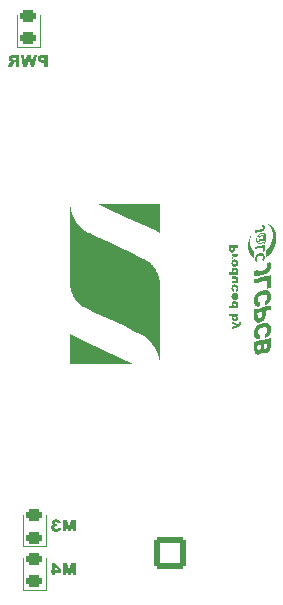
<source format=gbr>
%TF.GenerationSoftware,KiCad,Pcbnew,7.0.6*%
%TF.CreationDate,2024-02-11T22:16:59+09:00*%
%TF.ProjectId,MotorDriver_Right_DRV8874_20240206,4d6f746f-7244-4726-9976-65725f526967,rev?*%
%TF.SameCoordinates,Original*%
%TF.FileFunction,Legend,Bot*%
%TF.FilePolarity,Positive*%
%FSLAX46Y46*%
G04 Gerber Fmt 4.6, Leading zero omitted, Abs format (unit mm)*
G04 Created by KiCad (PCBNEW 7.0.6) date 2024-02-11 22:16:59*
%MOMM*%
%LPD*%
G01*
G04 APERTURE LIST*
G04 Aperture macros list*
%AMRoundRect*
0 Rectangle with rounded corners*
0 $1 Rounding radius*
0 $2 $3 $4 $5 $6 $7 $8 $9 X,Y pos of 4 corners*
0 Add a 4 corners polygon primitive as box body*
4,1,4,$2,$3,$4,$5,$6,$7,$8,$9,$2,$3,0*
0 Add four circle primitives for the rounded corners*
1,1,$1+$1,$2,$3*
1,1,$1+$1,$4,$5*
1,1,$1+$1,$6,$7*
1,1,$1+$1,$8,$9*
0 Add four rect primitives between the rounded corners*
20,1,$1+$1,$2,$3,$4,$5,0*
20,1,$1+$1,$4,$5,$6,$7,0*
20,1,$1+$1,$6,$7,$8,$9,0*
20,1,$1+$1,$8,$9,$2,$3,0*%
G04 Aperture macros list end*
%ADD10C,0.000000*%
%ADD11C,0.150000*%
%ADD12C,0.120000*%
%ADD13O,1.700000X1.950000*%
%ADD14RoundRect,0.250000X0.600000X0.725000X-0.600000X0.725000X-0.600000X-0.725000X0.600000X-0.725000X0*%
%ADD15C,2.700000*%
%ADD16RoundRect,0.250001X-1.099999X1.099999X-1.099999X-1.099999X1.099999X-1.099999X1.099999X1.099999X0*%
%ADD17RoundRect,0.243750X0.456250X-0.243750X0.456250X0.243750X-0.456250X0.243750X-0.456250X-0.243750X0*%
%ADD18RoundRect,0.250000X-0.600000X-0.725000X0.600000X-0.725000X0.600000X0.725000X-0.600000X0.725000X0*%
%ADD19C,3.200000*%
%ADD20RoundRect,0.250001X-1.099999X-1.099999X1.099999X-1.099999X1.099999X1.099999X-1.099999X1.099999X0*%
G04 APERTURE END LIST*
D10*
G36*
X124725778Y-77535756D02*
G01*
X124816442Y-77573503D01*
X125002355Y-77651467D01*
X125255650Y-77758005D01*
X125285989Y-77740367D01*
X125289843Y-77737992D01*
X125293472Y-77735624D01*
X125296881Y-77733251D01*
X125300078Y-77730864D01*
X125303068Y-77728452D01*
X125305857Y-77726005D01*
X125308453Y-77723512D01*
X125310860Y-77720964D01*
X125313085Y-77718349D01*
X125315134Y-77715658D01*
X125317014Y-77712881D01*
X125318731Y-77710006D01*
X125320291Y-77707023D01*
X125321699Y-77703923D01*
X125322963Y-77700695D01*
X125324089Y-77697328D01*
X125325553Y-77691895D01*
X125326773Y-77685481D01*
X125327754Y-77678230D01*
X125328499Y-77670285D01*
X125329012Y-77661791D01*
X125329298Y-77652890D01*
X125329360Y-77643727D01*
X125329204Y-77634445D01*
X125328833Y-77625188D01*
X125328250Y-77616099D01*
X125327462Y-77607323D01*
X125326470Y-77599002D01*
X125325280Y-77591281D01*
X125323896Y-77584302D01*
X125322321Y-77578211D01*
X125320561Y-77573150D01*
X125319852Y-77571263D01*
X125319565Y-77570391D01*
X125319324Y-77569566D01*
X125319131Y-77568785D01*
X125318989Y-77568048D01*
X125318899Y-77567354D01*
X125318863Y-77566701D01*
X125318883Y-77566088D01*
X125318961Y-77565515D01*
X125319098Y-77564980D01*
X125319296Y-77564481D01*
X125319557Y-77564018D01*
X125319883Y-77563590D01*
X125320276Y-77563194D01*
X125320737Y-77562832D01*
X125321269Y-77562500D01*
X125321873Y-77562197D01*
X125322550Y-77561924D01*
X125323303Y-77561678D01*
X125324134Y-77561459D01*
X125325044Y-77561264D01*
X125326035Y-77561094D01*
X125327109Y-77560946D01*
X125328268Y-77560821D01*
X125329514Y-77560715D01*
X125332272Y-77560562D01*
X125335397Y-77560477D01*
X125338906Y-77560450D01*
X125352748Y-77561177D01*
X125370402Y-77562688D01*
X125390189Y-77564779D01*
X125410431Y-77567241D01*
X125429449Y-77569869D01*
X125445566Y-77572456D01*
X125457101Y-77574794D01*
X125460627Y-77575806D01*
X125462378Y-77576678D01*
X125463165Y-77577825D01*
X125463938Y-77579653D01*
X125465433Y-77585204D01*
X125466847Y-77593026D01*
X125468165Y-77602816D01*
X125470452Y-77627093D01*
X125472167Y-77655612D01*
X125473188Y-77685949D01*
X125473391Y-77715683D01*
X125473146Y-77729567D01*
X125472651Y-77742391D01*
X125471889Y-77753853D01*
X125470844Y-77763650D01*
X125468796Y-77778634D01*
X125466328Y-77792669D01*
X125463404Y-77805815D01*
X125459985Y-77818132D01*
X125456033Y-77829680D01*
X125451509Y-77840520D01*
X125446375Y-77850710D01*
X125440594Y-77860311D01*
X125434126Y-77869383D01*
X125426933Y-77877986D01*
X125418978Y-77886179D01*
X125410222Y-77894023D01*
X125400626Y-77901578D01*
X125390153Y-77908903D01*
X125378765Y-77916059D01*
X125366422Y-77923105D01*
X125253897Y-77968007D01*
X125030313Y-78053721D01*
X124809507Y-78136922D01*
X124705317Y-78174283D01*
X124705188Y-78174148D01*
X124705068Y-78173746D01*
X124704852Y-78172171D01*
X124704512Y-78166114D01*
X124704287Y-78156536D01*
X124704170Y-78143856D01*
X124704225Y-78110883D01*
X124704611Y-78070567D01*
X124706728Y-77966850D01*
X124877472Y-77917461D01*
X124943993Y-77897662D01*
X124999004Y-77880772D01*
X125036817Y-77868646D01*
X125047497Y-77864947D01*
X125051744Y-77863133D01*
X125051830Y-77862902D01*
X125051693Y-77862607D01*
X125051339Y-77862248D01*
X125050773Y-77861830D01*
X125049024Y-77860817D01*
X125046486Y-77859583D01*
X125043200Y-77858143D01*
X125039206Y-77856510D01*
X125029255Y-77852726D01*
X125016956Y-77848347D01*
X125002631Y-77843488D01*
X124986603Y-77838265D01*
X124969194Y-77832794D01*
X124792805Y-77777761D01*
X124703200Y-77749539D01*
X124703200Y-77525878D01*
X124725778Y-77535756D01*
G37*
G36*
X124983596Y-73708382D02*
G01*
X125044413Y-73709440D01*
X125091455Y-73711689D01*
X125110625Y-73713384D01*
X125127327Y-73715526D01*
X125141888Y-73718163D01*
X125154633Y-73721346D01*
X125165887Y-73725125D01*
X125175977Y-73729549D01*
X125185228Y-73734667D01*
X125193965Y-73740529D01*
X125202514Y-73747185D01*
X125211200Y-73754684D01*
X125217840Y-73761037D01*
X125224006Y-73767669D01*
X125229703Y-73774597D01*
X125234935Y-73781837D01*
X125239709Y-73789403D01*
X125244029Y-73797311D01*
X125247900Y-73805576D01*
X125251328Y-73814215D01*
X125254318Y-73823243D01*
X125256875Y-73832674D01*
X125259004Y-73842525D01*
X125260710Y-73852811D01*
X125261999Y-73863548D01*
X125262875Y-73874751D01*
X125263344Y-73886435D01*
X125263411Y-73898617D01*
X125263194Y-73910670D01*
X125262532Y-73922249D01*
X125261411Y-73933392D01*
X125259817Y-73944137D01*
X125257735Y-73954522D01*
X125255151Y-73964585D01*
X125252050Y-73974366D01*
X125248418Y-73983901D01*
X125244240Y-73993230D01*
X125239502Y-74002390D01*
X125234189Y-74011420D01*
X125228288Y-74020359D01*
X125221782Y-74029243D01*
X125214659Y-74038112D01*
X125206903Y-74047003D01*
X125198500Y-74055956D01*
X125166044Y-74089117D01*
X125253533Y-74089117D01*
X125253533Y-74286673D01*
X124703200Y-74286673D01*
X124703200Y-74075006D01*
X124856305Y-74075006D01*
X124918042Y-74074400D01*
X124972369Y-74072801D01*
X124994936Y-74071733D01*
X125013468Y-74070541D01*
X125027237Y-74069267D01*
X125035517Y-74067951D01*
X125042849Y-74065653D01*
X125049761Y-74063001D01*
X125056246Y-74060001D01*
X125059325Y-74058373D01*
X125062295Y-74056662D01*
X125065154Y-74054868D01*
X125067901Y-74052992D01*
X125070537Y-74051036D01*
X125073058Y-74049000D01*
X125075466Y-74046885D01*
X125077759Y-74044694D01*
X125079935Y-74042425D01*
X125081995Y-74040081D01*
X125083937Y-74037663D01*
X125085760Y-74035171D01*
X125087464Y-74032607D01*
X125089047Y-74029972D01*
X125090508Y-74027266D01*
X125091847Y-74024491D01*
X125093063Y-74021648D01*
X125094155Y-74018738D01*
X125095122Y-74015762D01*
X125095962Y-74012720D01*
X125096676Y-74009615D01*
X125097262Y-74006446D01*
X125097720Y-74003215D01*
X125098048Y-73999924D01*
X125098245Y-73996572D01*
X125098311Y-73993162D01*
X125098179Y-73980594D01*
X125097959Y-73974888D01*
X125097588Y-73969549D01*
X125097027Y-73964567D01*
X125096241Y-73959928D01*
X125095193Y-73955621D01*
X125093846Y-73951633D01*
X125092163Y-73947952D01*
X125090107Y-73944566D01*
X125087642Y-73941462D01*
X125084731Y-73938629D01*
X125081336Y-73936053D01*
X125077421Y-73933723D01*
X125072949Y-73931626D01*
X125067884Y-73929750D01*
X125062188Y-73928083D01*
X125055825Y-73926612D01*
X125048758Y-73925326D01*
X125040950Y-73924212D01*
X125032365Y-73923257D01*
X125022964Y-73922450D01*
X125012713Y-73921777D01*
X125001573Y-73921228D01*
X124976481Y-73920449D01*
X124947395Y-73920014D01*
X124914020Y-73919825D01*
X124876061Y-73919784D01*
X124703200Y-73919784D01*
X124703200Y-73708117D01*
X124906400Y-73708117D01*
X124983596Y-73708382D01*
G37*
G36*
X125005372Y-75094108D02*
G01*
X125030515Y-75096956D01*
X125055305Y-75101777D01*
X125067507Y-75104932D01*
X125079546Y-75108586D01*
X125091398Y-75112742D01*
X125103039Y-75117400D01*
X125114444Y-75122563D01*
X125125588Y-75128233D01*
X125136446Y-75134411D01*
X125146994Y-75141101D01*
X125160130Y-75150306D01*
X125172309Y-75159708D01*
X125183566Y-75169373D01*
X125188859Y-75174325D01*
X125193936Y-75179366D01*
X125198799Y-75184505D01*
X125203454Y-75189751D01*
X125207905Y-75195112D01*
X125212156Y-75200595D01*
X125216212Y-75206208D01*
X125220077Y-75211961D01*
X125223755Y-75217860D01*
X125227251Y-75223915D01*
X125230570Y-75230133D01*
X125233715Y-75236523D01*
X125236691Y-75243092D01*
X125239502Y-75249848D01*
X125242153Y-75256801D01*
X125244649Y-75263958D01*
X125249190Y-75278915D01*
X125253160Y-75294787D01*
X125256595Y-75311637D01*
X125259530Y-75329531D01*
X125262000Y-75348534D01*
X125263987Y-75369788D01*
X125265193Y-75390906D01*
X125265632Y-75411817D01*
X125265318Y-75432451D01*
X125264264Y-75452738D01*
X125262484Y-75472607D01*
X125259990Y-75491988D01*
X125256796Y-75510812D01*
X125252917Y-75529006D01*
X125248364Y-75546503D01*
X125243152Y-75563230D01*
X125237294Y-75579118D01*
X125230804Y-75594097D01*
X125223695Y-75608096D01*
X125215979Y-75621044D01*
X125207672Y-75632873D01*
X125202169Y-75639620D01*
X125196059Y-75646565D01*
X125189464Y-75653609D01*
X125182504Y-75660654D01*
X125175299Y-75667599D01*
X125167972Y-75674346D01*
X125160643Y-75680795D01*
X125153433Y-75686848D01*
X125146462Y-75692404D01*
X125139852Y-75697365D01*
X125133724Y-75701631D01*
X125128198Y-75705104D01*
X125123396Y-75707684D01*
X125119438Y-75709271D01*
X125117813Y-75709662D01*
X125116445Y-75709767D01*
X125115349Y-75709575D01*
X125114539Y-75709073D01*
X125114264Y-75708683D01*
X125113970Y-75708048D01*
X125113326Y-75706067D01*
X125112616Y-75703183D01*
X125111849Y-75699448D01*
X125110173Y-75689638D01*
X125108365Y-75677058D01*
X125106491Y-75662130D01*
X125104617Y-75645275D01*
X125102809Y-75626915D01*
X125101133Y-75607472D01*
X125092667Y-75511517D01*
X125112422Y-75488233D01*
X125116859Y-75482924D01*
X125120910Y-75477457D01*
X125124579Y-75471848D01*
X125127869Y-75466113D01*
X125130783Y-75460269D01*
X125133325Y-75454332D01*
X125135497Y-75448317D01*
X125137304Y-75442240D01*
X125138748Y-75436118D01*
X125139832Y-75429967D01*
X125140560Y-75423802D01*
X125140935Y-75417640D01*
X125140960Y-75411496D01*
X125140639Y-75405387D01*
X125139974Y-75399328D01*
X125138969Y-75393337D01*
X125137627Y-75387427D01*
X125135951Y-75381617D01*
X125133945Y-75375921D01*
X125131611Y-75370356D01*
X125128954Y-75364938D01*
X125125976Y-75359683D01*
X125122680Y-75354606D01*
X125119070Y-75349724D01*
X125115149Y-75345054D01*
X125110920Y-75340609D01*
X125106386Y-75336408D01*
X125101551Y-75332466D01*
X125096418Y-75328799D01*
X125090989Y-75325422D01*
X125085269Y-75322353D01*
X125079261Y-75319606D01*
X125063779Y-75312818D01*
X125060569Y-75311575D01*
X125057605Y-75310599D01*
X125054876Y-75309932D01*
X125052373Y-75309618D01*
X125051203Y-75309606D01*
X125050085Y-75309698D01*
X125049020Y-75309900D01*
X125048005Y-75310216D01*
X125047038Y-75310653D01*
X125046120Y-75311214D01*
X125045249Y-75311907D01*
X125044423Y-75312735D01*
X125043641Y-75313705D01*
X125042903Y-75314821D01*
X125042206Y-75316089D01*
X125041550Y-75317515D01*
X125040355Y-75320860D01*
X125039309Y-75324898D01*
X125038401Y-75329671D01*
X125037622Y-75335224D01*
X125036962Y-75341597D01*
X125036411Y-75348834D01*
X125035960Y-75356978D01*
X125035599Y-75366070D01*
X125035319Y-75376155D01*
X125035109Y-75387273D01*
X125034862Y-75412784D01*
X125034782Y-75442943D01*
X125034811Y-75518573D01*
X125034811Y-75728122D01*
X124969194Y-75723890D01*
X124938510Y-75721027D01*
X124909687Y-75716403D01*
X124895971Y-75713427D01*
X124882717Y-75710007D01*
X124869926Y-75706141D01*
X124857595Y-75701830D01*
X124845725Y-75697071D01*
X124834313Y-75691863D01*
X124823359Y-75686205D01*
X124812863Y-75680097D01*
X124802823Y-75673536D01*
X124793238Y-75666522D01*
X124784108Y-75659053D01*
X124775431Y-75651129D01*
X124767207Y-75642748D01*
X124759435Y-75633909D01*
X124752114Y-75624611D01*
X124745243Y-75614852D01*
X124738820Y-75604632D01*
X124732846Y-75593949D01*
X124727319Y-75582803D01*
X124722239Y-75571192D01*
X124717604Y-75559114D01*
X124713413Y-75546569D01*
X124709667Y-75533556D01*
X124706363Y-75520073D01*
X124703500Y-75506120D01*
X124701079Y-75491694D01*
X124697555Y-75461423D01*
X124696565Y-75449508D01*
X124695714Y-75437280D01*
X124694469Y-75413269D01*
X124694219Y-75405966D01*
X124818562Y-75405966D01*
X124818608Y-75412904D01*
X124818999Y-75419883D01*
X124819730Y-75426838D01*
X124820792Y-75433701D01*
X124822179Y-75440404D01*
X124823883Y-75446882D01*
X124825897Y-75453066D01*
X124828214Y-75458889D01*
X124830827Y-75464284D01*
X124833728Y-75469184D01*
X124834829Y-75470827D01*
X124836017Y-75472449D01*
X124837291Y-75474051D01*
X124838650Y-75475630D01*
X124840094Y-75477188D01*
X124841622Y-75478724D01*
X124844928Y-75481730D01*
X124848566Y-75484644D01*
X124852530Y-75487465D01*
X124856816Y-75490191D01*
X124861421Y-75492820D01*
X124866340Y-75495350D01*
X124871569Y-75497778D01*
X124877104Y-75500103D01*
X124882940Y-75502323D01*
X124889075Y-75504435D01*
X124895502Y-75506438D01*
X124902220Y-75508329D01*
X124909222Y-75510106D01*
X124928978Y-75514339D01*
X124928978Y-75307612D01*
X124904283Y-75311845D01*
X124898187Y-75313114D01*
X124892092Y-75314792D01*
X124886032Y-75316857D01*
X124880041Y-75319286D01*
X124874153Y-75322059D01*
X124868403Y-75325153D01*
X124862825Y-75328546D01*
X124857452Y-75332218D01*
X124852319Y-75336146D01*
X124847460Y-75340308D01*
X124842909Y-75344684D01*
X124838700Y-75349250D01*
X124834867Y-75353986D01*
X124831444Y-75358870D01*
X124828466Y-75363880D01*
X124825967Y-75368995D01*
X124823783Y-75374267D01*
X124821988Y-75379985D01*
X124820576Y-75386081D01*
X124819539Y-75392488D01*
X124818871Y-75399139D01*
X124818562Y-75405966D01*
X124694219Y-75405966D01*
X124694090Y-75402181D01*
X124693884Y-75392168D01*
X124693861Y-75383577D01*
X124694028Y-75376756D01*
X124695350Y-75360815D01*
X124697201Y-75345273D01*
X124699579Y-75330132D01*
X124702483Y-75315395D01*
X124705912Y-75301062D01*
X124709866Y-75287136D01*
X124714342Y-75273620D01*
X124719340Y-75260516D01*
X124724858Y-75247824D01*
X124730897Y-75235548D01*
X124737455Y-75223690D01*
X124744530Y-75212251D01*
X124752122Y-75201234D01*
X124760230Y-75190641D01*
X124768853Y-75180473D01*
X124777989Y-75170734D01*
X124786679Y-75162493D01*
X124795799Y-75154704D01*
X124805324Y-75147370D01*
X124815230Y-75140493D01*
X124825493Y-75134074D01*
X124836086Y-75128115D01*
X124846986Y-75122618D01*
X124858169Y-75117586D01*
X124869608Y-75113019D01*
X124881281Y-75108921D01*
X124905224Y-75102136D01*
X124928978Y-75097412D01*
X124929803Y-75097247D01*
X124954819Y-75094269D01*
X124980074Y-75093218D01*
X125005372Y-75094108D01*
G37*
G36*
X125004479Y-74389085D02*
G01*
X125022851Y-74390596D01*
X125040829Y-74392979D01*
X125058260Y-74396232D01*
X125074992Y-74400354D01*
X125090874Y-74405341D01*
X125105753Y-74411193D01*
X125119478Y-74417906D01*
X125127360Y-74422351D01*
X125135000Y-74426956D01*
X125142400Y-74431726D01*
X125149563Y-74436663D01*
X125156490Y-74441771D01*
X125163184Y-74447053D01*
X125169646Y-74452514D01*
X125175878Y-74458156D01*
X125181883Y-74463983D01*
X125187663Y-74469999D01*
X125193220Y-74476206D01*
X125198555Y-74482609D01*
X125203671Y-74489211D01*
X125208571Y-74496016D01*
X125213255Y-74503026D01*
X125217726Y-74510246D01*
X125221987Y-74517679D01*
X125226039Y-74525328D01*
X125229884Y-74533197D01*
X125233524Y-74541289D01*
X125236962Y-74549608D01*
X125240199Y-74558158D01*
X125243238Y-74566941D01*
X125246081Y-74575962D01*
X125251185Y-74594729D01*
X125255529Y-74614487D01*
X125259128Y-74635265D01*
X125262000Y-74657089D01*
X125264638Y-74688225D01*
X125265678Y-74718125D01*
X125265124Y-74746777D01*
X125262981Y-74774167D01*
X125259255Y-74800285D01*
X125253951Y-74825116D01*
X125247073Y-74848650D01*
X125238628Y-74870873D01*
X125228621Y-74891773D01*
X125217055Y-74911337D01*
X125203937Y-74929554D01*
X125189273Y-74946411D01*
X125173066Y-74961896D01*
X125155322Y-74975995D01*
X125136046Y-74988697D01*
X125115244Y-74999989D01*
X125106319Y-75004307D01*
X125097683Y-75008202D01*
X125089559Y-75011586D01*
X125082171Y-75014365D01*
X125075743Y-75016450D01*
X125072958Y-75017204D01*
X125070497Y-75017749D01*
X125068387Y-75018076D01*
X125066656Y-75018173D01*
X125065333Y-75018027D01*
X125064832Y-75017860D01*
X125064444Y-75017628D01*
X125064103Y-75017309D01*
X125063743Y-75016752D01*
X125062967Y-75014949D01*
X125062125Y-75012270D01*
X125061225Y-75008765D01*
X125060276Y-75004482D01*
X125059285Y-74999471D01*
X125057212Y-74987466D01*
X125055074Y-74973145D01*
X125052935Y-74956906D01*
X125050862Y-74939146D01*
X125048922Y-74920261D01*
X125046152Y-74890691D01*
X125044226Y-74867984D01*
X125043192Y-74851131D01*
X125043026Y-74844584D01*
X125043101Y-74839123D01*
X125043425Y-74834620D01*
X125044003Y-74830951D01*
X125044841Y-74827988D01*
X125045946Y-74825607D01*
X125047323Y-74823680D01*
X125048980Y-74822082D01*
X125050922Y-74820686D01*
X125053155Y-74819367D01*
X125054599Y-74818577D01*
X125056270Y-74817540D01*
X125058147Y-74816276D01*
X125060211Y-74814803D01*
X125064814Y-74811306D01*
X125069912Y-74807196D01*
X125075342Y-74802624D01*
X125080937Y-74797737D01*
X125086532Y-74792686D01*
X125091961Y-74787617D01*
X125096546Y-74782952D01*
X125100778Y-74778096D01*
X125104657Y-74773062D01*
X125108187Y-74767867D01*
X125111370Y-74762525D01*
X125114206Y-74757052D01*
X125116699Y-74751461D01*
X125118849Y-74745769D01*
X125120660Y-74739990D01*
X125122132Y-74734139D01*
X125123269Y-74728231D01*
X125124071Y-74722282D01*
X125124541Y-74716305D01*
X125124680Y-74710317D01*
X125124491Y-74704332D01*
X125123976Y-74698364D01*
X125123136Y-74692430D01*
X125121973Y-74686544D01*
X125120490Y-74680721D01*
X125118688Y-74674976D01*
X125116569Y-74669324D01*
X125114136Y-74663781D01*
X125111389Y-74658360D01*
X125108332Y-74653077D01*
X125104966Y-74647947D01*
X125101292Y-74642984D01*
X125097314Y-74638205D01*
X125093032Y-74633624D01*
X125088449Y-74629256D01*
X125083566Y-74625115D01*
X125078386Y-74621218D01*
X125072911Y-74617578D01*
X125068650Y-74615063D01*
X125064550Y-74612799D01*
X125060544Y-74610776D01*
X125056562Y-74608979D01*
X125052534Y-74607398D01*
X125048392Y-74606019D01*
X125044065Y-74604831D01*
X125039485Y-74603820D01*
X125034583Y-74602975D01*
X125029289Y-74602282D01*
X125023534Y-74601730D01*
X125017249Y-74601306D01*
X125010365Y-74600998D01*
X125002812Y-74600794D01*
X124994520Y-74600680D01*
X124985422Y-74600645D01*
X124967907Y-74601027D01*
X124951597Y-74602182D01*
X124936473Y-74604119D01*
X124922517Y-74606852D01*
X124909711Y-74610390D01*
X124903733Y-74612466D01*
X124898035Y-74614747D01*
X124892616Y-74617235D01*
X124887472Y-74619932D01*
X124882601Y-74622838D01*
X124878001Y-74625957D01*
X124873670Y-74629288D01*
X124869606Y-74632834D01*
X124865806Y-74636595D01*
X124862267Y-74640574D01*
X124858988Y-74644771D01*
X124855965Y-74649188D01*
X124853198Y-74653827D01*
X124850683Y-74658688D01*
X124848418Y-74663774D01*
X124846401Y-74669085D01*
X124844630Y-74674624D01*
X124843101Y-74680391D01*
X124840764Y-74692616D01*
X124839372Y-74705773D01*
X124838949Y-74714129D01*
X124838999Y-74722253D01*
X124839513Y-74730126D01*
X124840486Y-74737732D01*
X124841909Y-74745053D01*
X124843775Y-74752071D01*
X124846078Y-74758768D01*
X124848809Y-74765128D01*
X124851962Y-74771132D01*
X124855530Y-74776762D01*
X124859504Y-74782003D01*
X124863879Y-74786835D01*
X124868647Y-74791241D01*
X124873800Y-74795203D01*
X124879331Y-74798705D01*
X124885233Y-74801728D01*
X124888742Y-74803395D01*
X124891870Y-74804974D01*
X124894634Y-74806492D01*
X124897051Y-74807979D01*
X124898135Y-74808719D01*
X124899138Y-74809462D01*
X124900062Y-74810210D01*
X124900910Y-74810968D01*
X124901683Y-74811739D01*
X124902384Y-74812526D01*
X124903015Y-74813333D01*
X124903578Y-74814164D01*
X124904074Y-74815021D01*
X124904507Y-74815909D01*
X124904877Y-74816830D01*
X124905187Y-74817789D01*
X124905440Y-74818789D01*
X124905636Y-74819833D01*
X124905779Y-74820925D01*
X124905871Y-74822068D01*
X124905912Y-74823266D01*
X124905907Y-74824522D01*
X124905761Y-74827223D01*
X124905449Y-74830199D01*
X124904989Y-74833478D01*
X124902817Y-74847645D01*
X124899785Y-74870079D01*
X124896357Y-74897673D01*
X124892994Y-74927317D01*
X124890847Y-74943297D01*
X124888651Y-74957788D01*
X124886421Y-74970626D01*
X124884175Y-74981645D01*
X124881929Y-74990680D01*
X124880811Y-74994401D01*
X124879699Y-74997564D01*
X124878596Y-75000149D01*
X124877502Y-75002134D01*
X124876422Y-75003499D01*
X124875355Y-75004223D01*
X124873963Y-75004574D01*
X124872307Y-75004705D01*
X124870403Y-75004625D01*
X124868265Y-75004341D01*
X124863345Y-75003197D01*
X124857661Y-75001335D01*
X124851329Y-74998819D01*
X124844461Y-74995715D01*
X124837174Y-74992086D01*
X124829583Y-74987995D01*
X124821801Y-74983508D01*
X124813943Y-74978688D01*
X124806125Y-74973599D01*
X124798461Y-74968306D01*
X124791066Y-74962872D01*
X124784054Y-74957361D01*
X124777540Y-74951838D01*
X124771639Y-74946367D01*
X124765990Y-74940687D01*
X124760552Y-74934760D01*
X124750311Y-74922170D01*
X124740920Y-74908607D01*
X124732381Y-74894079D01*
X124724699Y-74878596D01*
X124717875Y-74862168D01*
X124711913Y-74844803D01*
X124706816Y-74826511D01*
X124702587Y-74807301D01*
X124699230Y-74787183D01*
X124696747Y-74766166D01*
X124695141Y-74744259D01*
X124694416Y-74721471D01*
X124694575Y-74697812D01*
X124695620Y-74673291D01*
X124697555Y-74647917D01*
X124699723Y-74628629D01*
X124703026Y-74609697D01*
X124707425Y-74591181D01*
X124712879Y-74573139D01*
X124719351Y-74555631D01*
X124726800Y-74538715D01*
X124735188Y-74522450D01*
X124744475Y-74506894D01*
X124754622Y-74492108D01*
X124765589Y-74478150D01*
X124777338Y-74465078D01*
X124789829Y-74452952D01*
X124803023Y-74441831D01*
X124816880Y-74431773D01*
X124831361Y-74422838D01*
X124846428Y-74415084D01*
X124861517Y-74408651D01*
X124877578Y-74403109D01*
X124894460Y-74398455D01*
X124912011Y-74394689D01*
X124930079Y-74391807D01*
X124948511Y-74389808D01*
X124967157Y-74388689D01*
X124985863Y-74388449D01*
X125004479Y-74389085D01*
G37*
G36*
X124982688Y-72270901D02*
G01*
X124994714Y-72271119D01*
X125007519Y-72271927D01*
X125020176Y-72273297D01*
X125032672Y-72275222D01*
X125044993Y-72277693D01*
X125057123Y-72280701D01*
X125069050Y-72284236D01*
X125080758Y-72288292D01*
X125092233Y-72292857D01*
X125103462Y-72297925D01*
X125114430Y-72303485D01*
X125125122Y-72309530D01*
X125135525Y-72316050D01*
X125145625Y-72323037D01*
X125155407Y-72330481D01*
X125164856Y-72338375D01*
X125173960Y-72346709D01*
X125182703Y-72355474D01*
X125191072Y-72364663D01*
X125199051Y-72374265D01*
X125206628Y-72384272D01*
X125213787Y-72394675D01*
X125220515Y-72405467D01*
X125226796Y-72416637D01*
X125232619Y-72428177D01*
X125237967Y-72440078D01*
X125242826Y-72452331D01*
X125247183Y-72464929D01*
X125252470Y-72483663D01*
X125256699Y-72503248D01*
X125259888Y-72523525D01*
X125262055Y-72544337D01*
X125263218Y-72565524D01*
X125263393Y-72586930D01*
X125262599Y-72608396D01*
X125260853Y-72629764D01*
X125258173Y-72650875D01*
X125254576Y-72671572D01*
X125250080Y-72691697D01*
X125244703Y-72711090D01*
X125238461Y-72729595D01*
X125231373Y-72747053D01*
X125223456Y-72763306D01*
X125214728Y-72778195D01*
X125205876Y-72790764D01*
X125196282Y-72802671D01*
X125185991Y-72813909D01*
X125175046Y-72824475D01*
X125163491Y-72834363D01*
X125151370Y-72843568D01*
X125138728Y-72852084D01*
X125125607Y-72859907D01*
X125112053Y-72867032D01*
X125098108Y-72873452D01*
X125083817Y-72879163D01*
X125069223Y-72884161D01*
X125054372Y-72888439D01*
X125039306Y-72891992D01*
X125024069Y-72894816D01*
X125008705Y-72896905D01*
X124993259Y-72898254D01*
X124977775Y-72898857D01*
X124962295Y-72898711D01*
X124946865Y-72897809D01*
X124931527Y-72896146D01*
X124916327Y-72893717D01*
X124901307Y-72890518D01*
X124886512Y-72886542D01*
X124871986Y-72881785D01*
X124857772Y-72876241D01*
X124843915Y-72869906D01*
X124830459Y-72862774D01*
X124817447Y-72854839D01*
X124804923Y-72846098D01*
X124792932Y-72836544D01*
X124781517Y-72826173D01*
X124770225Y-72814341D01*
X124759642Y-72801630D01*
X124749782Y-72788088D01*
X124740661Y-72773763D01*
X124732291Y-72758702D01*
X124724689Y-72742953D01*
X124717868Y-72726563D01*
X124711843Y-72709580D01*
X124706628Y-72692051D01*
X124702238Y-72674024D01*
X124698687Y-72655546D01*
X124695990Y-72636665D01*
X124694161Y-72617429D01*
X124693215Y-72597884D01*
X124693191Y-72588500D01*
X124837649Y-72588500D01*
X124837882Y-72593354D01*
X124838391Y-72598201D01*
X124839181Y-72603033D01*
X124840253Y-72607840D01*
X124841611Y-72612614D01*
X124843257Y-72617346D01*
X124845194Y-72622027D01*
X124847425Y-72626648D01*
X124849952Y-72631199D01*
X124852778Y-72635673D01*
X124855251Y-72639111D01*
X124857778Y-72642414D01*
X124860363Y-72645584D01*
X124863012Y-72648622D01*
X124865729Y-72651531D01*
X124868518Y-72654312D01*
X124871383Y-72656967D01*
X124874330Y-72659496D01*
X124877363Y-72661903D01*
X124880486Y-72664189D01*
X124883703Y-72666355D01*
X124887021Y-72668403D01*
X124890442Y-72670334D01*
X124893971Y-72672152D01*
X124897613Y-72673856D01*
X124901373Y-72675449D01*
X124905255Y-72676932D01*
X124909263Y-72678308D01*
X124913402Y-72679577D01*
X124917676Y-72680742D01*
X124922091Y-72681804D01*
X124926650Y-72682764D01*
X124931359Y-72683626D01*
X124936221Y-72684389D01*
X124946424Y-72685630D01*
X124957295Y-72686499D01*
X124968871Y-72687011D01*
X124981189Y-72687179D01*
X124996987Y-72686772D01*
X125010734Y-72686043D01*
X125016942Y-72685539D01*
X125022761Y-72684934D01*
X125028234Y-72684218D01*
X125033400Y-72683386D01*
X125038302Y-72682430D01*
X125042980Y-72681342D01*
X125047477Y-72680117D01*
X125051833Y-72678745D01*
X125056089Y-72677220D01*
X125060288Y-72675535D01*
X125064471Y-72673683D01*
X125068678Y-72671656D01*
X125075146Y-72668040D01*
X125081188Y-72664087D01*
X125086806Y-72659819D01*
X125091998Y-72655258D01*
X125096767Y-72650425D01*
X125101111Y-72645345D01*
X125105033Y-72640038D01*
X125108531Y-72634526D01*
X125111606Y-72628833D01*
X125114259Y-72622980D01*
X125116490Y-72616990D01*
X125118299Y-72610885D01*
X125119688Y-72604686D01*
X125120655Y-72598417D01*
X125121203Y-72592099D01*
X125121330Y-72585755D01*
X125121037Y-72579406D01*
X125120326Y-72573076D01*
X125119195Y-72566786D01*
X125117646Y-72560559D01*
X125115679Y-72554416D01*
X125113295Y-72548380D01*
X125110493Y-72542474D01*
X125107274Y-72536719D01*
X125103638Y-72531137D01*
X125099587Y-72525752D01*
X125095120Y-72520584D01*
X125090237Y-72515657D01*
X125084940Y-72510992D01*
X125079227Y-72506612D01*
X125073101Y-72502539D01*
X125066561Y-72498795D01*
X125058714Y-72495198D01*
X125049822Y-72492080D01*
X125040031Y-72489439D01*
X125029486Y-72487275D01*
X125018334Y-72485586D01*
X125006720Y-72484371D01*
X124994789Y-72483630D01*
X124982688Y-72483361D01*
X124970562Y-72483564D01*
X124958557Y-72484236D01*
X124946819Y-72485378D01*
X124935493Y-72486988D01*
X124924725Y-72489065D01*
X124914661Y-72491609D01*
X124905447Y-72494617D01*
X124897228Y-72498089D01*
X124892044Y-72500833D01*
X124887078Y-72503766D01*
X124882332Y-72506880D01*
X124877810Y-72510165D01*
X124873513Y-72513613D01*
X124869445Y-72517215D01*
X124865608Y-72520962D01*
X124862005Y-72524846D01*
X124858639Y-72528856D01*
X124855512Y-72532984D01*
X124852627Y-72537222D01*
X124849987Y-72541560D01*
X124847595Y-72545989D01*
X124845453Y-72550501D01*
X124843563Y-72555087D01*
X124841930Y-72559737D01*
X124840555Y-72564444D01*
X124839441Y-72569197D01*
X124838590Y-72573988D01*
X124838007Y-72578808D01*
X124837692Y-72583648D01*
X124837649Y-72588500D01*
X124693191Y-72588500D01*
X124693165Y-72578079D01*
X124694028Y-72558062D01*
X124696914Y-72530165D01*
X124701577Y-72503395D01*
X124707971Y-72477803D01*
X124716054Y-72453441D01*
X124725783Y-72430361D01*
X124737113Y-72408613D01*
X124750003Y-72388251D01*
X124757018Y-72378606D01*
X124764407Y-72369326D01*
X124772164Y-72360418D01*
X124780283Y-72351888D01*
X124788759Y-72343744D01*
X124797587Y-72335991D01*
X124806762Y-72328636D01*
X124816277Y-72321685D01*
X124826127Y-72315145D01*
X124836307Y-72309023D01*
X124846812Y-72303324D01*
X124857636Y-72298055D01*
X124868774Y-72293223D01*
X124880220Y-72288834D01*
X124891969Y-72284895D01*
X124904015Y-72281412D01*
X124916353Y-72278391D01*
X124928978Y-72275840D01*
X124942306Y-72273699D01*
X124955558Y-72272165D01*
X124968719Y-72271230D01*
X124981776Y-72270884D01*
X124982688Y-72270901D01*
G37*
G36*
X125253533Y-72021839D02*
G01*
X125135000Y-72021839D01*
X125091766Y-72022224D01*
X125052723Y-72023428D01*
X125017726Y-72025528D01*
X124986635Y-72028597D01*
X124959305Y-72032713D01*
X124935595Y-72037950D01*
X124915362Y-72044384D01*
X124906504Y-72048073D01*
X124898462Y-72052090D01*
X124891219Y-72056444D01*
X124884755Y-72061144D01*
X124879053Y-72066200D01*
X124874096Y-72071621D01*
X124869865Y-72077417D01*
X124866343Y-72083597D01*
X124863513Y-72090170D01*
X124861355Y-72097147D01*
X124859852Y-72104535D01*
X124858987Y-72112346D01*
X124858741Y-72120588D01*
X124859097Y-72129270D01*
X124861544Y-72147995D01*
X124866183Y-72168595D01*
X124866305Y-72169213D01*
X124866275Y-72169877D01*
X124866094Y-72170585D01*
X124865763Y-72171338D01*
X124865282Y-72172135D01*
X124864653Y-72172976D01*
X124863876Y-72173862D01*
X124862953Y-72174791D01*
X124861884Y-72175763D01*
X124860670Y-72176779D01*
X124859312Y-72177838D01*
X124857812Y-72178939D01*
X124854385Y-72181268D01*
X124850396Y-72183765D01*
X124845854Y-72186427D01*
X124840765Y-72189252D01*
X124835137Y-72192239D01*
X124828976Y-72195384D01*
X124822290Y-72198687D01*
X124815087Y-72202145D01*
X124807373Y-72205756D01*
X124799155Y-72209517D01*
X124771793Y-72221512D01*
X124748532Y-72231390D01*
X124731885Y-72238092D01*
X124726828Y-72239922D01*
X124724367Y-72240562D01*
X124722838Y-72240314D01*
X124721298Y-72239585D01*
X124719752Y-72238399D01*
X124718205Y-72236780D01*
X124716663Y-72234753D01*
X124715132Y-72232339D01*
X124713615Y-72229564D01*
X124712119Y-72226451D01*
X124709209Y-72219306D01*
X124706445Y-72211094D01*
X124703869Y-72202006D01*
X124701524Y-72192231D01*
X124699452Y-72181961D01*
X124697695Y-72171384D01*
X124696295Y-72160692D01*
X124695296Y-72150074D01*
X124694738Y-72139721D01*
X124694666Y-72129823D01*
X124695120Y-72120569D01*
X124695559Y-72116244D01*
X124696144Y-72112151D01*
X124697470Y-72105549D01*
X124699073Y-72099225D01*
X124700967Y-72093156D01*
X124703167Y-72087324D01*
X124705685Y-72081706D01*
X124708534Y-72076283D01*
X124711729Y-72071033D01*
X124715283Y-72065937D01*
X124719208Y-72060972D01*
X124723519Y-72056120D01*
X124728229Y-72051358D01*
X124733351Y-72046666D01*
X124738900Y-72042024D01*
X124744887Y-72037411D01*
X124751327Y-72032807D01*
X124758233Y-72028190D01*
X124790689Y-72007728D01*
X124703200Y-72007728D01*
X124703200Y-71810173D01*
X125253533Y-71810173D01*
X125253533Y-72021839D01*
G37*
G36*
X124980114Y-76883117D02*
G01*
X125253533Y-76883117D01*
X125253533Y-77080672D01*
X125178039Y-77080672D01*
X125206261Y-77110306D01*
X125213763Y-77118465D01*
X125220668Y-77126567D01*
X125226993Y-77134651D01*
X125232752Y-77142761D01*
X125237962Y-77150937D01*
X125242637Y-77159221D01*
X125246793Y-77167653D01*
X125250446Y-77176275D01*
X125253612Y-77185129D01*
X125256304Y-77194256D01*
X125258541Y-77203697D01*
X125260335Y-77213493D01*
X125261704Y-77223687D01*
X125262663Y-77234318D01*
X125263227Y-77245430D01*
X125263411Y-77257062D01*
X125263229Y-77272060D01*
X125262983Y-77278797D01*
X125262617Y-77285107D01*
X125262119Y-77291054D01*
X125261476Y-77296699D01*
X125260676Y-77302105D01*
X125259707Y-77307332D01*
X125258556Y-77312444D01*
X125257210Y-77317502D01*
X125255657Y-77322568D01*
X125253886Y-77327705D01*
X125251883Y-77332974D01*
X125249636Y-77338437D01*
X125244361Y-77350195D01*
X125239635Y-77359318D01*
X125234461Y-77368164D01*
X125228848Y-77376728D01*
X125222806Y-77385005D01*
X125216345Y-77392992D01*
X125209476Y-77400683D01*
X125202209Y-77408074D01*
X125194553Y-77415161D01*
X125186519Y-77421939D01*
X125178117Y-77428403D01*
X125169357Y-77434549D01*
X125160248Y-77440372D01*
X125150802Y-77445869D01*
X125141028Y-77451033D01*
X125130936Y-77455862D01*
X125120536Y-77460350D01*
X125109839Y-77464492D01*
X125098854Y-77468285D01*
X125087591Y-77471724D01*
X125076061Y-77474804D01*
X125064274Y-77477521D01*
X125052239Y-77479869D01*
X125039968Y-77481846D01*
X125027469Y-77483446D01*
X125014753Y-77484664D01*
X125001830Y-77485496D01*
X124988710Y-77485938D01*
X124975404Y-77485985D01*
X124961921Y-77485633D01*
X124948271Y-77484877D01*
X124934464Y-77483712D01*
X124920511Y-77482134D01*
X124902339Y-77479530D01*
X124884867Y-77476219D01*
X124868102Y-77472205D01*
X124852050Y-77467493D01*
X124836718Y-77462087D01*
X124822111Y-77455989D01*
X124808236Y-77449206D01*
X124795099Y-77441740D01*
X124782706Y-77433597D01*
X124771063Y-77424780D01*
X124760177Y-77415292D01*
X124750053Y-77405140D01*
X124740699Y-77394326D01*
X124732120Y-77382854D01*
X124724322Y-77370729D01*
X124717311Y-77357956D01*
X124714555Y-77352574D01*
X124712097Y-77347479D01*
X124709919Y-77342575D01*
X124708007Y-77337770D01*
X124706342Y-77332969D01*
X124704909Y-77328079D01*
X124703691Y-77323004D01*
X124702671Y-77317651D01*
X124701833Y-77311926D01*
X124701160Y-77305735D01*
X124700637Y-77298984D01*
X124700245Y-77291579D01*
X124699970Y-77283425D01*
X124699793Y-77274429D01*
X124699672Y-77253534D01*
X124699818Y-77233429D01*
X124700312Y-77216657D01*
X124700714Y-77209342D01*
X124701235Y-77202647D01*
X124701884Y-77196499D01*
X124702370Y-77192994D01*
X124851341Y-77192994D01*
X124851669Y-77198237D01*
X124852348Y-77203439D01*
X124853383Y-77208583D01*
X124854781Y-77213652D01*
X124856547Y-77218630D01*
X124858688Y-77223498D01*
X124861210Y-77228240D01*
X124864119Y-77232839D01*
X124867421Y-77237278D01*
X124871122Y-77241539D01*
X124873621Y-77244135D01*
X124876223Y-77246632D01*
X124878927Y-77249030D01*
X124881732Y-77251329D01*
X124887644Y-77255628D01*
X124893954Y-77259531D01*
X124900656Y-77263036D01*
X124907746Y-77266145D01*
X124915219Y-77268857D01*
X124923069Y-77271172D01*
X124931291Y-77273091D01*
X124939879Y-77274612D01*
X124948830Y-77275737D01*
X124958137Y-77276464D01*
X124967795Y-77276795D01*
X124977800Y-77276729D01*
X124988146Y-77276266D01*
X124998828Y-77275406D01*
X125012854Y-77273610D01*
X125025840Y-77271384D01*
X125037805Y-77268714D01*
X125048768Y-77265584D01*
X125058746Y-77261978D01*
X125067760Y-77257882D01*
X125071910Y-77255644D01*
X125075827Y-77253279D01*
X125079511Y-77250783D01*
X125082965Y-77248154D01*
X125086192Y-77245391D01*
X125089194Y-77242492D01*
X125091974Y-77239454D01*
X125094532Y-77236276D01*
X125096873Y-77232957D01*
X125098998Y-77229493D01*
X125100910Y-77225883D01*
X125102611Y-77222125D01*
X125104102Y-77218218D01*
X125105388Y-77214158D01*
X125106469Y-77209945D01*
X125107348Y-77205576D01*
X125108511Y-77196364D01*
X125108894Y-77186506D01*
X125108851Y-77181423D01*
X125108711Y-77176733D01*
X125108462Y-77172398D01*
X125108090Y-77168382D01*
X125107581Y-77164647D01*
X125106922Y-77161155D01*
X125106101Y-77157871D01*
X125105102Y-77154756D01*
X125103913Y-77151773D01*
X125102521Y-77148886D01*
X125100912Y-77146056D01*
X125099072Y-77143247D01*
X125096988Y-77140421D01*
X125094647Y-77137542D01*
X125092035Y-77134571D01*
X125089139Y-77131473D01*
X125086034Y-77128422D01*
X125082679Y-77125489D01*
X125079087Y-77122676D01*
X125075266Y-77119984D01*
X125066987Y-77114973D01*
X125057929Y-77110471D01*
X125048181Y-77106495D01*
X125037830Y-77103059D01*
X125026965Y-77100179D01*
X125015673Y-77097871D01*
X125004042Y-77096149D01*
X124992159Y-77095030D01*
X124980114Y-77094530D01*
X124967993Y-77094663D01*
X124955884Y-77095444D01*
X124943876Y-77096891D01*
X124932055Y-77099017D01*
X124920511Y-77101839D01*
X124914664Y-77103666D01*
X124909035Y-77105827D01*
X124903628Y-77108305D01*
X124898450Y-77111083D01*
X124893507Y-77114145D01*
X124888806Y-77117472D01*
X124884352Y-77121049D01*
X124880151Y-77124858D01*
X124876210Y-77128882D01*
X124872534Y-77133103D01*
X124869129Y-77137506D01*
X124866003Y-77142072D01*
X124863160Y-77146786D01*
X124860607Y-77151628D01*
X124858349Y-77156584D01*
X124856394Y-77161635D01*
X124854746Y-77166765D01*
X124853413Y-77171956D01*
X124852400Y-77177191D01*
X124851713Y-77182454D01*
X124851358Y-77187728D01*
X124851341Y-77192994D01*
X124702370Y-77192994D01*
X124702671Y-77190827D01*
X124703607Y-77185561D01*
X124704702Y-77180628D01*
X124705967Y-77175958D01*
X124707411Y-77171479D01*
X124709046Y-77167121D01*
X124710881Y-77162810D01*
X124712927Y-77158477D01*
X124715194Y-77154050D01*
X124718515Y-77148189D01*
X124722052Y-77142354D01*
X124725687Y-77136699D01*
X124729305Y-77131384D01*
X124732792Y-77126565D01*
X124736030Y-77122400D01*
X124738905Y-77119044D01*
X124740170Y-77117720D01*
X124741300Y-77116656D01*
X124742473Y-77115590D01*
X124743608Y-77114513D01*
X124744700Y-77113430D01*
X124745743Y-77112346D01*
X124746732Y-77111265D01*
X124747662Y-77110194D01*
X124748529Y-77109138D01*
X124749326Y-77108101D01*
X124750048Y-77107089D01*
X124750691Y-77106107D01*
X124751250Y-77105160D01*
X124751718Y-77104254D01*
X124752091Y-77103393D01*
X124752364Y-77102582D01*
X124752532Y-77101828D01*
X124752575Y-77101473D01*
X124752589Y-77101134D01*
X124752423Y-77100805D01*
X124751930Y-77100481D01*
X124749997Y-77099848D01*
X124746854Y-77099238D01*
X124742568Y-77098653D01*
X124737202Y-77098098D01*
X124730823Y-77097574D01*
X124715283Y-77096636D01*
X124696468Y-77095863D01*
X124674901Y-77095280D01*
X124651100Y-77094912D01*
X124625589Y-77094784D01*
X124498589Y-77094784D01*
X124498589Y-76883117D01*
X124980114Y-76883117D01*
G37*
G36*
X124980219Y-75798803D02*
G01*
X125005786Y-75799662D01*
X125033918Y-75802603D01*
X125061087Y-75807445D01*
X125087156Y-75814123D01*
X125111986Y-75822571D01*
X125135441Y-75832721D01*
X125157383Y-75844509D01*
X125177674Y-75857868D01*
X125196177Y-75872731D01*
X125212754Y-75889033D01*
X125220278Y-75897703D01*
X125227269Y-75906708D01*
X125233710Y-75916040D01*
X125239583Y-75925689D01*
X125244872Y-75935649D01*
X125249560Y-75945910D01*
X125253629Y-75956465D01*
X125257061Y-75967306D01*
X125260723Y-75981835D01*
X125263503Y-75996063D01*
X125265397Y-76010001D01*
X125266399Y-76023662D01*
X125266503Y-76037059D01*
X125265706Y-76050203D01*
X125264000Y-76063108D01*
X125261383Y-76075785D01*
X125257847Y-76088247D01*
X125253389Y-76100507D01*
X125248002Y-76112577D01*
X125241682Y-76124468D01*
X125234424Y-76136195D01*
X125226222Y-76147768D01*
X125217071Y-76159201D01*
X125206967Y-76170506D01*
X125173805Y-76205784D01*
X125253533Y-76205784D01*
X125253533Y-76403339D01*
X124498589Y-76403339D01*
X124498589Y-76191673D01*
X124625589Y-76191673D01*
X124674901Y-76191309D01*
X124715283Y-76190350D01*
X124730823Y-76189709D01*
X124742568Y-76188994D01*
X124749997Y-76188229D01*
X124751930Y-76187836D01*
X124752589Y-76187439D01*
X124752564Y-76187210D01*
X124752491Y-76186921D01*
X124752206Y-76186169D01*
X124751742Y-76185198D01*
X124751112Y-76184022D01*
X124750324Y-76182656D01*
X124749389Y-76181114D01*
X124747121Y-76177562D01*
X124744390Y-76173480D01*
X124741278Y-76168985D01*
X124737869Y-76164192D01*
X124734244Y-76159217D01*
X124729406Y-76152714D01*
X124724938Y-76146149D01*
X124720833Y-76139496D01*
X124717080Y-76132726D01*
X124713669Y-76125811D01*
X124710593Y-76118723D01*
X124707841Y-76111435D01*
X124705405Y-76103919D01*
X124703350Y-76096423D01*
X124851367Y-76096423D01*
X124851411Y-76101490D01*
X124851557Y-76106140D01*
X124851822Y-76110419D01*
X124852227Y-76114370D01*
X124852788Y-76118040D01*
X124853525Y-76121475D01*
X124854456Y-76124720D01*
X124855600Y-76127820D01*
X124856976Y-76130820D01*
X124858601Y-76133767D01*
X124860496Y-76136706D01*
X124862678Y-76139682D01*
X124865165Y-76142741D01*
X124867978Y-76145927D01*
X124871133Y-76149288D01*
X124874650Y-76152867D01*
X124877276Y-76155379D01*
X124880111Y-76157878D01*
X124883135Y-76160352D01*
X124886325Y-76162789D01*
X124889659Y-76165176D01*
X124893117Y-76167502D01*
X124896676Y-76169753D01*
X124900315Y-76171917D01*
X124904011Y-76173982D01*
X124907744Y-76175935D01*
X124911491Y-76177765D01*
X124915230Y-76179458D01*
X124918941Y-76181002D01*
X124922602Y-76182385D01*
X124926189Y-76183594D01*
X124929683Y-76184617D01*
X124937018Y-76186413D01*
X124944935Y-76187838D01*
X124953341Y-76188900D01*
X124962139Y-76189611D01*
X124971235Y-76189978D01*
X124980533Y-76190012D01*
X124989939Y-76189721D01*
X124999357Y-76189115D01*
X125008692Y-76188203D01*
X125017850Y-76186994D01*
X125026735Y-76185498D01*
X125035252Y-76183724D01*
X125043306Y-76181681D01*
X125050802Y-76179379D01*
X125057644Y-76176827D01*
X125063739Y-76174034D01*
X125068323Y-76171475D01*
X125072682Y-76168700D01*
X125076813Y-76165721D01*
X125080715Y-76162551D01*
X125084384Y-76159200D01*
X125087819Y-76155680D01*
X125091018Y-76152003D01*
X125093978Y-76148182D01*
X125096698Y-76144227D01*
X125099174Y-76140150D01*
X125101405Y-76135964D01*
X125103389Y-76131680D01*
X125105123Y-76127309D01*
X125106606Y-76122864D01*
X125107834Y-76118356D01*
X125108806Y-76113797D01*
X125109520Y-76109199D01*
X125109973Y-76104573D01*
X125110164Y-76099931D01*
X125110089Y-76095286D01*
X125109747Y-76090648D01*
X125109136Y-76086030D01*
X125108254Y-76081443D01*
X125107097Y-76076899D01*
X125105665Y-76072409D01*
X125103955Y-76067987D01*
X125101964Y-76063642D01*
X125099690Y-76059388D01*
X125097132Y-76055235D01*
X125094287Y-76051196D01*
X125091153Y-76047282D01*
X125087728Y-76043506D01*
X125083208Y-76039210D01*
X125078265Y-76035188D01*
X125072927Y-76031440D01*
X125067221Y-76027966D01*
X125061176Y-76024766D01*
X125054820Y-76021840D01*
X125048179Y-76019190D01*
X125041282Y-76016816D01*
X125026831Y-76012895D01*
X125011689Y-76010081D01*
X124996077Y-76008378D01*
X124980219Y-76007787D01*
X124964335Y-76008313D01*
X124948649Y-76009958D01*
X124933383Y-76012725D01*
X124918758Y-76016618D01*
X124911756Y-76018987D01*
X124904998Y-76021639D01*
X124898511Y-76024574D01*
X124892323Y-76027792D01*
X124886463Y-76031294D01*
X124880957Y-76035080D01*
X124875835Y-76039150D01*
X124871122Y-76043506D01*
X124868226Y-76046480D01*
X124865614Y-76049339D01*
X124863273Y-76052118D01*
X124861189Y-76054850D01*
X124859349Y-76057570D01*
X124858517Y-76058936D01*
X124857740Y-76060311D01*
X124857018Y-76061701D01*
X124856348Y-76063108D01*
X124855729Y-76064539D01*
X124855159Y-76065996D01*
X124854637Y-76067484D01*
X124854160Y-76069007D01*
X124853339Y-76072176D01*
X124852680Y-76075538D01*
X124852171Y-76079126D01*
X124851799Y-76082974D01*
X124851550Y-76087117D01*
X124851410Y-76091588D01*
X124851367Y-76096423D01*
X124703350Y-76096423D01*
X124703274Y-76096146D01*
X124701440Y-76088090D01*
X124699894Y-76079721D01*
X124698625Y-76071012D01*
X124697625Y-76061935D01*
X124696884Y-76052462D01*
X124696394Y-76042565D01*
X124696144Y-76032217D01*
X124696320Y-76020305D01*
X124696857Y-76008888D01*
X124697768Y-75997932D01*
X124699066Y-75987403D01*
X124700765Y-75977267D01*
X124702879Y-75967489D01*
X124705420Y-75958036D01*
X124708403Y-75948873D01*
X124711841Y-75939967D01*
X124715747Y-75931283D01*
X124720134Y-75922787D01*
X124725017Y-75914444D01*
X124730408Y-75906222D01*
X124736321Y-75898086D01*
X124742769Y-75890001D01*
X124749767Y-75881934D01*
X124757319Y-75873954D01*
X124765170Y-75866413D01*
X124773340Y-75859304D01*
X124781847Y-75852620D01*
X124790710Y-75846354D01*
X124799947Y-75840498D01*
X124809576Y-75835045D01*
X124819617Y-75829987D01*
X124830087Y-75825319D01*
X124841007Y-75821031D01*
X124852393Y-75817118D01*
X124864265Y-75813572D01*
X124876642Y-75810386D01*
X124889541Y-75807552D01*
X124902982Y-75805063D01*
X124916983Y-75802912D01*
X124947181Y-75799751D01*
X124976827Y-75798689D01*
X124980219Y-75798803D01*
G37*
G36*
X124980219Y-72976581D02*
G01*
X125005786Y-72977440D01*
X125033918Y-72980381D01*
X125061087Y-72985223D01*
X125087156Y-72991901D01*
X125111986Y-73000349D01*
X125135441Y-73010499D01*
X125157383Y-73022287D01*
X125177674Y-73035646D01*
X125196177Y-73050509D01*
X125212754Y-73066812D01*
X125220278Y-73075481D01*
X125227269Y-73084486D01*
X125233710Y-73093818D01*
X125239583Y-73103467D01*
X125244872Y-73113427D01*
X125249560Y-73123689D01*
X125253629Y-73134244D01*
X125257061Y-73145084D01*
X125260723Y-73159613D01*
X125263503Y-73173841D01*
X125265397Y-73187779D01*
X125266399Y-73201440D01*
X125266503Y-73214837D01*
X125265706Y-73227981D01*
X125264000Y-73240886D01*
X125261383Y-73253563D01*
X125257847Y-73266025D01*
X125253389Y-73278285D01*
X125248002Y-73290355D01*
X125241682Y-73302246D01*
X125234424Y-73313973D01*
X125226222Y-73325546D01*
X125217071Y-73336979D01*
X125206967Y-73348284D01*
X125173805Y-73383562D01*
X125253533Y-73383562D01*
X125253533Y-73581117D01*
X124498589Y-73581117D01*
X124498589Y-73369451D01*
X124625589Y-73369451D01*
X124674901Y-73369087D01*
X124715283Y-73368128D01*
X124730823Y-73367487D01*
X124742568Y-73366772D01*
X124749997Y-73366007D01*
X124751930Y-73365614D01*
X124752589Y-73365217D01*
X124752564Y-73364988D01*
X124752491Y-73364699D01*
X124752206Y-73363947D01*
X124751742Y-73362976D01*
X124751112Y-73361800D01*
X124750324Y-73360434D01*
X124749389Y-73358892D01*
X124747121Y-73355340D01*
X124744390Y-73351258D01*
X124741278Y-73346763D01*
X124737869Y-73341970D01*
X124734244Y-73336995D01*
X124729406Y-73330492D01*
X124724938Y-73323927D01*
X124720833Y-73317274D01*
X124717080Y-73310504D01*
X124713669Y-73303589D01*
X124710593Y-73296501D01*
X124707841Y-73289213D01*
X124705405Y-73281697D01*
X124703350Y-73274201D01*
X124851367Y-73274201D01*
X124851411Y-73279268D01*
X124851557Y-73283918D01*
X124851822Y-73288197D01*
X124852227Y-73292148D01*
X124852788Y-73295818D01*
X124853525Y-73299253D01*
X124854456Y-73302498D01*
X124855600Y-73305598D01*
X124856976Y-73308598D01*
X124858601Y-73311545D01*
X124860496Y-73314484D01*
X124862678Y-73317460D01*
X124865165Y-73320518D01*
X124867978Y-73323705D01*
X124871133Y-73327066D01*
X124874650Y-73330645D01*
X124877276Y-73333156D01*
X124880111Y-73335656D01*
X124883135Y-73338130D01*
X124886325Y-73340567D01*
X124889659Y-73342954D01*
X124893117Y-73345280D01*
X124896676Y-73347531D01*
X124900315Y-73349695D01*
X124904011Y-73351760D01*
X124907744Y-73353713D01*
X124911491Y-73355543D01*
X124915230Y-73357236D01*
X124918941Y-73358780D01*
X124922602Y-73360163D01*
X124926189Y-73361372D01*
X124929683Y-73362395D01*
X124937018Y-73364191D01*
X124944935Y-73365615D01*
X124953341Y-73366678D01*
X124962139Y-73367389D01*
X124971235Y-73367756D01*
X124980533Y-73367790D01*
X124989939Y-73367499D01*
X124999357Y-73366893D01*
X125008692Y-73365981D01*
X125017850Y-73364772D01*
X125026735Y-73363276D01*
X125035252Y-73361502D01*
X125043306Y-73359459D01*
X125050802Y-73357157D01*
X125057644Y-73354605D01*
X125063739Y-73351812D01*
X125068323Y-73349253D01*
X125072682Y-73346478D01*
X125076813Y-73343499D01*
X125080715Y-73340329D01*
X125084384Y-73336978D01*
X125087819Y-73333458D01*
X125091018Y-73329781D01*
X125093978Y-73325960D01*
X125096698Y-73322005D01*
X125099174Y-73317928D01*
X125101405Y-73313742D01*
X125103389Y-73309458D01*
X125105123Y-73305087D01*
X125106606Y-73300642D01*
X125107834Y-73296134D01*
X125108806Y-73291575D01*
X125109520Y-73286977D01*
X125109973Y-73282351D01*
X125110164Y-73277709D01*
X125110089Y-73273064D01*
X125109747Y-73268426D01*
X125109136Y-73263808D01*
X125108254Y-73259221D01*
X125107097Y-73254677D01*
X125105665Y-73250187D01*
X125103955Y-73245765D01*
X125101964Y-73241420D01*
X125099690Y-73237166D01*
X125097132Y-73233013D01*
X125094287Y-73228974D01*
X125091153Y-73225061D01*
X125087728Y-73221284D01*
X125083208Y-73216989D01*
X125078265Y-73212967D01*
X125072927Y-73209218D01*
X125067221Y-73205744D01*
X125061176Y-73202544D01*
X125054820Y-73199619D01*
X125048179Y-73196969D01*
X125041282Y-73194594D01*
X125026831Y-73190673D01*
X125011689Y-73187860D01*
X124996077Y-73186156D01*
X124980219Y-73185565D01*
X124964335Y-73186091D01*
X124948649Y-73187736D01*
X124933383Y-73190503D01*
X124918758Y-73194396D01*
X124911756Y-73196765D01*
X124904998Y-73199417D01*
X124898511Y-73202352D01*
X124892323Y-73205570D01*
X124886463Y-73209072D01*
X124880957Y-73212858D01*
X124875835Y-73216929D01*
X124871122Y-73221284D01*
X124868226Y-73224258D01*
X124865614Y-73227117D01*
X124863273Y-73229896D01*
X124861189Y-73232628D01*
X124859349Y-73235348D01*
X124858517Y-73236714D01*
X124857740Y-73238089D01*
X124857018Y-73239479D01*
X124856348Y-73240886D01*
X124855729Y-73242317D01*
X124855159Y-73243774D01*
X124854637Y-73245262D01*
X124854160Y-73246785D01*
X124853339Y-73249954D01*
X124852680Y-73253316D01*
X124852171Y-73256904D01*
X124851799Y-73260752D01*
X124851550Y-73264895D01*
X124851410Y-73269366D01*
X124851367Y-73274201D01*
X124703350Y-73274201D01*
X124703274Y-73273924D01*
X124701440Y-73265867D01*
X124699894Y-73257498D01*
X124698625Y-73248789D01*
X124697625Y-73239713D01*
X124696884Y-73230240D01*
X124696394Y-73220343D01*
X124696144Y-73209995D01*
X124696320Y-73198083D01*
X124696857Y-73186666D01*
X124697768Y-73175710D01*
X124699066Y-73165181D01*
X124700765Y-73155045D01*
X124702879Y-73145267D01*
X124705420Y-73135814D01*
X124708403Y-73126651D01*
X124711841Y-73117745D01*
X124715747Y-73109061D01*
X124720134Y-73100565D01*
X124725017Y-73092222D01*
X124730408Y-73084000D01*
X124736321Y-73075864D01*
X124742769Y-73067779D01*
X124749767Y-73059712D01*
X124757319Y-73051732D01*
X124765170Y-73044191D01*
X124773340Y-73037082D01*
X124781847Y-73030398D01*
X124790710Y-73024132D01*
X124799947Y-73018275D01*
X124809576Y-73012822D01*
X124819617Y-73007765D01*
X124830087Y-73003097D01*
X124841007Y-72998809D01*
X124852393Y-72994896D01*
X124864265Y-72991350D01*
X124876642Y-72988163D01*
X124889541Y-72985329D01*
X124902982Y-72982840D01*
X124916983Y-72980690D01*
X124947181Y-72977528D01*
X124976827Y-72976467D01*
X124980219Y-72976581D01*
G37*
G36*
X124652400Y-71055228D02*
G01*
X125253533Y-71055228D01*
X125253533Y-71295117D01*
X124971311Y-71295117D01*
X124971311Y-71387545D01*
X124970884Y-71417761D01*
X124969580Y-71446018D01*
X124967367Y-71472389D01*
X124964211Y-71496950D01*
X124960080Y-71519775D01*
X124954940Y-71540937D01*
X124948758Y-71560512D01*
X124941501Y-71578574D01*
X124933137Y-71595197D01*
X124923631Y-71610456D01*
X124912951Y-71624426D01*
X124901064Y-71637179D01*
X124887937Y-71648792D01*
X124873537Y-71659338D01*
X124857830Y-71668892D01*
X124840783Y-71677528D01*
X124835244Y-71680036D01*
X124829942Y-71682277D01*
X124824783Y-71684266D01*
X124819672Y-71686017D01*
X124814515Y-71687545D01*
X124809219Y-71688864D01*
X124803690Y-71689989D01*
X124797833Y-71690934D01*
X124791554Y-71691714D01*
X124784759Y-71692342D01*
X124777355Y-71692835D01*
X124769247Y-71693205D01*
X124760341Y-71693468D01*
X124750542Y-71693638D01*
X124727894Y-71693756D01*
X124706035Y-71693611D01*
X124687689Y-71693128D01*
X124672270Y-71692231D01*
X124665475Y-71691604D01*
X124659191Y-71690846D01*
X124653345Y-71689947D01*
X124647865Y-71688899D01*
X124642676Y-71687691D01*
X124637705Y-71686315D01*
X124632878Y-71684761D01*
X124628123Y-71683020D01*
X124618533Y-71678940D01*
X124610696Y-71675062D01*
X124603062Y-71670841D01*
X124595637Y-71666278D01*
X124588426Y-71661378D01*
X124581434Y-71656142D01*
X124574666Y-71650575D01*
X124568128Y-71644680D01*
X124561824Y-71638458D01*
X124555760Y-71631914D01*
X124549941Y-71625051D01*
X124544373Y-71617872D01*
X124539059Y-71610379D01*
X124534006Y-71602577D01*
X124529219Y-71594467D01*
X124524702Y-71586054D01*
X124520461Y-71577339D01*
X124502117Y-71538534D01*
X124500000Y-71297234D01*
X124499981Y-71295117D01*
X124652400Y-71295117D01*
X124655222Y-71362145D01*
X124656015Y-71382540D01*
X124656931Y-71398702D01*
X124657495Y-71405422D01*
X124658162Y-71411358D01*
X124658954Y-71416598D01*
X124659896Y-71421235D01*
X124661013Y-71425360D01*
X124662326Y-71429063D01*
X124663861Y-71432435D01*
X124665640Y-71435567D01*
X124667688Y-71438550D01*
X124670029Y-71441476D01*
X124672686Y-71444435D01*
X124675683Y-71447517D01*
X124679414Y-71450945D01*
X124683319Y-71454085D01*
X124687384Y-71456941D01*
X124691594Y-71459513D01*
X124695933Y-71461805D01*
X124700386Y-71463819D01*
X124704937Y-71465556D01*
X124709572Y-71467019D01*
X124714275Y-71468211D01*
X124719031Y-71469133D01*
X124723825Y-71469787D01*
X124728641Y-71470176D01*
X124733465Y-71470303D01*
X124738280Y-71470168D01*
X124743073Y-71469775D01*
X124747826Y-71469125D01*
X124752526Y-71468221D01*
X124757157Y-71467065D01*
X124761704Y-71465659D01*
X124766151Y-71464006D01*
X124770484Y-71462107D01*
X124774687Y-71459964D01*
X124778744Y-71457581D01*
X124782641Y-71454959D01*
X124786362Y-71452100D01*
X124789893Y-71449006D01*
X124793217Y-71445681D01*
X124796319Y-71442125D01*
X124799186Y-71438341D01*
X124801800Y-71434332D01*
X124804147Y-71430099D01*
X124806211Y-71425645D01*
X124807252Y-71422781D01*
X124808256Y-71419503D01*
X124809219Y-71415843D01*
X124810136Y-71411832D01*
X124811003Y-71407502D01*
X124811817Y-71402887D01*
X124813267Y-71392925D01*
X124814452Y-71382202D01*
X124815339Y-71370976D01*
X124815896Y-71359501D01*
X124816089Y-71348034D01*
X124816089Y-71295117D01*
X124652400Y-71295117D01*
X124499981Y-71295117D01*
X124497883Y-71055228D01*
X124652400Y-71055228D01*
G37*
G36*
X127715425Y-69271266D02*
G01*
X127718636Y-69271629D01*
X127726801Y-69272964D01*
X127737330Y-69275099D01*
X127750265Y-69278020D01*
X127765649Y-69281711D01*
X127803939Y-69291349D01*
X127834160Y-69299754D01*
X127863705Y-69309096D01*
X127892579Y-69319379D01*
X127920783Y-69330604D01*
X127948320Y-69342775D01*
X127975194Y-69355894D01*
X128001406Y-69369965D01*
X128026961Y-69384989D01*
X128051860Y-69400971D01*
X128076107Y-69417913D01*
X128099704Y-69435818D01*
X128122654Y-69454688D01*
X128144961Y-69474526D01*
X128166626Y-69495336D01*
X128187654Y-69517120D01*
X128208046Y-69539881D01*
X128227805Y-69563622D01*
X128246935Y-69588345D01*
X128265438Y-69614054D01*
X128283317Y-69640751D01*
X128317214Y-69697121D01*
X128348650Y-69757479D01*
X128377646Y-69821846D01*
X128404226Y-69890247D01*
X128428412Y-69962703D01*
X128450228Y-70039238D01*
X128458662Y-70074937D01*
X128465973Y-70114027D01*
X128472164Y-70156093D01*
X128477237Y-70200722D01*
X128481194Y-70247501D01*
X128484037Y-70296016D01*
X128485767Y-70345854D01*
X128486388Y-70396602D01*
X128485900Y-70447846D01*
X128484307Y-70499172D01*
X128481610Y-70550168D01*
X128477811Y-70600419D01*
X128472912Y-70649513D01*
X128466916Y-70697036D01*
X128459824Y-70742575D01*
X128451639Y-70785716D01*
X128429800Y-70881102D01*
X128405056Y-70974069D01*
X128377442Y-71064542D01*
X128346996Y-71152450D01*
X128313756Y-71237721D01*
X128277758Y-71320282D01*
X128239040Y-71400060D01*
X128197639Y-71476984D01*
X128153592Y-71550981D01*
X128106936Y-71621978D01*
X128057709Y-71689904D01*
X128005948Y-71754686D01*
X127951690Y-71816252D01*
X127894972Y-71874529D01*
X127835831Y-71929444D01*
X127774305Y-71980927D01*
X127752375Y-71997855D01*
X127730363Y-72014485D01*
X127708846Y-72030387D01*
X127688404Y-72045132D01*
X127669616Y-72058290D01*
X127653060Y-72069430D01*
X127639316Y-72078122D01*
X127628961Y-72083938D01*
X127588039Y-72106516D01*
X127588039Y-71488449D01*
X127682583Y-71412249D01*
X127733942Y-71368485D01*
X127782700Y-71321362D01*
X127828838Y-71270927D01*
X127872334Y-71217229D01*
X127913167Y-71160314D01*
X127951317Y-71100231D01*
X127986764Y-71037026D01*
X128019486Y-70970748D01*
X128049463Y-70901443D01*
X128076675Y-70829160D01*
X128101100Y-70753945D01*
X128122718Y-70675847D01*
X128141508Y-70594914D01*
X128157450Y-70511191D01*
X128170523Y-70424728D01*
X128180706Y-70335571D01*
X128187129Y-70246937D01*
X128188966Y-70161026D01*
X128186259Y-70077947D01*
X128179052Y-69997809D01*
X128167389Y-69920721D01*
X128151312Y-69846795D01*
X128130866Y-69776138D01*
X128106093Y-69708861D01*
X128077038Y-69645074D01*
X128043742Y-69584885D01*
X128006251Y-69528404D01*
X127964607Y-69475742D01*
X127918854Y-69427006D01*
X127869035Y-69382308D01*
X127815193Y-69341756D01*
X127757372Y-69305460D01*
X127733154Y-69291484D01*
X127723982Y-69285898D01*
X127716825Y-69281229D01*
X127711726Y-69277460D01*
X127709963Y-69275909D01*
X127708730Y-69274578D01*
X127708034Y-69273465D01*
X127707880Y-69272569D01*
X127708272Y-69271887D01*
X127709218Y-69271417D01*
X127710722Y-69271158D01*
X127712789Y-69271109D01*
X127715425Y-69271266D01*
G37*
G36*
X127336737Y-70004390D02*
G01*
X127349153Y-70005164D01*
X127361446Y-70006472D01*
X127373602Y-70008308D01*
X127385610Y-70010663D01*
X127397460Y-70013531D01*
X127409139Y-70016904D01*
X127420635Y-70020775D01*
X127431937Y-70025138D01*
X127453913Y-70035306D01*
X127474974Y-70047352D01*
X127495025Y-70061216D01*
X127513975Y-70076842D01*
X127531730Y-70094171D01*
X127548197Y-70113145D01*
X127563283Y-70133707D01*
X127576896Y-70155798D01*
X127588942Y-70179361D01*
X127594348Y-70191676D01*
X127599328Y-70204338D01*
X127613379Y-70246500D01*
X127624358Y-70290677D01*
X127632337Y-70336438D01*
X127637384Y-70383351D01*
X127639570Y-70430982D01*
X127638966Y-70478901D01*
X127635641Y-70526675D01*
X127629667Y-70573873D01*
X127621112Y-70620061D01*
X127610049Y-70664809D01*
X127596546Y-70707685D01*
X127580675Y-70748255D01*
X127562505Y-70786089D01*
X127542106Y-70820754D01*
X127519550Y-70851818D01*
X127507484Y-70865864D01*
X127494906Y-70878849D01*
X127446928Y-70925416D01*
X127446928Y-70888727D01*
X127447172Y-70884652D01*
X127447890Y-70879877D01*
X127449058Y-70874461D01*
X127450654Y-70868464D01*
X127452655Y-70861946D01*
X127455039Y-70854968D01*
X127457782Y-70847588D01*
X127460862Y-70839867D01*
X127464257Y-70831865D01*
X127467943Y-70823642D01*
X127471897Y-70815258D01*
X127476098Y-70806772D01*
X127480522Y-70798245D01*
X127485146Y-70789737D01*
X127489948Y-70781307D01*
X127494906Y-70773016D01*
X127508315Y-70749120D01*
X127520487Y-70724068D01*
X127531412Y-70697957D01*
X127541075Y-70670887D01*
X127549466Y-70642956D01*
X127556570Y-70614266D01*
X127562376Y-70584913D01*
X127566872Y-70554999D01*
X127570045Y-70524622D01*
X127571883Y-70493880D01*
X127572373Y-70462874D01*
X127571502Y-70431703D01*
X127569260Y-70400466D01*
X127565632Y-70369262D01*
X127560607Y-70338189D01*
X127554172Y-70307349D01*
X127547246Y-70281157D01*
X127539174Y-70256566D01*
X127529969Y-70233586D01*
X127519644Y-70212231D01*
X127514065Y-70202167D01*
X127508211Y-70192514D01*
X127502083Y-70183273D01*
X127495683Y-70174445D01*
X127489012Y-70166034D01*
X127482071Y-70158039D01*
X127474863Y-70150463D01*
X127467389Y-70143307D01*
X127459650Y-70136573D01*
X127451648Y-70130262D01*
X127443385Y-70124376D01*
X127434862Y-70118916D01*
X127426080Y-70113884D01*
X127417042Y-70109281D01*
X127407748Y-70105110D01*
X127398200Y-70101371D01*
X127388401Y-70098066D01*
X127378350Y-70095197D01*
X127368051Y-70092764D01*
X127357504Y-70090771D01*
X127346711Y-70089218D01*
X127335674Y-70088107D01*
X127324394Y-70087439D01*
X127312872Y-70087216D01*
X127282407Y-70088283D01*
X127252442Y-70091457D01*
X127223048Y-70096694D01*
X127194295Y-70103951D01*
X127166252Y-70113183D01*
X127138991Y-70124348D01*
X127112582Y-70137403D01*
X127087094Y-70152303D01*
X127062599Y-70169006D01*
X127039166Y-70187468D01*
X127016866Y-70207646D01*
X126995769Y-70229495D01*
X126975945Y-70252974D01*
X126957465Y-70278038D01*
X126940399Y-70304644D01*
X126924817Y-70332749D01*
X126916820Y-70348433D01*
X126909722Y-70362843D01*
X126903463Y-70376222D01*
X126897983Y-70388819D01*
X126893223Y-70400877D01*
X126889123Y-70412645D01*
X126885621Y-70424367D01*
X126882660Y-70436289D01*
X126880177Y-70448658D01*
X126878115Y-70461720D01*
X126876412Y-70475719D01*
X126875009Y-70490904D01*
X126873845Y-70507518D01*
X126872862Y-70525809D01*
X126871194Y-70568404D01*
X126869971Y-70609724D01*
X126869607Y-70643634D01*
X126869809Y-70658266D01*
X126870301Y-70671592D01*
X126871108Y-70683793D01*
X126872253Y-70695052D01*
X126873762Y-70705550D01*
X126875659Y-70715469D01*
X126877970Y-70724991D01*
X126880719Y-70734298D01*
X126883932Y-70743573D01*
X126887632Y-70752996D01*
X126896594Y-70773016D01*
X126900210Y-70779689D01*
X126904152Y-70786449D01*
X126908383Y-70793250D01*
X126912866Y-70800047D01*
X126917565Y-70806795D01*
X126922441Y-70813447D01*
X126927458Y-70819959D01*
X126932578Y-70826285D01*
X126937764Y-70832379D01*
X126942979Y-70838197D01*
X126948186Y-70843692D01*
X126953348Y-70848819D01*
X126958426Y-70853532D01*
X126963385Y-70857787D01*
X126968187Y-70861537D01*
X126972794Y-70864738D01*
X126983467Y-70870693D01*
X126994558Y-70875868D01*
X127006031Y-70880275D01*
X127017851Y-70883928D01*
X127029980Y-70886841D01*
X127042384Y-70889025D01*
X127055025Y-70890494D01*
X127067868Y-70891262D01*
X127080876Y-70891342D01*
X127094014Y-70890747D01*
X127107244Y-70889489D01*
X127120531Y-70887583D01*
X127133839Y-70885041D01*
X127147131Y-70881877D01*
X127173525Y-70873734D01*
X127199422Y-70863259D01*
X127224534Y-70850558D01*
X127248572Y-70835736D01*
X127260097Y-70827563D01*
X127271244Y-70818899D01*
X127281979Y-70809757D01*
X127292264Y-70800152D01*
X127302063Y-70790095D01*
X127311340Y-70779600D01*
X127320059Y-70768680D01*
X127328184Y-70757349D01*
X127335678Y-70745619D01*
X127342506Y-70733505D01*
X127346739Y-70724985D01*
X127350443Y-70716417D01*
X127353618Y-70707881D01*
X127356264Y-70699461D01*
X127358380Y-70691240D01*
X127359968Y-70683300D01*
X127361026Y-70675723D01*
X127361555Y-70668593D01*
X127361555Y-70661993D01*
X127361026Y-70656004D01*
X127359968Y-70650709D01*
X127359240Y-70648348D01*
X127358381Y-70646192D01*
X127357388Y-70644251D01*
X127356264Y-70642535D01*
X127355007Y-70641054D01*
X127353618Y-70639820D01*
X127352097Y-70638842D01*
X127350443Y-70638131D01*
X127348657Y-70637696D01*
X127346739Y-70637549D01*
X127344274Y-70637940D01*
X127340116Y-70639087D01*
X127327094Y-70643502D01*
X127308416Y-70650497D01*
X127284826Y-70659774D01*
X127257070Y-70671035D01*
X127225890Y-70683983D01*
X127192032Y-70698320D01*
X127156239Y-70713749D01*
X126981261Y-70791360D01*
X126981261Y-70741971D01*
X126981391Y-70736651D01*
X126981774Y-70731294D01*
X126982396Y-70725929D01*
X126983245Y-70720584D01*
X126984310Y-70715289D01*
X126985577Y-70710072D01*
X126987034Y-70704963D01*
X126988669Y-70699991D01*
X126990470Y-70695183D01*
X126992423Y-70690570D01*
X126994517Y-70686181D01*
X126996739Y-70682043D01*
X126999077Y-70678187D01*
X127001518Y-70674640D01*
X127004050Y-70671433D01*
X127006661Y-70668593D01*
X127011126Y-70664099D01*
X127014995Y-70660085D01*
X127018270Y-70656473D01*
X127019683Y-70654792D01*
X127020949Y-70653181D01*
X127022065Y-70651631D01*
X127023032Y-70650129D01*
X127023851Y-70648668D01*
X127024520Y-70647237D01*
X127025041Y-70645825D01*
X127025413Y-70644422D01*
X127025637Y-70643019D01*
X127025711Y-70641606D01*
X127025637Y-70640172D01*
X127025413Y-70638707D01*
X127025041Y-70637201D01*
X127024520Y-70635645D01*
X127023851Y-70634027D01*
X127023032Y-70632338D01*
X127022065Y-70630569D01*
X127020949Y-70628708D01*
X127019683Y-70626745D01*
X127018270Y-70624672D01*
X127014995Y-70620150D01*
X127011126Y-70615062D01*
X127006661Y-70609327D01*
X127004050Y-70605694D01*
X127001518Y-70601693D01*
X126999077Y-70597352D01*
X126996739Y-70592702D01*
X126994517Y-70587771D01*
X126992423Y-70582587D01*
X126990470Y-70577181D01*
X126988669Y-70571580D01*
X126987034Y-70565813D01*
X126985577Y-70559910D01*
X126984310Y-70553900D01*
X126983245Y-70547811D01*
X126982396Y-70541673D01*
X126981774Y-70535514D01*
X126981391Y-70529363D01*
X126981261Y-70523249D01*
X126981451Y-70517241D01*
X127048646Y-70517241D01*
X127049414Y-70528000D01*
X127051263Y-70538581D01*
X127054226Y-70548942D01*
X127058340Y-70559040D01*
X127063640Y-70568835D01*
X127070161Y-70578282D01*
X127070884Y-70579076D01*
X127071726Y-70579868D01*
X127072685Y-70580657D01*
X127073755Y-70581441D01*
X127076213Y-70582989D01*
X127079069Y-70584500D01*
X127082288Y-70585961D01*
X127085838Y-70587361D01*
X127089685Y-70588686D01*
X127093797Y-70589924D01*
X127098141Y-70591063D01*
X127102683Y-70592090D01*
X127107390Y-70592994D01*
X127112230Y-70593760D01*
X127117169Y-70594378D01*
X127122174Y-70594835D01*
X127127212Y-70595119D01*
X127132250Y-70595216D01*
X127142262Y-70594885D01*
X127152432Y-70593911D01*
X127162731Y-70592318D01*
X127173125Y-70590133D01*
X127183585Y-70587382D01*
X127194079Y-70584091D01*
X127215043Y-70575989D01*
X127235766Y-70566036D01*
X127256001Y-70554437D01*
X127275495Y-70541399D01*
X127293999Y-70527130D01*
X127311262Y-70511835D01*
X127327036Y-70495721D01*
X127341069Y-70478996D01*
X127353111Y-70461866D01*
X127358308Y-70453213D01*
X127362913Y-70444537D01*
X127366895Y-70435863D01*
X127370223Y-70427216D01*
X127372867Y-70418624D01*
X127374793Y-70410111D01*
X127375972Y-70401703D01*
X127376372Y-70393427D01*
X127376119Y-70382757D01*
X127375339Y-70372955D01*
X127374741Y-70368371D01*
X127374000Y-70363996D01*
X127373112Y-70359825D01*
X127372073Y-70355856D01*
X127370878Y-70352085D01*
X127369525Y-70348510D01*
X127368009Y-70345126D01*
X127366326Y-70341932D01*
X127364473Y-70338924D01*
X127362445Y-70336099D01*
X127360239Y-70333454D01*
X127357851Y-70330985D01*
X127355277Y-70328690D01*
X127352513Y-70326566D01*
X127349555Y-70324609D01*
X127346400Y-70322816D01*
X127343043Y-70321185D01*
X127339480Y-70319711D01*
X127335709Y-70318393D01*
X127331724Y-70317227D01*
X127327522Y-70316209D01*
X127323099Y-70315337D01*
X127318451Y-70314608D01*
X127313575Y-70314019D01*
X127303121Y-70313246D01*
X127291706Y-70312993D01*
X127276824Y-70313598D01*
X127262103Y-70315120D01*
X127247576Y-70317517D01*
X127233279Y-70320746D01*
X127219248Y-70324766D01*
X127205519Y-70329535D01*
X127192125Y-70335010D01*
X127179103Y-70341149D01*
X127166489Y-70347911D01*
X127154317Y-70355253D01*
X127142623Y-70363132D01*
X127131442Y-70371508D01*
X127120811Y-70380337D01*
X127110763Y-70389578D01*
X127101335Y-70399188D01*
X127092562Y-70409125D01*
X127084480Y-70419348D01*
X127077123Y-70429814D01*
X127070528Y-70440481D01*
X127064729Y-70451307D01*
X127059762Y-70462250D01*
X127055662Y-70473267D01*
X127052466Y-70484317D01*
X127050207Y-70495358D01*
X127048922Y-70506346D01*
X127048646Y-70517241D01*
X126981451Y-70517241D01*
X126981727Y-70508545D01*
X126983107Y-70493822D01*
X126985369Y-70479111D01*
X126988485Y-70464443D01*
X126992424Y-70449848D01*
X126997158Y-70435357D01*
X127002656Y-70421001D01*
X127008888Y-70406810D01*
X127015825Y-70392816D01*
X127023438Y-70379049D01*
X127031696Y-70365540D01*
X127040569Y-70352320D01*
X127050029Y-70339419D01*
X127060045Y-70326868D01*
X127070587Y-70314698D01*
X127081626Y-70302939D01*
X127093133Y-70291623D01*
X127105077Y-70280780D01*
X127117428Y-70270441D01*
X127130158Y-70260636D01*
X127143236Y-70251397D01*
X127156633Y-70242754D01*
X127170318Y-70234737D01*
X127184263Y-70227379D01*
X127198437Y-70220708D01*
X127212810Y-70214757D01*
X127227354Y-70209555D01*
X127242038Y-70205134D01*
X127256833Y-70201525D01*
X127271708Y-70198757D01*
X127286635Y-70196862D01*
X127291706Y-70196526D01*
X127301583Y-70195871D01*
X127311422Y-70195448D01*
X127320366Y-70195262D01*
X127328512Y-70195353D01*
X127335957Y-70195761D01*
X127342799Y-70196524D01*
X127349134Y-70197682D01*
X127355060Y-70199274D01*
X127357900Y-70200245D01*
X127360674Y-70201339D01*
X127363394Y-70202562D01*
X127366072Y-70203917D01*
X127371353Y-70207047D01*
X127376614Y-70210768D01*
X127381950Y-70215120D01*
X127387461Y-70220141D01*
X127393242Y-70225871D01*
X127399391Y-70232350D01*
X127406005Y-70239616D01*
X127414506Y-70249741D01*
X127418384Y-70254864D01*
X127422016Y-70260033D01*
X127425400Y-70265251D01*
X127428537Y-70270522D01*
X127431429Y-70275852D01*
X127434073Y-70281243D01*
X127436472Y-70286701D01*
X127438625Y-70292229D01*
X127440533Y-70297832D01*
X127442196Y-70303513D01*
X127443613Y-70309276D01*
X127444786Y-70315127D01*
X127445714Y-70321068D01*
X127446399Y-70327105D01*
X127446839Y-70333240D01*
X127447036Y-70339479D01*
X127446989Y-70345826D01*
X127446699Y-70352284D01*
X127446166Y-70358858D01*
X127445391Y-70365552D01*
X127443113Y-70379316D01*
X127439868Y-70393609D01*
X127435658Y-70408464D01*
X127430485Y-70423914D01*
X127424350Y-70439993D01*
X127417002Y-70458374D01*
X127414161Y-70466010D01*
X127411870Y-70472736D01*
X127410125Y-70478642D01*
X127408921Y-70483823D01*
X127408255Y-70488372D01*
X127408122Y-70490438D01*
X127408122Y-70492381D01*
X127408254Y-70494212D01*
X127408518Y-70495944D01*
X127408914Y-70497586D01*
X127409440Y-70499153D01*
X127410096Y-70500654D01*
X127410882Y-70502101D01*
X127411797Y-70503507D01*
X127412841Y-70504883D01*
X127415312Y-70507589D01*
X127418292Y-70510315D01*
X127421777Y-70513152D01*
X127425761Y-70516193D01*
X127427692Y-70517650D01*
X127429517Y-70519115D01*
X127431238Y-70520596D01*
X127432855Y-70522102D01*
X127434372Y-70523642D01*
X127435788Y-70525222D01*
X127437107Y-70526853D01*
X127438329Y-70528541D01*
X127439456Y-70530295D01*
X127440489Y-70532124D01*
X127441430Y-70534035D01*
X127442281Y-70536037D01*
X127443043Y-70538139D01*
X127443718Y-70540348D01*
X127444306Y-70542672D01*
X127444811Y-70545121D01*
X127445233Y-70547702D01*
X127445574Y-70550424D01*
X127445835Y-70553294D01*
X127446018Y-70556322D01*
X127446125Y-70559515D01*
X127446157Y-70562881D01*
X127446115Y-70566430D01*
X127446002Y-70570168D01*
X127445566Y-70578249D01*
X127444861Y-70587190D01*
X127443900Y-70597057D01*
X127442694Y-70607916D01*
X127440221Y-70625661D01*
X127437044Y-70643165D01*
X127433179Y-70660413D01*
X127428644Y-70677385D01*
X127423453Y-70694067D01*
X127417623Y-70710440D01*
X127411170Y-70726487D01*
X127404109Y-70742192D01*
X127388231Y-70772505D01*
X127370116Y-70801243D01*
X127349892Y-70828270D01*
X127327689Y-70853449D01*
X127303633Y-70876644D01*
X127290951Y-70887454D01*
X127277853Y-70897717D01*
X127264357Y-70907416D01*
X127250478Y-70916534D01*
X127236232Y-70925053D01*
X127221635Y-70932956D01*
X127206703Y-70940227D01*
X127191453Y-70946849D01*
X127175899Y-70952804D01*
X127160059Y-70958075D01*
X127143948Y-70962646D01*
X127127582Y-70966498D01*
X127110977Y-70969616D01*
X127094150Y-70971982D01*
X127082283Y-70973137D01*
X127070501Y-70973697D01*
X127058817Y-70973670D01*
X127047242Y-70973065D01*
X127035786Y-70971891D01*
X127024461Y-70970156D01*
X127013279Y-70967869D01*
X127002251Y-70965037D01*
X126991389Y-70961670D01*
X126980703Y-70957776D01*
X126970205Y-70953364D01*
X126959907Y-70948443D01*
X126949820Y-70943020D01*
X126939954Y-70937104D01*
X126930323Y-70930704D01*
X126920936Y-70923828D01*
X126911806Y-70916485D01*
X126902943Y-70908684D01*
X126894359Y-70900432D01*
X126886066Y-70891739D01*
X126878075Y-70882613D01*
X126870397Y-70873062D01*
X126863043Y-70863096D01*
X126856025Y-70852721D01*
X126849354Y-70841948D01*
X126843042Y-70830785D01*
X126837101Y-70819239D01*
X126831540Y-70807321D01*
X126826372Y-70795037D01*
X126821608Y-70782397D01*
X126817260Y-70769409D01*
X126813339Y-70756082D01*
X126809202Y-70739471D01*
X126805779Y-70721025D01*
X126803054Y-70700991D01*
X126801014Y-70679618D01*
X126799643Y-70657153D01*
X126798927Y-70633845D01*
X126798853Y-70609941D01*
X126799404Y-70585691D01*
X126800568Y-70561341D01*
X126802328Y-70537140D01*
X126804672Y-70513335D01*
X126807584Y-70490176D01*
X126811050Y-70467910D01*
X126815056Y-70446784D01*
X126819587Y-70427048D01*
X126824628Y-70408949D01*
X126839251Y-70367799D01*
X126856088Y-70328524D01*
X126875071Y-70291179D01*
X126896131Y-70255821D01*
X126919201Y-70222506D01*
X126944211Y-70191288D01*
X126971094Y-70162224D01*
X126999782Y-70135370D01*
X127030206Y-70110781D01*
X127062298Y-70088514D01*
X127095990Y-70068623D01*
X127131214Y-70051166D01*
X127167901Y-70036198D01*
X127205983Y-70023773D01*
X127245393Y-70013950D01*
X127286061Y-70006782D01*
X127298858Y-70005347D01*
X127311578Y-70004474D01*
X127324208Y-70004158D01*
X127336737Y-70004390D01*
G37*
G36*
X127482597Y-71032753D02*
G01*
X127483462Y-71032875D01*
X127484304Y-71033053D01*
X127485121Y-71033292D01*
X127485916Y-71033595D01*
X127486687Y-71033967D01*
X127487437Y-71034413D01*
X127488163Y-71034936D01*
X127488868Y-71035541D01*
X127489552Y-71036232D01*
X127490214Y-71037013D01*
X127490855Y-71037889D01*
X127491476Y-71038864D01*
X127492076Y-71039942D01*
X127492657Y-71041127D01*
X127493217Y-71042424D01*
X127493759Y-71043836D01*
X127494785Y-71047026D01*
X127495738Y-71050731D01*
X127496620Y-71054984D01*
X127497434Y-71059821D01*
X127498182Y-71065274D01*
X127498867Y-71071379D01*
X127499492Y-71078168D01*
X127500058Y-71085678D01*
X127500570Y-71093940D01*
X127501029Y-71102990D01*
X127501437Y-71112862D01*
X127501799Y-71123589D01*
X127502115Y-71135207D01*
X127502623Y-71161248D01*
X127502982Y-71191257D01*
X127503212Y-71225508D01*
X127503336Y-71264274D01*
X127503372Y-71307827D01*
X127503513Y-71408412D01*
X127502909Y-71482275D01*
X127501848Y-71510509D01*
X127500024Y-71533649D01*
X127497244Y-71552225D01*
X127493318Y-71566766D01*
X127490865Y-71572688D01*
X127488052Y-71577801D01*
X127484857Y-71582169D01*
X127481255Y-71585860D01*
X127477221Y-71588938D01*
X127472733Y-71591471D01*
X127462296Y-71595164D01*
X127449750Y-71597468D01*
X127434903Y-71598913D01*
X127397539Y-71601338D01*
X127355205Y-71604160D01*
X127350972Y-71432005D01*
X127349773Y-71388489D01*
X127348260Y-71351902D01*
X127346383Y-71321897D01*
X127344093Y-71298125D01*
X127341340Y-71280241D01*
X127339774Y-71273398D01*
X127338074Y-71267897D01*
X127336233Y-71263693D01*
X127334246Y-71260745D01*
X127332105Y-71259007D01*
X127329805Y-71258438D01*
X127320289Y-71259651D01*
X127299974Y-71263112D01*
X127231910Y-71275724D01*
X127020772Y-71316294D01*
X126905546Y-71338519D01*
X126808047Y-71355452D01*
X126769170Y-71361438D01*
X126738594Y-71365506D01*
X126717609Y-71367457D01*
X126711117Y-71367577D01*
X126707505Y-71367093D01*
X126704930Y-71365658D01*
X126702497Y-71363500D01*
X126700206Y-71360665D01*
X126698060Y-71357199D01*
X126696060Y-71353148D01*
X126694207Y-71348558D01*
X126690947Y-71337945D01*
X126688290Y-71325728D01*
X126686248Y-71312275D01*
X126684830Y-71297954D01*
X126684046Y-71283132D01*
X126683907Y-71268179D01*
X126684423Y-71253460D01*
X126685605Y-71239346D01*
X126687463Y-71226203D01*
X126690008Y-71214399D01*
X126691540Y-71209115D01*
X126693248Y-71204303D01*
X126695133Y-71200010D01*
X126697196Y-71196282D01*
X126699438Y-71193165D01*
X126701861Y-71190705D01*
X126738167Y-71180267D01*
X126823768Y-71160652D01*
X127079157Y-71106920D01*
X127340631Y-71055569D01*
X127433839Y-71038930D01*
X127480794Y-71032660D01*
X127482597Y-71032753D01*
G37*
G36*
X127380612Y-69317959D02*
G01*
X127383290Y-69318510D01*
X127386075Y-69319366D01*
X127388984Y-69320519D01*
X127395240Y-69323678D01*
X127402191Y-69327914D01*
X127409969Y-69333154D01*
X127418705Y-69339327D01*
X127429508Y-69347667D01*
X127439688Y-69356784D01*
X127449243Y-69366639D01*
X127458173Y-69377190D01*
X127466473Y-69388396D01*
X127474144Y-69400216D01*
X127481182Y-69412610D01*
X127487585Y-69425537D01*
X127493352Y-69438956D01*
X127498480Y-69452825D01*
X127502967Y-69467106D01*
X127506812Y-69481755D01*
X127510011Y-69496734D01*
X127512564Y-69512000D01*
X127514467Y-69527513D01*
X127515719Y-69543232D01*
X127516319Y-69559117D01*
X127516262Y-69575126D01*
X127515549Y-69591219D01*
X127514176Y-69607355D01*
X127512142Y-69623493D01*
X127509444Y-69639592D01*
X127506080Y-69655612D01*
X127502049Y-69671511D01*
X127497348Y-69687249D01*
X127491976Y-69702785D01*
X127485929Y-69718078D01*
X127479207Y-69733087D01*
X127471807Y-69747772D01*
X127463726Y-69762092D01*
X127454963Y-69776005D01*
X127445517Y-69789471D01*
X127440257Y-69796365D01*
X127434772Y-69803031D01*
X127429029Y-69809484D01*
X127422994Y-69815734D01*
X127416632Y-69821795D01*
X127409910Y-69827680D01*
X127402792Y-69833401D01*
X127395246Y-69838970D01*
X127387236Y-69844402D01*
X127378730Y-69849707D01*
X127369692Y-69854899D01*
X127360089Y-69859991D01*
X127349887Y-69864995D01*
X127339051Y-69869924D01*
X127327547Y-69874790D01*
X127315342Y-69879606D01*
X127288689Y-69889140D01*
X127258820Y-69898626D01*
X127225462Y-69908165D01*
X127188342Y-69917860D01*
X127147186Y-69927811D01*
X127101724Y-69938120D01*
X127051680Y-69948888D01*
X126996783Y-69960216D01*
X126853600Y-69988217D01*
X126802662Y-69997274D01*
X126763597Y-70003255D01*
X126734984Y-70006325D01*
X126724152Y-70006820D01*
X126715399Y-70006650D01*
X126708548Y-70005835D01*
X126703421Y-70004396D01*
X126699840Y-70002353D01*
X126697628Y-69999727D01*
X126696094Y-69997022D01*
X126694667Y-69993700D01*
X126692132Y-69985381D01*
X126690019Y-69975124D01*
X126688323Y-69963280D01*
X126687041Y-69950205D01*
X126686168Y-69936252D01*
X126685700Y-69921773D01*
X126685633Y-69907123D01*
X126685963Y-69892654D01*
X126686686Y-69878721D01*
X126687798Y-69865677D01*
X126689293Y-69853875D01*
X126691170Y-69843669D01*
X126693422Y-69835412D01*
X126694688Y-69832125D01*
X126696046Y-69829458D01*
X126697497Y-69827455D01*
X126699039Y-69826160D01*
X126701613Y-69825123D01*
X126706604Y-69823622D01*
X126723314Y-69819347D01*
X126748127Y-69813584D01*
X126780001Y-69806581D01*
X126817895Y-69798586D01*
X126860765Y-69789846D01*
X126907572Y-69780610D01*
X126957272Y-69771127D01*
X127058616Y-69751170D01*
X127139901Y-69734239D01*
X127203558Y-69719657D01*
X127252018Y-69706745D01*
X127271309Y-69700703D01*
X127287712Y-69694825D01*
X127301531Y-69689025D01*
X127313071Y-69683219D01*
X127322634Y-69677322D01*
X127330525Y-69671249D01*
X127337047Y-69664916D01*
X127342506Y-69658238D01*
X127345433Y-69653667D01*
X127348129Y-69648957D01*
X127350594Y-69644119D01*
X127352830Y-69639160D01*
X127354836Y-69634092D01*
X127356613Y-69628925D01*
X127359483Y-69618330D01*
X127361443Y-69607454D01*
X127362498Y-69596375D01*
X127362652Y-69585172D01*
X127361908Y-69573924D01*
X127360272Y-69562709D01*
X127357747Y-69551605D01*
X127354337Y-69540692D01*
X127350046Y-69530047D01*
X127344879Y-69519750D01*
X127341968Y-69514756D01*
X127338840Y-69509878D01*
X127335494Y-69505127D01*
X127331932Y-69500511D01*
X127328155Y-69496041D01*
X127324161Y-69491727D01*
X127286061Y-69452216D01*
X127319928Y-69392949D01*
X127335516Y-69364079D01*
X127342103Y-69352489D01*
X127348062Y-69342700D01*
X127353524Y-69334639D01*
X127356111Y-69331234D01*
X127358623Y-69328234D01*
X127361077Y-69325629D01*
X127363490Y-69323411D01*
X127365878Y-69321572D01*
X127368258Y-69320100D01*
X127370646Y-69318989D01*
X127373059Y-69318228D01*
X127375514Y-69317809D01*
X127378026Y-69317722D01*
X127380612Y-69317959D01*
G37*
G36*
X127213193Y-71736471D02*
G01*
X127233626Y-71737574D01*
X127253231Y-71739472D01*
X127271835Y-71742173D01*
X127289266Y-71745682D01*
X127305355Y-71750005D01*
X127319928Y-71755149D01*
X127332829Y-71761017D01*
X127345335Y-71767496D01*
X127357437Y-71774569D01*
X127369129Y-71782219D01*
X127380404Y-71790430D01*
X127391254Y-71799184D01*
X127401671Y-71808463D01*
X127411650Y-71818252D01*
X127421182Y-71828533D01*
X127430260Y-71839289D01*
X127438878Y-71850502D01*
X127447027Y-71862156D01*
X127454701Y-71874235D01*
X127461892Y-71886719D01*
X127468593Y-71899594D01*
X127474797Y-71912841D01*
X127480497Y-71926443D01*
X127485685Y-71940384D01*
X127490354Y-71954647D01*
X127494498Y-71969214D01*
X127498108Y-71984068D01*
X127501177Y-71999192D01*
X127503699Y-72014570D01*
X127505665Y-72030183D01*
X127507070Y-72046016D01*
X127507905Y-72062051D01*
X127508163Y-72078271D01*
X127507837Y-72094659D01*
X127506920Y-72111198D01*
X127505405Y-72127871D01*
X127503284Y-72144660D01*
X127500550Y-72161549D01*
X127497672Y-72176099D01*
X127493867Y-72191566D01*
X127489230Y-72207739D01*
X127483859Y-72224410D01*
X127477852Y-72241370D01*
X127471305Y-72258411D01*
X127464316Y-72275324D01*
X127456982Y-72291900D01*
X127449400Y-72307931D01*
X127441666Y-72323207D01*
X127433879Y-72337519D01*
X127426136Y-72350660D01*
X127418533Y-72362420D01*
X127411168Y-72372590D01*
X127404137Y-72380962D01*
X127397539Y-72387327D01*
X127396576Y-72388071D01*
X127395538Y-72388715D01*
X127394427Y-72389259D01*
X127393242Y-72389702D01*
X127391984Y-72390045D01*
X127390652Y-72390285D01*
X127389248Y-72390423D01*
X127387771Y-72390458D01*
X127386222Y-72390389D01*
X127384601Y-72390217D01*
X127382908Y-72389941D01*
X127381143Y-72389559D01*
X127379307Y-72389072D01*
X127377400Y-72388480D01*
X127375422Y-72387780D01*
X127373374Y-72386974D01*
X127371255Y-72386060D01*
X127369066Y-72385039D01*
X127366808Y-72383908D01*
X127364480Y-72382669D01*
X127359616Y-72379861D01*
X127354478Y-72376611D01*
X127349067Y-72372915D01*
X127343385Y-72368767D01*
X127337434Y-72364165D01*
X127331217Y-72359105D01*
X127280417Y-72316771D01*
X127312872Y-72256093D01*
X127320790Y-72240949D01*
X127327881Y-72225956D01*
X127334151Y-72211132D01*
X127339609Y-72196496D01*
X127344262Y-72182067D01*
X127348117Y-72167863D01*
X127351181Y-72153903D01*
X127353464Y-72140206D01*
X127354971Y-72126790D01*
X127355710Y-72113673D01*
X127355690Y-72100875D01*
X127354916Y-72088414D01*
X127353398Y-72076308D01*
X127351141Y-72064576D01*
X127348155Y-72053238D01*
X127344446Y-72042310D01*
X127340021Y-72031813D01*
X127334889Y-72021764D01*
X127329057Y-72012182D01*
X127322532Y-72003086D01*
X127315322Y-71994494D01*
X127307434Y-71986425D01*
X127298876Y-71978898D01*
X127289655Y-71971931D01*
X127279779Y-71965543D01*
X127269255Y-71959752D01*
X127258091Y-71954577D01*
X127246294Y-71950037D01*
X127233871Y-71946150D01*
X127220831Y-71942934D01*
X127207181Y-71940409D01*
X127192928Y-71938593D01*
X127166940Y-71937177D01*
X127140929Y-71937643D01*
X127115038Y-71939924D01*
X127089409Y-71943951D01*
X127064186Y-71949657D01*
X127039511Y-71956974D01*
X127015526Y-71965832D01*
X126992374Y-71976164D01*
X126970197Y-71987902D01*
X126949139Y-72000977D01*
X126929342Y-72015322D01*
X126910948Y-72030867D01*
X126894101Y-72047545D01*
X126878942Y-72065288D01*
X126865614Y-72084027D01*
X126854261Y-72103694D01*
X126847564Y-72118090D01*
X126841759Y-72133142D01*
X126836848Y-72148711D01*
X126832830Y-72164658D01*
X126829704Y-72180845D01*
X126827472Y-72197133D01*
X126826132Y-72213384D01*
X126825686Y-72229459D01*
X126826132Y-72245220D01*
X126827472Y-72260528D01*
X126829704Y-72275245D01*
X126832830Y-72289233D01*
X126836848Y-72302352D01*
X126841759Y-72314464D01*
X126847564Y-72325432D01*
X126850801Y-72330443D01*
X126854261Y-72335116D01*
X126859930Y-72342560D01*
X126865219Y-72349954D01*
X126870012Y-72357117D01*
X126874193Y-72363867D01*
X126876018Y-72367030D01*
X126877646Y-72370021D01*
X126879064Y-72372818D01*
X126880256Y-72375398D01*
X126881209Y-72377739D01*
X126881907Y-72379816D01*
X126882337Y-72381609D01*
X126882483Y-72383093D01*
X126882414Y-72383820D01*
X126882206Y-72384675D01*
X126881865Y-72385654D01*
X126881392Y-72386753D01*
X126880065Y-72389295D01*
X126878250Y-72392266D01*
X126875972Y-72395634D01*
X126873256Y-72399365D01*
X126870126Y-72403428D01*
X126866608Y-72407788D01*
X126862726Y-72412413D01*
X126858505Y-72417269D01*
X126853970Y-72422323D01*
X126849146Y-72427543D01*
X126844057Y-72432896D01*
X126838728Y-72438347D01*
X126833184Y-72443865D01*
X126827450Y-72449416D01*
X126772417Y-72503038D01*
X126738550Y-72455060D01*
X126734816Y-72450107D01*
X126731040Y-72444805D01*
X126727242Y-72439201D01*
X126723447Y-72433342D01*
X126715953Y-72421053D01*
X126708740Y-72408317D01*
X126701991Y-72395515D01*
X126695886Y-72383027D01*
X126690608Y-72371234D01*
X126688336Y-72365717D01*
X126686339Y-72360516D01*
X126683346Y-72349558D01*
X126680719Y-72336951D01*
X126678460Y-72322930D01*
X126676571Y-72307731D01*
X126675054Y-72291590D01*
X126673912Y-72274741D01*
X126673145Y-72257421D01*
X126672757Y-72239866D01*
X126672749Y-72222310D01*
X126673123Y-72204990D01*
X126673882Y-72188142D01*
X126675028Y-72172000D01*
X126676562Y-72156801D01*
X126678487Y-72142780D01*
X126680804Y-72130173D01*
X126683517Y-72119216D01*
X126693702Y-72090264D01*
X126705667Y-72061694D01*
X126719307Y-72033624D01*
X126734515Y-72006173D01*
X126751187Y-71979457D01*
X126769217Y-71953595D01*
X126788499Y-71928704D01*
X126808929Y-71904903D01*
X126830401Y-71882309D01*
X126852809Y-71861040D01*
X126876047Y-71841214D01*
X126900012Y-71822949D01*
X126924596Y-71806361D01*
X126949696Y-71791571D01*
X126975204Y-71778694D01*
X127001017Y-71767849D01*
X127020303Y-71761335D01*
X127040475Y-71755554D01*
X127061363Y-71750514D01*
X127082795Y-71746219D01*
X127104599Y-71742677D01*
X127126603Y-71739894D01*
X127148636Y-71737876D01*
X127170526Y-71736628D01*
X127192103Y-71736158D01*
X127213193Y-71736471D01*
G37*
G36*
X127990597Y-78940012D02*
G01*
X127992303Y-78941146D01*
X127993916Y-78942564D01*
X127995436Y-78944314D01*
X127996868Y-78946441D01*
X127998214Y-78948994D01*
X127999476Y-78952019D01*
X128000657Y-78955564D01*
X128001759Y-78959675D01*
X128002785Y-78964399D01*
X128003738Y-78969784D01*
X128004620Y-78975876D01*
X128005434Y-78982723D01*
X128006182Y-78990371D01*
X128006867Y-78998868D01*
X128007492Y-79008260D01*
X128008058Y-79018595D01*
X128008570Y-79029920D01*
X128009437Y-79055725D01*
X128010115Y-79086054D01*
X128010623Y-79121281D01*
X128010982Y-79161784D01*
X128011212Y-79207938D01*
X128011372Y-79318705D01*
X128010683Y-79460783D01*
X128008241Y-79576651D01*
X128003484Y-79670658D01*
X128000062Y-79710823D01*
X127995850Y-79747153D01*
X127990778Y-79780193D01*
X127984776Y-79810485D01*
X127977774Y-79838574D01*
X127969700Y-79865003D01*
X127960486Y-79890316D01*
X127950060Y-79915056D01*
X127925294Y-79964993D01*
X127917044Y-79980000D01*
X127908435Y-79994588D01*
X127899476Y-80008756D01*
X127890171Y-80022499D01*
X127880527Y-80035813D01*
X127870550Y-80048694D01*
X127860247Y-80061138D01*
X127849624Y-80073142D01*
X127838686Y-80084701D01*
X127827440Y-80095812D01*
X127815892Y-80106471D01*
X127804049Y-80116674D01*
X127791917Y-80126417D01*
X127779501Y-80135696D01*
X127766808Y-80144508D01*
X127753844Y-80152848D01*
X127740616Y-80160712D01*
X127727130Y-80168097D01*
X127713391Y-80174999D01*
X127699406Y-80181414D01*
X127685182Y-80187338D01*
X127670724Y-80192768D01*
X127656038Y-80197698D01*
X127641132Y-80202126D01*
X127626010Y-80206048D01*
X127610680Y-80209459D01*
X127595147Y-80212356D01*
X127579418Y-80214735D01*
X127563498Y-80216593D01*
X127547395Y-80217924D01*
X127531114Y-80218726D01*
X127514661Y-80218994D01*
X127486417Y-80218812D01*
X127474626Y-80218454D01*
X127464126Y-80217803D01*
X127454716Y-80216771D01*
X127446200Y-80215273D01*
X127442215Y-80214321D01*
X127438378Y-80213220D01*
X127434666Y-80211959D01*
X127431053Y-80210527D01*
X127427514Y-80208913D01*
X127424025Y-80207106D01*
X127420560Y-80205095D01*
X127417096Y-80202871D01*
X127410068Y-80197734D01*
X127402742Y-80191609D01*
X127394921Y-80184410D01*
X127386404Y-80176049D01*
X127366494Y-80155494D01*
X127360232Y-80148853D01*
X127354164Y-80142190D01*
X127348319Y-80135547D01*
X127342726Y-80128969D01*
X127332413Y-80116178D01*
X127327750Y-80110052D01*
X127323456Y-80104164D01*
X127319558Y-80098557D01*
X127316086Y-80093275D01*
X127313069Y-80088360D01*
X127310535Y-80083857D01*
X127308514Y-80079809D01*
X127307035Y-80076259D01*
X127306126Y-80073251D01*
X127305817Y-80070827D01*
X127305755Y-80067292D01*
X127305572Y-80064094D01*
X127305271Y-80061229D01*
X127304855Y-80058697D01*
X127304326Y-80056495D01*
X127303687Y-80054620D01*
X127302941Y-80053070D01*
X127302090Y-80051843D01*
X127301139Y-80050936D01*
X127300626Y-80050602D01*
X127300089Y-80050347D01*
X127299528Y-80050172D01*
X127298944Y-80050074D01*
X127297705Y-80050115D01*
X127296377Y-80050466D01*
X127294962Y-80051127D01*
X127293463Y-80052093D01*
X127291882Y-80053364D01*
X127290223Y-80054937D01*
X127288487Y-80056809D01*
X127286680Y-80058978D01*
X127284802Y-80061442D01*
X127282856Y-80064199D01*
X127280847Y-80067245D01*
X127278776Y-80070580D01*
X127276646Y-80074200D01*
X127274461Y-80078103D01*
X127272222Y-80082287D01*
X127269934Y-80086750D01*
X127267598Y-80091489D01*
X127262796Y-80101786D01*
X127257839Y-80113160D01*
X127252473Y-80125614D01*
X127246445Y-80137831D01*
X127239780Y-80149799D01*
X127232502Y-80161504D01*
X127224637Y-80172934D01*
X127216207Y-80184074D01*
X127207239Y-80194911D01*
X127197756Y-80205434D01*
X127187784Y-80215627D01*
X127177346Y-80225479D01*
X127166467Y-80234976D01*
X127155172Y-80244104D01*
X127143486Y-80252851D01*
X127131432Y-80261204D01*
X127119035Y-80269149D01*
X127106321Y-80276673D01*
X127093313Y-80283762D01*
X127080036Y-80290405D01*
X127066514Y-80296587D01*
X127052773Y-80302296D01*
X127038836Y-80307517D01*
X127024729Y-80312239D01*
X127010475Y-80316448D01*
X126996100Y-80320130D01*
X126981627Y-80323273D01*
X126967082Y-80325863D01*
X126952489Y-80327887D01*
X126937872Y-80329332D01*
X126923256Y-80330185D01*
X126908666Y-80330433D01*
X126894126Y-80330062D01*
X126879661Y-80329059D01*
X126866509Y-80327491D01*
X126853771Y-80325424D01*
X126841440Y-80322849D01*
X126829509Y-80319755D01*
X126817969Y-80316132D01*
X126806813Y-80311970D01*
X126796034Y-80307257D01*
X126785624Y-80301984D01*
X126775575Y-80296141D01*
X126765882Y-80289717D01*
X126756534Y-80282702D01*
X126747526Y-80275085D01*
X126738850Y-80266857D01*
X126730498Y-80258006D01*
X126722463Y-80248523D01*
X126714737Y-80238396D01*
X126707313Y-80227617D01*
X126700184Y-80216174D01*
X126693341Y-80204057D01*
X126686777Y-80191256D01*
X126680485Y-80177761D01*
X126674458Y-80163561D01*
X126668687Y-80148645D01*
X126663166Y-80133004D01*
X126657886Y-80116627D01*
X126652841Y-80099504D01*
X126643424Y-80062978D01*
X126634854Y-80023342D01*
X126627072Y-79980516D01*
X126621916Y-79922553D01*
X126618098Y-79828491D01*
X126615637Y-79711707D01*
X126615163Y-79656732D01*
X126870114Y-79656732D01*
X126870398Y-79683044D01*
X126871194Y-79710993D01*
X126872476Y-79750179D01*
X126874303Y-79782651D01*
X126875468Y-79796670D01*
X126876825Y-79809369D01*
X126878393Y-79820869D01*
X126880190Y-79831291D01*
X126882236Y-79840753D01*
X126884548Y-79849376D01*
X126887145Y-79857280D01*
X126890046Y-79864584D01*
X126893270Y-79871409D01*
X126896834Y-79877874D01*
X126900758Y-79884099D01*
X126905061Y-79890205D01*
X126911373Y-79898028D01*
X126918117Y-79905099D01*
X126925261Y-79911428D01*
X126932776Y-79917024D01*
X126940630Y-79921895D01*
X126948792Y-79926050D01*
X126957230Y-79929500D01*
X126965915Y-79932251D01*
X126974815Y-79934315D01*
X126983899Y-79935699D01*
X126993135Y-79936413D01*
X127002494Y-79936465D01*
X127011943Y-79935866D01*
X127021453Y-79934623D01*
X127030991Y-79932747D01*
X127040528Y-79930245D01*
X127050031Y-79927127D01*
X127059470Y-79923403D01*
X127068814Y-79919080D01*
X127078032Y-79914169D01*
X127087093Y-79908678D01*
X127095966Y-79902616D01*
X127104620Y-79895992D01*
X127113024Y-79888816D01*
X127121146Y-79881096D01*
X127128956Y-79872841D01*
X127136424Y-79864061D01*
X127143517Y-79854764D01*
X127150205Y-79844960D01*
X127156457Y-79834658D01*
X127162241Y-79823866D01*
X127167528Y-79812593D01*
X127173441Y-79797604D01*
X127178985Y-79779923D01*
X127184119Y-79760001D01*
X127188805Y-79738290D01*
X127193002Y-79715239D01*
X127196673Y-79691299D01*
X127199778Y-79666921D01*
X127202276Y-79642555D01*
X127204130Y-79618652D01*
X127205300Y-79595663D01*
X127205708Y-79575880D01*
X127419764Y-79575880D01*
X127420227Y-79620556D01*
X127421616Y-79662619D01*
X127423931Y-79698266D01*
X127425436Y-79712495D01*
X127427172Y-79723693D01*
X127428602Y-79730105D01*
X127430242Y-79736372D01*
X127432089Y-79742490D01*
X127434137Y-79748457D01*
X127436382Y-79754267D01*
X127438821Y-79759917D01*
X127441448Y-79765404D01*
X127444260Y-79770723D01*
X127447251Y-79775870D01*
X127450418Y-79780842D01*
X127453756Y-79785635D01*
X127457260Y-79790244D01*
X127460927Y-79794667D01*
X127464752Y-79798898D01*
X127468730Y-79802935D01*
X127472857Y-79806773D01*
X127477129Y-79810408D01*
X127481541Y-79813837D01*
X127486089Y-79817055D01*
X127490769Y-79820060D01*
X127495575Y-79822846D01*
X127500505Y-79825410D01*
X127505553Y-79827749D01*
X127510714Y-79829858D01*
X127515986Y-79831733D01*
X127521362Y-79833371D01*
X127526839Y-79834767D01*
X127532413Y-79835918D01*
X127538079Y-79836821D01*
X127543832Y-79837470D01*
X127549668Y-79837862D01*
X127555583Y-79837994D01*
X127566134Y-79837729D01*
X127576355Y-79836931D01*
X127586250Y-79835599D01*
X127595819Y-79833727D01*
X127605065Y-79831315D01*
X127613989Y-79828357D01*
X127622593Y-79824852D01*
X127630879Y-79820796D01*
X127638849Y-79816186D01*
X127646505Y-79811019D01*
X127653847Y-79805291D01*
X127660879Y-79799001D01*
X127667602Y-79792144D01*
X127674018Y-79784717D01*
X127680128Y-79776718D01*
X127685935Y-79768144D01*
X127691440Y-79758990D01*
X127696644Y-79749255D01*
X127701551Y-79738935D01*
X127706162Y-79728026D01*
X127710477Y-79716527D01*
X127714500Y-79704433D01*
X127718232Y-79691742D01*
X127721675Y-79678450D01*
X127724831Y-79664555D01*
X127727701Y-79650053D01*
X127730288Y-79634941D01*
X127732592Y-79619217D01*
X127734617Y-79602876D01*
X127736363Y-79585917D01*
X127739028Y-79550128D01*
X127740736Y-79515558D01*
X127741585Y-79486561D01*
X127741508Y-79462492D01*
X127741102Y-79452104D01*
X127740439Y-79442706D01*
X127739511Y-79434218D01*
X127738311Y-79426558D01*
X127736830Y-79419647D01*
X127735059Y-79413404D01*
X127732990Y-79407747D01*
X127730616Y-79402597D01*
X127727928Y-79397873D01*
X127724917Y-79393494D01*
X127721142Y-79388782D01*
X127719360Y-79386665D01*
X127717610Y-79384707D01*
X127715866Y-79382911D01*
X127714099Y-79381277D01*
X127712281Y-79379807D01*
X127710387Y-79378501D01*
X127708386Y-79377360D01*
X127706253Y-79376385D01*
X127705128Y-79375961D01*
X127703959Y-79375578D01*
X127701476Y-79374940D01*
X127698778Y-79374471D01*
X127695836Y-79374172D01*
X127692622Y-79374045D01*
X127689110Y-79374091D01*
X127685271Y-79374310D01*
X127681077Y-79374704D01*
X127676502Y-79375274D01*
X127671518Y-79376020D01*
X127666096Y-79376944D01*
X127660209Y-79378047D01*
X127653830Y-79379330D01*
X127646931Y-79380794D01*
X127631461Y-79384268D01*
X127613579Y-79388478D01*
X127593064Y-79393432D01*
X127569694Y-79399138D01*
X127542271Y-79405714D01*
X127516469Y-79412588D01*
X127492850Y-79419528D01*
X127471975Y-79426302D01*
X127454408Y-79432680D01*
X127440710Y-79438429D01*
X127435488Y-79440995D01*
X127431444Y-79443318D01*
X127428649Y-79445368D01*
X127427172Y-79447116D01*
X127425436Y-79453849D01*
X127423931Y-79464209D01*
X127421616Y-79493903D01*
X127420227Y-79532394D01*
X127419764Y-79575880D01*
X127205708Y-79575880D01*
X127205746Y-79574038D01*
X127205429Y-79554228D01*
X127204311Y-79536684D01*
X127202351Y-79521855D01*
X127199510Y-79510193D01*
X127197748Y-79505691D01*
X127195750Y-79502149D01*
X127194760Y-79500752D01*
X127193634Y-79499472D01*
X127192359Y-79498309D01*
X127190924Y-79497265D01*
X127189316Y-79496342D01*
X127187524Y-79495539D01*
X127185535Y-79494858D01*
X127183337Y-79494300D01*
X127180917Y-79493866D01*
X127178264Y-79493557D01*
X127175366Y-79493375D01*
X127172210Y-79493319D01*
X127168785Y-79493391D01*
X127165077Y-79493593D01*
X127161076Y-79493925D01*
X127156768Y-79494388D01*
X127152142Y-79494984D01*
X127147185Y-79495713D01*
X127136232Y-79497574D01*
X127123812Y-79499982D01*
X127109827Y-79502943D01*
X127094179Y-79506467D01*
X127076773Y-79510561D01*
X127057510Y-79515234D01*
X127036294Y-79520494D01*
X126978659Y-79535883D01*
X126929755Y-79549421D01*
X126894610Y-79559784D01*
X126883768Y-79563361D01*
X126878250Y-79565649D01*
X126877601Y-79566222D01*
X126876977Y-79567142D01*
X126876378Y-79568399D01*
X126875805Y-79569984D01*
X126874737Y-79574104D01*
X126873774Y-79579429D01*
X126872919Y-79585887D01*
X126872173Y-79593406D01*
X126871539Y-79601912D01*
X126871018Y-79611334D01*
X126870613Y-79621599D01*
X126870326Y-79632636D01*
X126870114Y-79656732D01*
X126615163Y-79656732D01*
X126614549Y-79585581D01*
X126614849Y-79463490D01*
X126616555Y-79358811D01*
X126619683Y-79284923D01*
X126621786Y-79263707D01*
X126624250Y-79255205D01*
X126691796Y-79235661D01*
X126848969Y-79196489D01*
X127172210Y-79120098D01*
X127311814Y-79087106D01*
X127692622Y-79000753D01*
X127772012Y-78982750D01*
X127925879Y-78949862D01*
X127988794Y-78939116D01*
X127990597Y-78940012D01*
G37*
G36*
X127990473Y-76188175D02*
G01*
X127992071Y-76189041D01*
X127993590Y-76190062D01*
X127995031Y-76191253D01*
X127996397Y-76192630D01*
X127997690Y-76194209D01*
X127998911Y-76196004D01*
X128000061Y-76198033D01*
X128001144Y-76200309D01*
X128002160Y-76202849D01*
X128003111Y-76205668D01*
X128004000Y-76208781D01*
X128004827Y-76212205D01*
X128005596Y-76215954D01*
X128006307Y-76220044D01*
X128006962Y-76224491D01*
X128007564Y-76229310D01*
X128008114Y-76234516D01*
X128008614Y-76240126D01*
X128009065Y-76246154D01*
X128009831Y-76259528D01*
X128010424Y-76274762D01*
X128010861Y-76291981D01*
X128011155Y-76311308D01*
X128011320Y-76332867D01*
X128011372Y-76356783D01*
X128011105Y-76396366D01*
X128010292Y-76430558D01*
X128008917Y-76459524D01*
X128006963Y-76483430D01*
X128004413Y-76502441D01*
X128002910Y-76510163D01*
X128001252Y-76516723D01*
X127999437Y-76522142D01*
X127997462Y-76526441D01*
X127995327Y-76529640D01*
X127993028Y-76531760D01*
X127990434Y-76533558D01*
X127985901Y-76535754D01*
X127979540Y-76538318D01*
X127971464Y-76541219D01*
X127950612Y-76547908D01*
X127924236Y-76555573D01*
X127893230Y-76563965D01*
X127858487Y-76572837D01*
X127820900Y-76581940D01*
X127781361Y-76591027D01*
X127588039Y-76637593D01*
X127588039Y-76829504D01*
X127587470Y-76884346D01*
X127585737Y-76936250D01*
X127582802Y-76985356D01*
X127578624Y-77031801D01*
X127573165Y-77075724D01*
X127566384Y-77117264D01*
X127558244Y-77156559D01*
X127548704Y-77193748D01*
X127537726Y-77228969D01*
X127525269Y-77262360D01*
X127511296Y-77294061D01*
X127495765Y-77324209D01*
X127478640Y-77352944D01*
X127459879Y-77380403D01*
X127439443Y-77406725D01*
X127417294Y-77432049D01*
X127397837Y-77451629D01*
X127376130Y-77470620D01*
X127352405Y-77488929D01*
X127326895Y-77506463D01*
X127299830Y-77523129D01*
X127271443Y-77538833D01*
X127241964Y-77553483D01*
X127211625Y-77566986D01*
X127180658Y-77579249D01*
X127149294Y-77590179D01*
X127117764Y-77599682D01*
X127086301Y-77607666D01*
X127055135Y-77614038D01*
X127024498Y-77618704D01*
X126994623Y-77621572D01*
X126965739Y-77622549D01*
X126952414Y-77622062D01*
X126938451Y-77620639D01*
X126923971Y-77618335D01*
X126909096Y-77615207D01*
X126893948Y-77611309D01*
X126878650Y-77606699D01*
X126863322Y-77601431D01*
X126848087Y-77595561D01*
X126833068Y-77589146D01*
X126818385Y-77582241D01*
X126804161Y-77574902D01*
X126790519Y-77567185D01*
X126777578Y-77559145D01*
X126765463Y-77550839D01*
X126754294Y-77542322D01*
X126744194Y-77533649D01*
X126734958Y-77524536D01*
X126725798Y-77514191D01*
X126716757Y-77502705D01*
X126707880Y-77490169D01*
X126699210Y-77476674D01*
X126690790Y-77462311D01*
X126682663Y-77447170D01*
X126674874Y-77431344D01*
X126667464Y-77414921D01*
X126660479Y-77397995D01*
X126653960Y-77380655D01*
X126647952Y-77362993D01*
X126642498Y-77345099D01*
X126637642Y-77327065D01*
X126633426Y-77308981D01*
X126629894Y-77290938D01*
X126624153Y-77230770D01*
X126619686Y-77130005D01*
X126616574Y-77003477D01*
X126615676Y-76929694D01*
X126896594Y-76929694D01*
X126896911Y-76958073D01*
X126897807Y-76986601D01*
X126899199Y-77014501D01*
X126901004Y-77040995D01*
X126903140Y-77065306D01*
X126905524Y-77086658D01*
X126908073Y-77104272D01*
X126910706Y-77117371D01*
X126912777Y-77124143D01*
X126915023Y-77130700D01*
X126917443Y-77137041D01*
X126920040Y-77143168D01*
X126922814Y-77149080D01*
X126925765Y-77154777D01*
X126928894Y-77160259D01*
X126932203Y-77165526D01*
X126935691Y-77170578D01*
X126939360Y-77175414D01*
X126943210Y-77180036D01*
X126947243Y-77184443D01*
X126951458Y-77188635D01*
X126955857Y-77192612D01*
X126960441Y-77196374D01*
X126965210Y-77199921D01*
X126970165Y-77203253D01*
X126975306Y-77206371D01*
X126980635Y-77209273D01*
X126986153Y-77211960D01*
X126991860Y-77214432D01*
X126997757Y-77216689D01*
X127003844Y-77218731D01*
X127010123Y-77220559D01*
X127016594Y-77222171D01*
X127023258Y-77223568D01*
X127030116Y-77224751D01*
X127037168Y-77225718D01*
X127044416Y-77226470D01*
X127051860Y-77227008D01*
X127059500Y-77227330D01*
X127067339Y-77227438D01*
X127077507Y-77227349D01*
X127086904Y-77227060D01*
X127095619Y-77226536D01*
X127103741Y-77225740D01*
X127111359Y-77224639D01*
X127118561Y-77223196D01*
X127125436Y-77221377D01*
X127132074Y-77219147D01*
X127138562Y-77216471D01*
X127144991Y-77213313D01*
X127151449Y-77209638D01*
X127158025Y-77205411D01*
X127164807Y-77200597D01*
X127171885Y-77195161D01*
X127179348Y-77189068D01*
X127187283Y-77182282D01*
X127200160Y-77170446D01*
X127211845Y-77158630D01*
X127217262Y-77152674D01*
X127222407Y-77146657D01*
X127227286Y-77140556D01*
X127231910Y-77134349D01*
X127236285Y-77128014D01*
X127240420Y-77121528D01*
X127244324Y-77114870D01*
X127248005Y-77108017D01*
X127251471Y-77100947D01*
X127254730Y-77093638D01*
X127257791Y-77086067D01*
X127260661Y-77078213D01*
X127263350Y-77070053D01*
X127265865Y-77061564D01*
X127268214Y-77052726D01*
X127270407Y-77043514D01*
X127274353Y-77023885D01*
X127277771Y-77002498D01*
X127280725Y-76979177D01*
X127283283Y-76953743D01*
X127285510Y-76926019D01*
X127287472Y-76895827D01*
X127291000Y-76831657D01*
X127292036Y-76805833D01*
X127292411Y-76783842D01*
X127291992Y-76765432D01*
X127290647Y-76750347D01*
X127289586Y-76743973D01*
X127288244Y-76738335D01*
X127286604Y-76733401D01*
X127284650Y-76729139D01*
X127282365Y-76725519D01*
X127279733Y-76722507D01*
X127276737Y-76720073D01*
X127273361Y-76718184D01*
X127269588Y-76716809D01*
X127265402Y-76715915D01*
X127260785Y-76715472D01*
X127255722Y-76715447D01*
X127244191Y-76716525D01*
X127230675Y-76718895D01*
X127197161Y-76726494D01*
X127107026Y-76746602D01*
X127054484Y-76758244D01*
X127005250Y-76768827D01*
X126896594Y-76792816D01*
X126896594Y-76929694D01*
X126615676Y-76929694D01*
X126614901Y-76866017D01*
X126614750Y-76732461D01*
X126616202Y-76617640D01*
X126619341Y-76536388D01*
X126621569Y-76512986D01*
X126624250Y-76503538D01*
X126691391Y-76483995D01*
X126848374Y-76444823D01*
X127255722Y-76348569D01*
X127311285Y-76335439D01*
X127771814Y-76231083D01*
X127925821Y-76198195D01*
X127988794Y-76187449D01*
X127990473Y-76188175D01*
G37*
G36*
X127993028Y-73620638D02*
G01*
X127994446Y-73621555D01*
X127995791Y-73623016D01*
X127997064Y-73625067D01*
X127998267Y-73627757D01*
X127999400Y-73631131D01*
X128000466Y-73635238D01*
X128001465Y-73640125D01*
X128002398Y-73645839D01*
X128004074Y-73659938D01*
X128005505Y-73677912D01*
X128006699Y-73700140D01*
X128007668Y-73727000D01*
X128008422Y-73758871D01*
X128008972Y-73796131D01*
X128009327Y-73839158D01*
X128009498Y-73888330D01*
X128009330Y-74006624D01*
X128008550Y-74154038D01*
X128004317Y-74680382D01*
X127871672Y-74712838D01*
X127837403Y-74720913D01*
X127808393Y-74727170D01*
X127784211Y-74731640D01*
X127773796Y-74733216D01*
X127764428Y-74734357D01*
X127756051Y-74735069D01*
X127748613Y-74735355D01*
X127742060Y-74735219D01*
X127736338Y-74734666D01*
X127731393Y-74733699D01*
X127727171Y-74732323D01*
X127723619Y-74730542D01*
X127720683Y-74728360D01*
X127719261Y-74726988D01*
X127717903Y-74725239D01*
X127716607Y-74723093D01*
X127715372Y-74720527D01*
X127714196Y-74717521D01*
X127713078Y-74714054D01*
X127712014Y-74710104D01*
X127711004Y-74705650D01*
X127709137Y-74695146D01*
X127707462Y-74682372D01*
X127705966Y-74667159D01*
X127704632Y-74649338D01*
X127703447Y-74628738D01*
X127702397Y-74605191D01*
X127701466Y-74578527D01*
X127700641Y-74548576D01*
X127699249Y-74478136D01*
X127698106Y-74392516D01*
X127693872Y-74073604D01*
X127657183Y-74069371D01*
X127651010Y-74069461D01*
X127640079Y-74070747D01*
X127605016Y-74076669D01*
X127554145Y-74086660D01*
X127489614Y-74100239D01*
X127413574Y-74116927D01*
X127328174Y-74136245D01*
X127137894Y-74180849D01*
X126949665Y-74224175D01*
X126791996Y-74258637D01*
X126681687Y-74280663D01*
X126649543Y-74285897D01*
X126635539Y-74286682D01*
X126632968Y-74284890D01*
X126630546Y-74281436D01*
X126628275Y-74276430D01*
X126626154Y-74269981D01*
X126622371Y-74253184D01*
X126619201Y-74231914D01*
X126616651Y-74207039D01*
X126614728Y-74179427D01*
X126613437Y-74149947D01*
X126612785Y-74119466D01*
X126612777Y-74088853D01*
X126613421Y-74058976D01*
X126614723Y-74030702D01*
X126616687Y-74004901D01*
X126619322Y-73982441D01*
X126622632Y-73964189D01*
X126626625Y-73951013D01*
X126628879Y-73946601D01*
X126631305Y-73943783D01*
X126634750Y-73941839D01*
X126641266Y-73939213D01*
X126662835Y-73932097D01*
X126694657Y-73922798D01*
X126735375Y-73911680D01*
X126783634Y-73899106D01*
X126838077Y-73885442D01*
X126897350Y-73871049D01*
X126960094Y-73856293D01*
X127621905Y-73698249D01*
X127759864Y-73665882D01*
X127875729Y-73640394D01*
X127921615Y-73631056D01*
X127957463Y-73624430D01*
X127981769Y-73620847D01*
X127989123Y-73620300D01*
X127993028Y-73620638D01*
G37*
G36*
X127978378Y-72507505D02*
G01*
X127982141Y-72508590D01*
X127984561Y-72510093D01*
X127985375Y-72511063D01*
X127986229Y-72512379D01*
X127988048Y-72516008D01*
X127990003Y-72520902D01*
X127992080Y-72526983D01*
X127994264Y-72534171D01*
X127996542Y-72542389D01*
X128001318Y-72561599D01*
X128006293Y-72583984D01*
X128011350Y-72608915D01*
X128016374Y-72635765D01*
X128021250Y-72663905D01*
X128028146Y-72719001D01*
X128032434Y-72772624D01*
X128034117Y-72824754D01*
X128033200Y-72875373D01*
X128029687Y-72924462D01*
X128023582Y-72972004D01*
X128014888Y-73017978D01*
X128003611Y-73062367D01*
X127989754Y-73105152D01*
X127973322Y-73146314D01*
X127954318Y-73185836D01*
X127932747Y-73223697D01*
X127908613Y-73259880D01*
X127881919Y-73294365D01*
X127852671Y-73327136D01*
X127820872Y-73358171D01*
X127801592Y-73375108D01*
X127781656Y-73391071D01*
X127760774Y-73406178D01*
X127738653Y-73420547D01*
X127715003Y-73434296D01*
X127689531Y-73447543D01*
X127661948Y-73460405D01*
X127631960Y-73473000D01*
X127599276Y-73485447D01*
X127563606Y-73497863D01*
X127524658Y-73510366D01*
X127482139Y-73523073D01*
X127435760Y-73536103D01*
X127385227Y-73549572D01*
X127330251Y-73563601D01*
X127270539Y-73578304D01*
X126957934Y-73653402D01*
X126766772Y-73696485D01*
X126707555Y-73707923D01*
X126667686Y-73713639D01*
X126643493Y-73714394D01*
X126636128Y-73713149D01*
X126631305Y-73710949D01*
X126629495Y-73708151D01*
X126627770Y-73703037D01*
X126624583Y-73686478D01*
X126621765Y-73662515D01*
X126619333Y-73632390D01*
X126615703Y-73558623D01*
X126613843Y-73475117D01*
X126613901Y-73391809D01*
X126616026Y-73318638D01*
X126617910Y-73288960D01*
X126620367Y-73265542D01*
X126623414Y-73249628D01*
X126625166Y-73244873D01*
X126627072Y-73242460D01*
X126634161Y-73238943D01*
X126645485Y-73234826D01*
X126678335Y-73225306D01*
X126720611Y-73214927D01*
X126767301Y-73204713D01*
X126813397Y-73195689D01*
X126853886Y-73188882D01*
X126870463Y-73186630D01*
X126883759Y-73185316D01*
X126893149Y-73185068D01*
X126896183Y-73185385D01*
X126898005Y-73186016D01*
X126898807Y-73186457D01*
X126899624Y-73186987D01*
X126900455Y-73187602D01*
X126901299Y-73188298D01*
X126903019Y-73189922D01*
X126904774Y-73191836D01*
X126906554Y-73194015D01*
X126908349Y-73196434D01*
X126910148Y-73199067D01*
X126911940Y-73201891D01*
X126913716Y-73204880D01*
X126915465Y-73208009D01*
X126917177Y-73211255D01*
X126918841Y-73214591D01*
X126920448Y-73217993D01*
X126921986Y-73221437D01*
X126923446Y-73224897D01*
X126924817Y-73228349D01*
X126926484Y-73232034D01*
X126928300Y-73235669D01*
X126930249Y-73239238D01*
X126932313Y-73242725D01*
X126934477Y-73246112D01*
X126936723Y-73249383D01*
X126939035Y-73252523D01*
X126941397Y-73255513D01*
X126943792Y-73258338D01*
X126946204Y-73260981D01*
X126948615Y-73263426D01*
X126951010Y-73265655D01*
X126953372Y-73267654D01*
X126955685Y-73269404D01*
X126957931Y-73270889D01*
X126960094Y-73272094D01*
X126972098Y-73273251D01*
X126993021Y-73271633D01*
X127021663Y-73267539D01*
X127056822Y-73261268D01*
X127141888Y-73243394D01*
X127238612Y-73220412D01*
X127337387Y-73194717D01*
X127428605Y-73168708D01*
X127502658Y-73144782D01*
X127530246Y-73134350D01*
X127549939Y-73125338D01*
X127559270Y-73120131D01*
X127568219Y-73114822D01*
X127576791Y-73109399D01*
X127584991Y-73103852D01*
X127592825Y-73098167D01*
X127600299Y-73092335D01*
X127607418Y-73086344D01*
X127614189Y-73080182D01*
X127620616Y-73073839D01*
X127626706Y-73067302D01*
X127632464Y-73060560D01*
X127637896Y-73053603D01*
X127643008Y-73046418D01*
X127647805Y-73038994D01*
X127652293Y-73031320D01*
X127656478Y-73023385D01*
X127660365Y-73015177D01*
X127663960Y-73006685D01*
X127667269Y-72997897D01*
X127670297Y-72988802D01*
X127673050Y-72979389D01*
X127675534Y-72969646D01*
X127677754Y-72959562D01*
X127679717Y-72949125D01*
X127681427Y-72938325D01*
X127682891Y-72927150D01*
X127685102Y-72903628D01*
X127686396Y-72878469D01*
X127686817Y-72851582D01*
X127686500Y-72828420D01*
X127685604Y-72803869D01*
X127684212Y-72778657D01*
X127682407Y-72753510D01*
X127680271Y-72729157D01*
X127677887Y-72706326D01*
X127675338Y-72685744D01*
X127672706Y-72668138D01*
X127669065Y-72648512D01*
X127667686Y-72639802D01*
X127666598Y-72631780D01*
X127665800Y-72624411D01*
X127665289Y-72617660D01*
X127665063Y-72611493D01*
X127665121Y-72605873D01*
X127665459Y-72600765D01*
X127666077Y-72596135D01*
X127666972Y-72591948D01*
X127668141Y-72588168D01*
X127669584Y-72584759D01*
X127671297Y-72581688D01*
X127673279Y-72578919D01*
X127675528Y-72576416D01*
X127678845Y-72573690D01*
X127683448Y-72570818D01*
X127696157Y-72564711D01*
X127712955Y-72558243D01*
X127733141Y-72551567D01*
X127756014Y-72544833D01*
X127780873Y-72538192D01*
X127833749Y-72525792D01*
X127886161Y-72515575D01*
X127910442Y-72511663D01*
X127932504Y-72508748D01*
X127951648Y-72506984D01*
X127967173Y-72506519D01*
X127978378Y-72507505D01*
G37*
G36*
X127637428Y-77625371D02*
G01*
X127663135Y-77628207D01*
X127688125Y-77632464D01*
X127712381Y-77638115D01*
X127735889Y-77645135D01*
X127758632Y-77653497D01*
X127780597Y-77663177D01*
X127801768Y-77674146D01*
X127822129Y-77686380D01*
X127841665Y-77699851D01*
X127860362Y-77714535D01*
X127878203Y-77730405D01*
X127895173Y-77747435D01*
X127911258Y-77765599D01*
X127926442Y-77784870D01*
X127940710Y-77805223D01*
X127954046Y-77826631D01*
X127966435Y-77849069D01*
X127977863Y-77872510D01*
X127988313Y-77896928D01*
X127997771Y-77922297D01*
X128006221Y-77948592D01*
X128013648Y-77975785D01*
X128020037Y-78003851D01*
X128025373Y-78032764D01*
X128029640Y-78062497D01*
X128032823Y-78093025D01*
X128034907Y-78124321D01*
X128035876Y-78156360D01*
X128035716Y-78189115D01*
X128034411Y-78222560D01*
X128031946Y-78256669D01*
X128028306Y-78291416D01*
X128024166Y-78318982D01*
X128019266Y-78348169D01*
X128013770Y-78378083D01*
X128007844Y-78407832D01*
X128001654Y-78436523D01*
X127995365Y-78463263D01*
X127989142Y-78487158D01*
X127983150Y-78507316D01*
X127971689Y-78538008D01*
X127958533Y-78568107D01*
X127943772Y-78597515D01*
X127927499Y-78626136D01*
X127909804Y-78653872D01*
X127890777Y-78680626D01*
X127870510Y-78706302D01*
X127849094Y-78730801D01*
X127826620Y-78754027D01*
X127803178Y-78775882D01*
X127778860Y-78796270D01*
X127753756Y-78815093D01*
X127727958Y-78832254D01*
X127701556Y-78847656D01*
X127674642Y-78861202D01*
X127647305Y-78872794D01*
X127627059Y-78880200D01*
X127618662Y-78883103D01*
X127611278Y-78885472D01*
X127604803Y-78887303D01*
X127599135Y-78888594D01*
X127594169Y-78889344D01*
X127589803Y-78889550D01*
X127587812Y-78889449D01*
X127585933Y-78889211D01*
X127584151Y-78888836D01*
X127582455Y-78888324D01*
X127580831Y-78887674D01*
X127579267Y-78886887D01*
X127577749Y-78885962D01*
X127576265Y-78884898D01*
X127573345Y-78882355D01*
X127570405Y-78879257D01*
X127567341Y-78875600D01*
X127564050Y-78871382D01*
X127561751Y-78867528D01*
X127559615Y-78862836D01*
X127557641Y-78857296D01*
X127555826Y-78850899D01*
X127554168Y-78843634D01*
X127552665Y-78835490D01*
X127551315Y-78826457D01*
X127550115Y-78816526D01*
X127549065Y-78805684D01*
X127548161Y-78793923D01*
X127547402Y-78781232D01*
X127546786Y-78767600D01*
X127546310Y-78753017D01*
X127545973Y-78737473D01*
X127545706Y-78703461D01*
X127545706Y-78563760D01*
X127621905Y-78491794D01*
X127633028Y-78481061D01*
X127643155Y-78471018D01*
X127652347Y-78461563D01*
X127660667Y-78452591D01*
X127668177Y-78444000D01*
X127674938Y-78435685D01*
X127681013Y-78427545D01*
X127686464Y-78419474D01*
X127691352Y-78411371D01*
X127695741Y-78403131D01*
X127699691Y-78394651D01*
X127703265Y-78385828D01*
X127706525Y-78376559D01*
X127709532Y-78366739D01*
X127712350Y-78356267D01*
X127715039Y-78345038D01*
X127719075Y-78325128D01*
X127722196Y-78305149D01*
X127724412Y-78285200D01*
X127725732Y-78265376D01*
X127726168Y-78245776D01*
X127725730Y-78226496D01*
X127724427Y-78207634D01*
X127722271Y-78189287D01*
X127719271Y-78171551D01*
X127715438Y-78154524D01*
X127710783Y-78138304D01*
X127705315Y-78122987D01*
X127699046Y-78108670D01*
X127691984Y-78095451D01*
X127684141Y-78083426D01*
X127675528Y-78072694D01*
X127668943Y-78065637D01*
X127662137Y-78059017D01*
X127655090Y-78052835D01*
X127647780Y-78047090D01*
X127640184Y-78041780D01*
X127632281Y-78036907D01*
X127624049Y-78032468D01*
X127615467Y-78028464D01*
X127606513Y-78024894D01*
X127597166Y-78021758D01*
X127587402Y-78019055D01*
X127577202Y-78016784D01*
X127566543Y-78014945D01*
X127555403Y-78013538D01*
X127543761Y-78012562D01*
X127531594Y-78012016D01*
X127518883Y-78011900D01*
X127505603Y-78012214D01*
X127491735Y-78012956D01*
X127477256Y-78014127D01*
X127462144Y-78015726D01*
X127446378Y-78017752D01*
X127412797Y-78023084D01*
X127376338Y-78030120D01*
X127336828Y-78038855D01*
X127294094Y-78049284D01*
X127247961Y-78061405D01*
X127208208Y-78073276D01*
X127170976Y-78086659D01*
X127136269Y-78101542D01*
X127104094Y-78117915D01*
X127074457Y-78135769D01*
X127060593Y-78145247D01*
X127047366Y-78155092D01*
X127034776Y-78165301D01*
X127022824Y-78175874D01*
X127011512Y-78186810D01*
X127000840Y-78198106D01*
X126990809Y-78209762D01*
X126981419Y-78221776D01*
X126972672Y-78234148D01*
X126964568Y-78246875D01*
X126957107Y-78259956D01*
X126950291Y-78273391D01*
X126944121Y-78287178D01*
X126938597Y-78301316D01*
X126933720Y-78315802D01*
X126929491Y-78330637D01*
X126925910Y-78345819D01*
X126922978Y-78361346D01*
X126920697Y-78377217D01*
X126919066Y-78393431D01*
X126918088Y-78409986D01*
X126917761Y-78426882D01*
X126918345Y-78447183D01*
X126919588Y-78466319D01*
X126921522Y-78484352D01*
X126924177Y-78501341D01*
X126927585Y-78517346D01*
X126931776Y-78532427D01*
X126936781Y-78546643D01*
X126942632Y-78560056D01*
X126949359Y-78572725D01*
X126956994Y-78584709D01*
X126965567Y-78596069D01*
X126975109Y-78606865D01*
X126985653Y-78617157D01*
X126997227Y-78627004D01*
X127009864Y-78636466D01*
X127023594Y-78645604D01*
X127080039Y-78680883D01*
X127080039Y-78840338D01*
X127079774Y-78877840D01*
X127078981Y-78910959D01*
X127077658Y-78939681D01*
X127075806Y-78963986D01*
X127073424Y-78983860D01*
X127072035Y-78992130D01*
X127070514Y-78999286D01*
X127068860Y-79005326D01*
X127067074Y-79010247D01*
X127065156Y-79014048D01*
X127063106Y-79016727D01*
X127062077Y-79017644D01*
X127060848Y-79018545D01*
X127059424Y-79019427D01*
X127057811Y-79020290D01*
X127054042Y-79021957D01*
X127049590Y-79023540D01*
X127044500Y-79025031D01*
X127038822Y-79026426D01*
X127032602Y-79027716D01*
X127025887Y-79028898D01*
X127018727Y-79029963D01*
X127011167Y-79030907D01*
X127003256Y-79031722D01*
X126995041Y-79032404D01*
X126986570Y-79032944D01*
X126977890Y-79033338D01*
X126969049Y-79033579D01*
X126960094Y-79033660D01*
X126927766Y-79032535D01*
X126912159Y-79031129D01*
X126896925Y-79029160D01*
X126882063Y-79026627D01*
X126867573Y-79023531D01*
X126853455Y-79019871D01*
X126839709Y-79015647D01*
X126826335Y-79010858D01*
X126813333Y-79005505D01*
X126800704Y-78999587D01*
X126788446Y-78993105D01*
X126776560Y-78986056D01*
X126765047Y-78978443D01*
X126753905Y-78970263D01*
X126743136Y-78961517D01*
X126732739Y-78952205D01*
X126722714Y-78942326D01*
X126713060Y-78931881D01*
X126703779Y-78920868D01*
X126694870Y-78909288D01*
X126686333Y-78897140D01*
X126678168Y-78884424D01*
X126670376Y-78871140D01*
X126662955Y-78857287D01*
X126655906Y-78842866D01*
X126642925Y-78812317D01*
X126631432Y-78779490D01*
X126621428Y-78744382D01*
X126616251Y-78720992D01*
X126611831Y-78694511D01*
X126608163Y-78665389D01*
X126605244Y-78634073D01*
X126603069Y-78601013D01*
X126601634Y-78566657D01*
X126600967Y-78495850D01*
X126603210Y-78425243D01*
X126605413Y-78391134D01*
X126608331Y-78358421D01*
X126611960Y-78327552D01*
X126616296Y-78298976D01*
X126621335Y-78273140D01*
X126627072Y-78250493D01*
X126639069Y-78212272D01*
X126652797Y-78174911D01*
X126668205Y-78138475D01*
X126685236Y-78103032D01*
X126703839Y-78068648D01*
X126723959Y-78035387D01*
X126745543Y-78003318D01*
X126768536Y-77972505D01*
X126792885Y-77943015D01*
X126818537Y-77914914D01*
X126845437Y-77888268D01*
X126873532Y-77863144D01*
X126902767Y-77839607D01*
X126933090Y-77817724D01*
X126964447Y-77797560D01*
X126996783Y-77779183D01*
X127022287Y-77766665D01*
X127053771Y-77753590D01*
X127090368Y-77740159D01*
X127131214Y-77726575D01*
X127222183Y-77699758D01*
X127319751Y-77674760D01*
X127416988Y-77653202D01*
X127506966Y-77636704D01*
X127547067Y-77630859D01*
X127582755Y-77626887D01*
X127613164Y-77624990D01*
X127637428Y-77625371D01*
G37*
G36*
X127627109Y-74866702D02*
G01*
X127646156Y-74867942D01*
X127664856Y-74869979D01*
X127683192Y-74872800D01*
X127701148Y-74876397D01*
X127718707Y-74880759D01*
X127735853Y-74885876D01*
X127752568Y-74891736D01*
X127768837Y-74898330D01*
X127784644Y-74905648D01*
X127799970Y-74913679D01*
X127814801Y-74922413D01*
X127829118Y-74931839D01*
X127842907Y-74941947D01*
X127856150Y-74952727D01*
X127879059Y-74973168D01*
X127900189Y-74994344D01*
X127919579Y-75016363D01*
X127928633Y-75027723D01*
X127937267Y-75039334D01*
X127945485Y-75051209D01*
X127953293Y-75063363D01*
X127960695Y-75075808D01*
X127967697Y-75088557D01*
X127974302Y-75101625D01*
X127980517Y-75115025D01*
X127986345Y-75128770D01*
X127991793Y-75142874D01*
X128001564Y-75172211D01*
X128009870Y-75203144D01*
X128016750Y-75235780D01*
X128022242Y-75270227D01*
X128026387Y-75306592D01*
X128029223Y-75344982D01*
X128030790Y-75385506D01*
X128031128Y-75428271D01*
X128029965Y-75474078D01*
X128027512Y-75517904D01*
X128023736Y-75559854D01*
X128018604Y-75600030D01*
X128012083Y-75638536D01*
X128004140Y-75675475D01*
X127994742Y-75710950D01*
X127983855Y-75745066D01*
X127971448Y-75777924D01*
X127957485Y-75809629D01*
X127941936Y-75840285D01*
X127924765Y-75869993D01*
X127905941Y-75898858D01*
X127885431Y-75926983D01*
X127863200Y-75954472D01*
X127839217Y-75981427D01*
X127825405Y-75995152D01*
X127810545Y-76008740D01*
X127794813Y-76022088D01*
X127778385Y-76035093D01*
X127761435Y-76047652D01*
X127744140Y-76059661D01*
X127726676Y-76071017D01*
X127709218Y-76081616D01*
X127691942Y-76091355D01*
X127675023Y-76100131D01*
X127658638Y-76107841D01*
X127642962Y-76114380D01*
X127628170Y-76119646D01*
X127614439Y-76123536D01*
X127601944Y-76125945D01*
X127590861Y-76126771D01*
X127587255Y-76126694D01*
X127583843Y-76126447D01*
X127580618Y-76126012D01*
X127577577Y-76125368D01*
X127574713Y-76124496D01*
X127572022Y-76123376D01*
X127569498Y-76121988D01*
X127567137Y-76120311D01*
X127564932Y-76118326D01*
X127562880Y-76116014D01*
X127560974Y-76113354D01*
X127559210Y-76110326D01*
X127557583Y-76106910D01*
X127556086Y-76103087D01*
X127554716Y-76098837D01*
X127553467Y-76094139D01*
X127552333Y-76088975D01*
X127551310Y-76083323D01*
X127550392Y-76077164D01*
X127549575Y-76070478D01*
X127548853Y-76063246D01*
X127548221Y-76055447D01*
X127547673Y-76047062D01*
X127547205Y-76038070D01*
X127546811Y-76028451D01*
X127546487Y-76018187D01*
X127546025Y-75995640D01*
X127545779Y-75970269D01*
X127545706Y-75941915D01*
X127545794Y-75895255D01*
X127546411Y-75859674D01*
X127547084Y-75845367D01*
X127548087Y-75833023D01*
X127549487Y-75822374D01*
X127551350Y-75813152D01*
X127553742Y-75805087D01*
X127556730Y-75797911D01*
X127560379Y-75791355D01*
X127564756Y-75785150D01*
X127569926Y-75779028D01*
X127575956Y-75772720D01*
X127590861Y-75758471D01*
X127600284Y-75750231D01*
X127609360Y-75742552D01*
X127617873Y-75735601D01*
X127625610Y-75729543D01*
X127632354Y-75724544D01*
X127637891Y-75720768D01*
X127640139Y-75719391D01*
X127642006Y-75718381D01*
X127643463Y-75717760D01*
X127644483Y-75717549D01*
X127645049Y-75717471D01*
X127645687Y-75717240D01*
X127646395Y-75716859D01*
X127647170Y-75716333D01*
X127648011Y-75715666D01*
X127648914Y-75714861D01*
X127650899Y-75712853D01*
X127653108Y-75710340D01*
X127655521Y-75707354D01*
X127658121Y-75703926D01*
X127660887Y-75700086D01*
X127663803Y-75695867D01*
X127666849Y-75691297D01*
X127670006Y-75686410D01*
X127673257Y-75681235D01*
X127676582Y-75675804D01*
X127679962Y-75670147D01*
X127683380Y-75664297D01*
X127686817Y-75658283D01*
X127691848Y-75649204D01*
X127696377Y-75640420D01*
X127700431Y-75631831D01*
X127704037Y-75623335D01*
X127707220Y-75614831D01*
X127710009Y-75606217D01*
X127712430Y-75597393D01*
X127714510Y-75588256D01*
X127716275Y-75578706D01*
X127717754Y-75568641D01*
X127718971Y-75557960D01*
X127719956Y-75546562D01*
X127720733Y-75534345D01*
X127721331Y-75521209D01*
X127722094Y-75491771D01*
X127721781Y-75470599D01*
X127720830Y-75450468D01*
X127719223Y-75431370D01*
X127716941Y-75413295D01*
X127713966Y-75396235D01*
X127710281Y-75380181D01*
X127705868Y-75365125D01*
X127700707Y-75351057D01*
X127694782Y-75337969D01*
X127688074Y-75325852D01*
X127680565Y-75314697D01*
X127672237Y-75304496D01*
X127663072Y-75295239D01*
X127653051Y-75286918D01*
X127642157Y-75279525D01*
X127630372Y-75273049D01*
X127617677Y-75267483D01*
X127604055Y-75262818D01*
X127589487Y-75259044D01*
X127573955Y-75256154D01*
X127557442Y-75254138D01*
X127539928Y-75252988D01*
X127521396Y-75252695D01*
X127501829Y-75253249D01*
X127481207Y-75254643D01*
X127459513Y-75256867D01*
X127436728Y-75259913D01*
X127412835Y-75263772D01*
X127361651Y-75273893D01*
X127305817Y-75287160D01*
X127244001Y-75302952D01*
X127195463Y-75316132D01*
X127175363Y-75322083D01*
X127157609Y-75327790D01*
X127141876Y-75333390D01*
X127127840Y-75339019D01*
X127115177Y-75344812D01*
X127103562Y-75350908D01*
X127092670Y-75357442D01*
X127082178Y-75364551D01*
X127071759Y-75372370D01*
X127061091Y-75381038D01*
X127037705Y-75401460D01*
X127021956Y-75416424D01*
X127007491Y-75431209D01*
X126994269Y-75445904D01*
X126982253Y-75460595D01*
X126971403Y-75475368D01*
X126961679Y-75490311D01*
X126953043Y-75505510D01*
X126945454Y-75521052D01*
X126938874Y-75537024D01*
X126933264Y-75553513D01*
X126928584Y-75570606D01*
X126924795Y-75588388D01*
X126921857Y-75606948D01*
X126919732Y-75626372D01*
X126918379Y-75646747D01*
X126917761Y-75668160D01*
X126918111Y-75689234D01*
X126919172Y-75709088D01*
X126920961Y-75727760D01*
X126923494Y-75745286D01*
X126926787Y-75761705D01*
X126930858Y-75777053D01*
X126935722Y-75791367D01*
X126941397Y-75804685D01*
X126947899Y-75817044D01*
X126955244Y-75828481D01*
X126963449Y-75839033D01*
X126972530Y-75848738D01*
X126982504Y-75857633D01*
X126993388Y-75865754D01*
X127005198Y-75873140D01*
X127017950Y-75879827D01*
X127022459Y-75882039D01*
X127026968Y-75884427D01*
X127031444Y-75886967D01*
X127035853Y-75889638D01*
X127040164Y-75892417D01*
X127044342Y-75895280D01*
X127048355Y-75898205D01*
X127052169Y-75901170D01*
X127055752Y-75904151D01*
X127059071Y-75907126D01*
X127062091Y-75910072D01*
X127064781Y-75912966D01*
X127067107Y-75915786D01*
X127069037Y-75918508D01*
X127070536Y-75921111D01*
X127071572Y-75923571D01*
X127072365Y-75926434D01*
X127073151Y-75930732D01*
X127074681Y-75943283D01*
X127076111Y-75960530D01*
X127077393Y-75981780D01*
X127078476Y-76006336D01*
X127079311Y-76033506D01*
X127079849Y-76062593D01*
X127080039Y-76092905D01*
X127079912Y-76139769D01*
X127079289Y-76175719D01*
X127078678Y-76190160D01*
X127077806Y-76202541D01*
X127076629Y-76213087D01*
X127075100Y-76222021D01*
X127073174Y-76229566D01*
X127070806Y-76235945D01*
X127067950Y-76241381D01*
X127064561Y-76246098D01*
X127060593Y-76250319D01*
X127056000Y-76254268D01*
X127044761Y-76262238D01*
X127037434Y-76266577D01*
X127029502Y-76270339D01*
X127021005Y-76273537D01*
X127011983Y-76276181D01*
X127002477Y-76278283D01*
X126992526Y-76279852D01*
X126982170Y-76280902D01*
X126971449Y-76281442D01*
X126949075Y-76281040D01*
X126925723Y-76278733D01*
X126901714Y-76274612D01*
X126877368Y-76268764D01*
X126853005Y-76261280D01*
X126828946Y-76252247D01*
X126805512Y-76241755D01*
X126783022Y-76229893D01*
X126761797Y-76216749D01*
X126742158Y-76202412D01*
X126733033Y-76194824D01*
X126724424Y-76186971D01*
X126716372Y-76178865D01*
X126708917Y-76170516D01*
X126695946Y-76154172D01*
X126684002Y-76137330D01*
X126673049Y-76119855D01*
X126663055Y-76101614D01*
X126653988Y-76082471D01*
X126645813Y-76062293D01*
X126638499Y-76040945D01*
X126632011Y-76018292D01*
X126626317Y-75994201D01*
X126621384Y-75968537D01*
X126617178Y-75941165D01*
X126613667Y-75911952D01*
X126610817Y-75880762D01*
X126608595Y-75847462D01*
X126606969Y-75811918D01*
X126605905Y-75773994D01*
X126605181Y-75728562D01*
X126605134Y-75686505D01*
X126605781Y-75647886D01*
X126607140Y-75612774D01*
X126609227Y-75581233D01*
X126612057Y-75553331D01*
X126615648Y-75529133D01*
X126620017Y-75508705D01*
X126630606Y-75471315D01*
X126643749Y-75433886D01*
X126659285Y-75396609D01*
X126677056Y-75359678D01*
X126696902Y-75323285D01*
X126718665Y-75287621D01*
X126742184Y-75252879D01*
X126767301Y-75219251D01*
X126793857Y-75186929D01*
X126821692Y-75156106D01*
X126850648Y-75126974D01*
X126880565Y-75099725D01*
X126911284Y-75074551D01*
X126942646Y-75051645D01*
X126974491Y-75031199D01*
X127006661Y-75013405D01*
X127028895Y-75003183D01*
X127056472Y-74992224D01*
X127124687Y-74968844D01*
X127205371Y-74944770D01*
X127292587Y-74921506D01*
X127380399Y-74900557D01*
X127462869Y-74883428D01*
X127534061Y-74871624D01*
X127563573Y-74868189D01*
X127588039Y-74866649D01*
X127607731Y-74866267D01*
X127627109Y-74866702D01*
G37*
G36*
X126369054Y-70132808D02*
G01*
X126369173Y-70133583D01*
X126369128Y-70136114D01*
X126368724Y-70139893D01*
X126367979Y-70144851D01*
X126365540Y-70158019D01*
X126361960Y-70175057D01*
X126357387Y-70195403D01*
X126351972Y-70218493D01*
X126345861Y-70243766D01*
X126339206Y-70270660D01*
X126320156Y-70349860D01*
X126303757Y-70426621D01*
X126290012Y-70500984D01*
X126278925Y-70572991D01*
X126270500Y-70642682D01*
X126264742Y-70710100D01*
X126261654Y-70775285D01*
X126261242Y-70838280D01*
X126263508Y-70899124D01*
X126268457Y-70957860D01*
X126276093Y-71014529D01*
X126286421Y-71069173D01*
X126299444Y-71121832D01*
X126315167Y-71172548D01*
X126333593Y-71221362D01*
X126354728Y-71268316D01*
X126361833Y-71282733D01*
X126368905Y-71296411D01*
X126376010Y-71309436D01*
X126383215Y-71321894D01*
X126390584Y-71333872D01*
X126398186Y-71345458D01*
X126406084Y-71356738D01*
X126414347Y-71367799D01*
X126423040Y-71378728D01*
X126432229Y-71389611D01*
X126441980Y-71400535D01*
X126452359Y-71411588D01*
X126463433Y-71422855D01*
X126475267Y-71434424D01*
X126487929Y-71446382D01*
X126501483Y-71458816D01*
X126600261Y-71547716D01*
X126600261Y-71855338D01*
X126599269Y-71974026D01*
X126596557Y-72071414D01*
X126594680Y-72108938D01*
X126592522Y-72137318D01*
X126590132Y-72155279D01*
X126588866Y-72159955D01*
X126587561Y-72161549D01*
X126586773Y-72161426D01*
X126585735Y-72161061D01*
X126582942Y-72159631D01*
X126579239Y-72157308D01*
X126574685Y-72154141D01*
X126569336Y-72150180D01*
X126563252Y-72145476D01*
X126549108Y-72134032D01*
X126532715Y-72120208D01*
X126514536Y-72104399D01*
X126495034Y-72087003D01*
X126474672Y-72068416D01*
X126442745Y-72037566D01*
X126412068Y-72005373D01*
X126382668Y-71971882D01*
X126354573Y-71937138D01*
X126327809Y-71901187D01*
X126302404Y-71864075D01*
X126278383Y-71825846D01*
X126255774Y-71786546D01*
X126234603Y-71746221D01*
X126214898Y-71704917D01*
X126196686Y-71662678D01*
X126179992Y-71619550D01*
X126164845Y-71575579D01*
X126151271Y-71530810D01*
X126139297Y-71485288D01*
X126128950Y-71439060D01*
X126125149Y-71417662D01*
X126121690Y-71391962D01*
X126115853Y-71330030D01*
X126111537Y-71258011D01*
X126108842Y-71180650D01*
X126107866Y-71102695D01*
X126108709Y-71028890D01*
X126111471Y-70963981D01*
X126113602Y-70936347D01*
X126116250Y-70912716D01*
X126123168Y-70871435D01*
X126132963Y-70822184D01*
X126145073Y-70767311D01*
X126158936Y-70709163D01*
X126173990Y-70650089D01*
X126189672Y-70592438D01*
X126205420Y-70538556D01*
X126220672Y-70490793D01*
X126239309Y-70437020D01*
X126261286Y-70377838D01*
X126284916Y-70317235D01*
X126308514Y-70259195D01*
X126330391Y-70207703D01*
X126348863Y-70166745D01*
X126362241Y-70140306D01*
X126366493Y-70133776D01*
X126367917Y-70132402D01*
X126368839Y-70132371D01*
X126369054Y-70132808D01*
G37*
G36*
X111201062Y-78694722D02*
G01*
X112165556Y-79144866D01*
X114000000Y-80000000D01*
X116328334Y-81087261D01*
X116131991Y-81089741D01*
X115579387Y-81091759D01*
X113681090Y-81093611D01*
X111022556Y-81093611D01*
X111022556Y-78611466D01*
X111201062Y-78694722D01*
G37*
G36*
X118642556Y-68785194D02*
G01*
X118641586Y-69659642D01*
X118639028Y-70023444D01*
X118616704Y-70013533D01*
X118557801Y-69986490D01*
X118471250Y-69946351D01*
X118365979Y-69897150D01*
X117467806Y-69478049D01*
X115689806Y-68649021D01*
X114225778Y-67966749D01*
X113351595Y-67557527D01*
X113351323Y-67556754D01*
X113353603Y-67556021D01*
X113366931Y-67554670D01*
X113436449Y-67552401D01*
X113577950Y-67550644D01*
X113809236Y-67549325D01*
X114612367Y-67547705D01*
X115988256Y-67546945D01*
X118642556Y-67546945D01*
X118642556Y-68785194D01*
G37*
G36*
X111057128Y-67769194D02*
G01*
X111083950Y-67917989D01*
X111095960Y-67979427D01*
X111107664Y-68035101D01*
X111119533Y-68087170D01*
X111132038Y-68137792D01*
X111145652Y-68189125D01*
X111160845Y-68243328D01*
X111179467Y-68305420D01*
X111199858Y-68367562D01*
X111221984Y-68429690D01*
X111245809Y-68491738D01*
X111271301Y-68553642D01*
X111298424Y-68615336D01*
X111327145Y-68676755D01*
X111357430Y-68737834D01*
X111389245Y-68798507D01*
X111422555Y-68858711D01*
X111457326Y-68918379D01*
X111493525Y-68977447D01*
X111531117Y-69035849D01*
X111570068Y-69093520D01*
X111610344Y-69150395D01*
X111651911Y-69206410D01*
X111684241Y-69248134D01*
X111717902Y-69289868D01*
X111752750Y-69331477D01*
X111788646Y-69372822D01*
X111825447Y-69413767D01*
X111863012Y-69454172D01*
X111901199Y-69493902D01*
X111939866Y-69532818D01*
X111978873Y-69570784D01*
X112018077Y-69607661D01*
X112057337Y-69643312D01*
X112096511Y-69677601D01*
X112135457Y-69710388D01*
X112174035Y-69741537D01*
X112212102Y-69770911D01*
X112249517Y-69798372D01*
X112296315Y-69830524D01*
X112350258Y-69864959D01*
X112413431Y-69902700D01*
X112487918Y-69944775D01*
X112575803Y-69992207D01*
X112679171Y-70046022D01*
X112940697Y-70176902D01*
X113289171Y-70345618D01*
X113741271Y-70560372D01*
X114313674Y-70829365D01*
X115023056Y-71160800D01*
X116299075Y-71757479D01*
X117045002Y-72111536D01*
X117428714Y-72304197D01*
X117537201Y-72365387D01*
X117618089Y-72416688D01*
X117654304Y-72441881D01*
X117690912Y-72468973D01*
X117727811Y-72497860D01*
X117764900Y-72528442D01*
X117802075Y-72560615D01*
X117839235Y-72594278D01*
X117876278Y-72629327D01*
X117913100Y-72665662D01*
X117949599Y-72703178D01*
X117985674Y-72741775D01*
X118021222Y-72781349D01*
X118056140Y-72821799D01*
X118090327Y-72863022D01*
X118123679Y-72904915D01*
X118156095Y-72947377D01*
X118187473Y-72990305D01*
X118228224Y-73049342D01*
X118267584Y-73110374D01*
X118305435Y-73173112D01*
X118341659Y-73237271D01*
X118376138Y-73302563D01*
X118408755Y-73368700D01*
X118439392Y-73435396D01*
X118467931Y-73502362D01*
X118494254Y-73569312D01*
X118518243Y-73635957D01*
X118539781Y-73702012D01*
X118558749Y-73767188D01*
X118575031Y-73831198D01*
X118588507Y-73893755D01*
X118599060Y-73954572D01*
X118606573Y-74013361D01*
X118615989Y-74149930D01*
X118623694Y-74375531D01*
X118629827Y-74706900D01*
X118634531Y-75160770D01*
X118640208Y-76502958D01*
X118641851Y-78535972D01*
X118641145Y-81068917D01*
X118607278Y-80871361D01*
X118581184Y-80723977D01*
X118568868Y-80660335D01*
X118556743Y-80601927D01*
X118544584Y-80547653D01*
X118532170Y-80496413D01*
X118519275Y-80447108D01*
X118505678Y-80398639D01*
X118476738Y-80304810D01*
X118444216Y-80211540D01*
X118408203Y-80118972D01*
X118368789Y-80027252D01*
X118326064Y-79936524D01*
X118280117Y-79846933D01*
X118231038Y-79758623D01*
X118178918Y-79671740D01*
X118123846Y-79586428D01*
X118065912Y-79502831D01*
X118005206Y-79421095D01*
X117941818Y-79341364D01*
X117875838Y-79263782D01*
X117807356Y-79188495D01*
X117736462Y-79115647D01*
X117663245Y-79045383D01*
X117606563Y-78993755D01*
X117553090Y-78947212D01*
X117501469Y-78904753D01*
X117475929Y-78884743D01*
X117450344Y-78865378D01*
X117424543Y-78846535D01*
X117398358Y-78828087D01*
X117344157Y-78791879D01*
X117286385Y-78755754D01*
X117223684Y-78718711D01*
X117174627Y-78691594D01*
X117107058Y-78655630D01*
X116933612Y-78565958D01*
X116737810Y-78467291D01*
X116554111Y-78377222D01*
X115646326Y-77946921D01*
X114194028Y-77267383D01*
X113179737Y-76792941D01*
X112568340Y-76501326D01*
X112374267Y-76404896D01*
X112233565Y-76331155D01*
X112130450Y-76272428D01*
X112049139Y-76221044D01*
X111997785Y-76185254D01*
X111946481Y-76146523D01*
X111895375Y-76105017D01*
X111844616Y-76060905D01*
X111794354Y-76014354D01*
X111744736Y-75965531D01*
X111695912Y-75914604D01*
X111648031Y-75861740D01*
X111601241Y-75807107D01*
X111555691Y-75750871D01*
X111511531Y-75693202D01*
X111468908Y-75634265D01*
X111427972Y-75574228D01*
X111388871Y-75513259D01*
X111351755Y-75451525D01*
X111316772Y-75389194D01*
X111274651Y-75307552D01*
X111234862Y-75222760D01*
X111197884Y-75136100D01*
X111164196Y-75048852D01*
X111134279Y-74962298D01*
X111108612Y-74877721D01*
X111097522Y-74836574D01*
X111087674Y-74796402D01*
X111079128Y-74757364D01*
X111071945Y-74719622D01*
X111064833Y-74675449D01*
X111058544Y-74625759D01*
X111053021Y-74565816D01*
X111048210Y-74490878D01*
X111044056Y-74396209D01*
X111040505Y-74277069D01*
X111037502Y-74128719D01*
X111034991Y-73946421D01*
X111031231Y-73461025D01*
X111028785Y-72782971D01*
X111026084Y-70697250D01*
X111023262Y-67571638D01*
X111057128Y-67769194D01*
G37*
D11*
G36*
X109147661Y-55977500D02*
G01*
X108835031Y-55977500D01*
X108835031Y-55602342D01*
X108664793Y-55602342D01*
X108653118Y-55602260D01*
X108641632Y-55602011D01*
X108630335Y-55601598D01*
X108619227Y-55601018D01*
X108608307Y-55600273D01*
X108597577Y-55599363D01*
X108587035Y-55598287D01*
X108576683Y-55597045D01*
X108566519Y-55595638D01*
X108556544Y-55594066D01*
X108546758Y-55592328D01*
X108537161Y-55590424D01*
X108518534Y-55586120D01*
X108500662Y-55581154D01*
X108483546Y-55575526D01*
X108467186Y-55569236D01*
X108451581Y-55562284D01*
X108436732Y-55554669D01*
X108422638Y-55546393D01*
X108409300Y-55537454D01*
X108396718Y-55527853D01*
X108384891Y-55517590D01*
X108373770Y-55506739D01*
X108363367Y-55495372D01*
X108353681Y-55483490D01*
X108344713Y-55471092D01*
X108336462Y-55458180D01*
X108328929Y-55444752D01*
X108322113Y-55430810D01*
X108316015Y-55416352D01*
X108310634Y-55401378D01*
X108305970Y-55385890D01*
X108302024Y-55369886D01*
X108298795Y-55353367D01*
X108296284Y-55336333D01*
X108294491Y-55318784D01*
X108293414Y-55300720D01*
X108293221Y-55290689D01*
X108595917Y-55290689D01*
X108596486Y-55302328D01*
X108598191Y-55313434D01*
X108601035Y-55324005D01*
X108605015Y-55334042D01*
X108610133Y-55343544D01*
X108616387Y-55352513D01*
X108623780Y-55360947D01*
X108632309Y-55368846D01*
X108637068Y-55372514D01*
X108647845Y-55379139D01*
X108657030Y-55383487D01*
X108667159Y-55387302D01*
X108678233Y-55390585D01*
X108690252Y-55393335D01*
X108703215Y-55395554D01*
X108717122Y-55397240D01*
X108726919Y-55398068D01*
X108737135Y-55398659D01*
X108747771Y-55399014D01*
X108758827Y-55399132D01*
X108835031Y-55399132D01*
X108835031Y-55180291D01*
X108746370Y-55180291D01*
X108735689Y-55180417D01*
X108725442Y-55180795D01*
X108715630Y-55181424D01*
X108701728Y-55182841D01*
X108688805Y-55184825D01*
X108676861Y-55187375D01*
X108665896Y-55190492D01*
X108655910Y-55194175D01*
X108646903Y-55198426D01*
X108636415Y-55204975D01*
X108627668Y-55212531D01*
X108620227Y-55220751D01*
X108613777Y-55229414D01*
X108608320Y-55238520D01*
X108603855Y-55248068D01*
X108600382Y-55258059D01*
X108597901Y-55268493D01*
X108596413Y-55279369D01*
X108595917Y-55290689D01*
X108293221Y-55290689D01*
X108293056Y-55282140D01*
X108293385Y-55264114D01*
X108294372Y-55246610D01*
X108296018Y-55229630D01*
X108298322Y-55213172D01*
X108301285Y-55197237D01*
X108304905Y-55181825D01*
X108309184Y-55166936D01*
X108314122Y-55152569D01*
X108319717Y-55138726D01*
X108325971Y-55125405D01*
X108332884Y-55112607D01*
X108340454Y-55100332D01*
X108348683Y-55088580D01*
X108357570Y-55077350D01*
X108367116Y-55066644D01*
X108377320Y-55056460D01*
X108382654Y-55051576D01*
X108393820Y-55042274D01*
X108405651Y-55033592D01*
X108418145Y-55025530D01*
X108431304Y-55018088D01*
X108445127Y-55011266D01*
X108459613Y-55005065D01*
X108474764Y-54999484D01*
X108490579Y-54994522D01*
X108507057Y-54990181D01*
X108524200Y-54986461D01*
X108542007Y-54983360D01*
X108560478Y-54980879D01*
X108579613Y-54979019D01*
X108589429Y-54978321D01*
X108599412Y-54977778D01*
X108609560Y-54977391D01*
X108619875Y-54977158D01*
X108630355Y-54977081D01*
X109147661Y-54977081D01*
X109147661Y-55977500D01*
G37*
G36*
X108239811Y-54977081D02*
G01*
X107944277Y-54977081D01*
X107837787Y-55535908D01*
X107682693Y-54977081D01*
X107387892Y-54977081D01*
X107232065Y-55535908D01*
X107125575Y-54977081D01*
X106831507Y-54977081D01*
X107053523Y-55977500D01*
X107358338Y-55977500D01*
X107534926Y-55347597D01*
X107710781Y-55977500D01*
X108015840Y-55977500D01*
X108239811Y-54977081D01*
G37*
G36*
X106731855Y-55977500D02*
G01*
X106419469Y-55977500D01*
X106419469Y-55571079D01*
X106391869Y-55571079D01*
X106381382Y-55571442D01*
X106371170Y-55572530D01*
X106361232Y-55574342D01*
X106351569Y-55576880D01*
X106342181Y-55580143D01*
X106333068Y-55584131D01*
X106324229Y-55588844D01*
X106315666Y-55594282D01*
X106310978Y-55597990D01*
X106302889Y-55605792D01*
X106296168Y-55613494D01*
X106289226Y-55622493D01*
X106282063Y-55632789D01*
X106276546Y-55641363D01*
X106270903Y-55650666D01*
X106265137Y-55660700D01*
X106259246Y-55671463D01*
X106093160Y-55977500D01*
X105741451Y-55977500D01*
X105891904Y-55690026D01*
X105896790Y-55681038D01*
X105902029Y-55672552D01*
X105908330Y-55663159D01*
X105914134Y-55654992D01*
X105920618Y-55646245D01*
X105927781Y-55636918D01*
X105935624Y-55627011D01*
X105939624Y-55621993D01*
X105947264Y-55612620D01*
X105954424Y-55604132D01*
X105961102Y-55596530D01*
X105968774Y-55588273D01*
X105976989Y-55580190D01*
X105985205Y-55573278D01*
X105993882Y-55567471D01*
X106004039Y-55561652D01*
X106013228Y-55556989D01*
X106023364Y-55552318D01*
X106034447Y-55547639D01*
X106046476Y-55542952D01*
X106056119Y-55539433D01*
X106066294Y-55535908D01*
X106053548Y-55532905D01*
X106041321Y-55529755D01*
X106029614Y-55526459D01*
X106018426Y-55523017D01*
X106007758Y-55519429D01*
X105997609Y-55515695D01*
X105987980Y-55511816D01*
X105978870Y-55507790D01*
X105967532Y-55502195D01*
X105957117Y-55496341D01*
X105949406Y-55491551D01*
X105938234Y-55484032D01*
X105927533Y-55476115D01*
X105917305Y-55467798D01*
X105907549Y-55459082D01*
X105898266Y-55449966D01*
X105889454Y-55440451D01*
X105881115Y-55430537D01*
X105873248Y-55420224D01*
X105865854Y-55409512D01*
X105858932Y-55398400D01*
X105852515Y-55386886D01*
X105846730Y-55374970D01*
X105841576Y-55362649D01*
X105837053Y-55349925D01*
X105833161Y-55336798D01*
X105829900Y-55323266D01*
X105827270Y-55309332D01*
X105825272Y-55294993D01*
X105824290Y-55285210D01*
X105823954Y-55280430D01*
X106135659Y-55280430D01*
X106135964Y-55288498D01*
X106137204Y-55298261D01*
X106139952Y-55309503D01*
X106144074Y-55320231D01*
X106149569Y-55330443D01*
X106155198Y-55338560D01*
X106157685Y-55341630D01*
X106165685Y-55349948D01*
X106174492Y-55356926D01*
X106184107Y-55362565D01*
X106194528Y-55366864D01*
X106205756Y-55369823D01*
X106213234Y-55371480D01*
X106223872Y-55373764D01*
X106233814Y-55375807D01*
X106245988Y-55378158D01*
X106256925Y-55380081D01*
X106266626Y-55381577D01*
X106277014Y-55382846D01*
X106288310Y-55383501D01*
X106419469Y-55383501D01*
X106419469Y-55180291D01*
X106282693Y-55180291D01*
X106277419Y-55180316D01*
X106267189Y-55180518D01*
X106257385Y-55180923D01*
X106243477Y-55181909D01*
X106230526Y-55183350D01*
X106218532Y-55185246D01*
X106207496Y-55187598D01*
X106197418Y-55190404D01*
X106185469Y-55194854D01*
X106175222Y-55200113D01*
X106166678Y-55206181D01*
X106159407Y-55213004D01*
X106153107Y-55220530D01*
X106147775Y-55228758D01*
X106143413Y-55237688D01*
X106140021Y-55247320D01*
X106137597Y-55257655D01*
X106136143Y-55268691D01*
X106135659Y-55280430D01*
X105823954Y-55280430D01*
X105823589Y-55275248D01*
X105823168Y-55265106D01*
X105823028Y-55254785D01*
X105823211Y-55242961D01*
X105823761Y-55231364D01*
X105824676Y-55219995D01*
X105825959Y-55208852D01*
X105827607Y-55197936D01*
X105829622Y-55187248D01*
X105832004Y-55176787D01*
X105834751Y-55166552D01*
X105837866Y-55156545D01*
X105841346Y-55146765D01*
X105845193Y-55137212D01*
X105849406Y-55127885D01*
X105853986Y-55118786D01*
X105858932Y-55109915D01*
X105864244Y-55101270D01*
X105869922Y-55092852D01*
X105872867Y-55088726D01*
X105878929Y-55080721D01*
X105885222Y-55073047D01*
X105891746Y-55065702D01*
X105901965Y-55055304D01*
X105912703Y-55045649D01*
X105923961Y-55036737D01*
X105935739Y-55028568D01*
X105948035Y-55021141D01*
X105960852Y-55014457D01*
X105974187Y-55008516D01*
X105983367Y-55004967D01*
X105992777Y-55001749D01*
X106002568Y-54998762D01*
X106012892Y-54995968D01*
X106023749Y-54993366D01*
X106035137Y-54990957D01*
X106047059Y-54988741D01*
X106059512Y-54986717D01*
X106072498Y-54984886D01*
X106086016Y-54983248D01*
X106100067Y-54981803D01*
X106114650Y-54980550D01*
X106129765Y-54979490D01*
X106145413Y-54978623D01*
X106161593Y-54977948D01*
X106178306Y-54977466D01*
X106195551Y-54977177D01*
X106213328Y-54977081D01*
X106731855Y-54977081D01*
X106731855Y-55977500D01*
G37*
G36*
X111527284Y-97977081D02*
G01*
X111117933Y-97977081D01*
X110959908Y-98583292D01*
X110802616Y-97977081D01*
X110394486Y-97977081D01*
X110394486Y-98977500D01*
X110648743Y-98977500D01*
X110648743Y-98209600D01*
X110845847Y-98977500D01*
X111075924Y-98977500D01*
X111272539Y-98209600D01*
X111272539Y-98977500D01*
X111527284Y-98977500D01*
X111527284Y-97977081D01*
G37*
G36*
X110277250Y-98573278D02*
G01*
X110277250Y-98805553D01*
X109767515Y-98805553D01*
X109767515Y-98977500D01*
X109523760Y-98977500D01*
X109523760Y-98805553D01*
X109397243Y-98805553D01*
X109397243Y-98571079D01*
X109523760Y-98571079D01*
X109523760Y-98255762D01*
X109767515Y-98255762D01*
X109767515Y-98571079D01*
X110036670Y-98571079D01*
X109767515Y-98255762D01*
X109523760Y-98255762D01*
X109523760Y-97961449D01*
X109767515Y-97961449D01*
X110277250Y-98573278D01*
G37*
G36*
X111527284Y-94302081D02*
G01*
X111117933Y-94302081D01*
X110959908Y-94908292D01*
X110802616Y-94302081D01*
X110394486Y-94302081D01*
X110394486Y-95302500D01*
X110648743Y-95302500D01*
X110648743Y-94534600D01*
X110845847Y-95302500D01*
X111075924Y-95302500D01*
X111272539Y-94534600D01*
X111272539Y-95302500D01*
X111527284Y-95302500D01*
X111527284Y-94302081D01*
G37*
G36*
X109977075Y-94599080D02*
G01*
X110241590Y-94555116D01*
X110237231Y-94539082D01*
X110232397Y-94523525D01*
X110227087Y-94508445D01*
X110221303Y-94493842D01*
X110215043Y-94479716D01*
X110208308Y-94466067D01*
X110201098Y-94452895D01*
X110193413Y-94440200D01*
X110185253Y-94427982D01*
X110176618Y-94416241D01*
X110167507Y-94404978D01*
X110157922Y-94394191D01*
X110147861Y-94383881D01*
X110137325Y-94374048D01*
X110126314Y-94364693D01*
X110114828Y-94355814D01*
X110102800Y-94347415D01*
X110090163Y-94339557D01*
X110076918Y-94332241D01*
X110063064Y-94325467D01*
X110048601Y-94319235D01*
X110033530Y-94313545D01*
X110017849Y-94308397D01*
X110001560Y-94303790D01*
X109984663Y-94299726D01*
X109967157Y-94296204D01*
X109949042Y-94293223D01*
X109930318Y-94290785D01*
X109910985Y-94288888D01*
X109901091Y-94288143D01*
X109891044Y-94287533D01*
X109880846Y-94287059D01*
X109870495Y-94286720D01*
X109859991Y-94286517D01*
X109849336Y-94286449D01*
X109837109Y-94286519D01*
X109825095Y-94286728D01*
X109813295Y-94287076D01*
X109801709Y-94287564D01*
X109790336Y-94288190D01*
X109779177Y-94288957D01*
X109768232Y-94289862D01*
X109757501Y-94290907D01*
X109746983Y-94292091D01*
X109736679Y-94293414D01*
X109726589Y-94294877D01*
X109716712Y-94296478D01*
X109707049Y-94298220D01*
X109688365Y-94302120D01*
X109670535Y-94306577D01*
X109653560Y-94311592D01*
X109637440Y-94317164D01*
X109622175Y-94323293D01*
X109607765Y-94329979D01*
X109594209Y-94337222D01*
X109581509Y-94345023D01*
X109569663Y-94353380D01*
X109564060Y-94357768D01*
X109553413Y-94366797D01*
X109543452Y-94376113D01*
X109534179Y-94385718D01*
X109525592Y-94395611D01*
X109517692Y-94405791D01*
X109510480Y-94416261D01*
X109503954Y-94427018D01*
X109498115Y-94438063D01*
X109492963Y-94449396D01*
X109488498Y-94461018D01*
X109484720Y-94472928D01*
X109481628Y-94485126D01*
X109479224Y-94497612D01*
X109477507Y-94510386D01*
X109476476Y-94523448D01*
X109476133Y-94536798D01*
X109476449Y-94548510D01*
X109477395Y-94560017D01*
X109478973Y-94571317D01*
X109481182Y-94582411D01*
X109484022Y-94593298D01*
X109487493Y-94603980D01*
X109491595Y-94614456D01*
X109496329Y-94624726D01*
X109501693Y-94634789D01*
X109507689Y-94644647D01*
X109512037Y-94651104D01*
X109519043Y-94660609D01*
X109526688Y-94669891D01*
X109534974Y-94678950D01*
X109543899Y-94687786D01*
X109553464Y-94696398D01*
X109563668Y-94704788D01*
X109574513Y-94712954D01*
X109585996Y-94720896D01*
X109598120Y-94728616D01*
X109606558Y-94733638D01*
X109615280Y-94738561D01*
X109619748Y-94740985D01*
X109609045Y-94743774D01*
X109598828Y-94746644D01*
X109589096Y-94749595D01*
X109576874Y-94753658D01*
X109565515Y-94757865D01*
X109555018Y-94762218D01*
X109545384Y-94766715D01*
X109536612Y-94771358D01*
X109530599Y-94774935D01*
X109521406Y-94780971D01*
X109512604Y-94787354D01*
X109504193Y-94794085D01*
X109496172Y-94801164D01*
X109488542Y-94808591D01*
X109481303Y-94816366D01*
X109474455Y-94824488D01*
X109467997Y-94832958D01*
X109461929Y-94841776D01*
X109456253Y-94850941D01*
X109452686Y-94857245D01*
X109447710Y-94866944D01*
X109443223Y-94876991D01*
X109439226Y-94887386D01*
X109435718Y-94898129D01*
X109432700Y-94909219D01*
X109430171Y-94920657D01*
X109428132Y-94932443D01*
X109426582Y-94944577D01*
X109425522Y-94957058D01*
X109424951Y-94969887D01*
X109424842Y-94978633D01*
X109425022Y-94989688D01*
X109425563Y-95000688D01*
X109426465Y-95011632D01*
X109427727Y-95022521D01*
X109429350Y-95033354D01*
X109431334Y-95044133D01*
X109433678Y-95054855D01*
X109436382Y-95065523D01*
X109439448Y-95076135D01*
X109442874Y-95086692D01*
X109446661Y-95097193D01*
X109450808Y-95107640D01*
X109455316Y-95118030D01*
X109460185Y-95128366D01*
X109465414Y-95138646D01*
X109471004Y-95148871D01*
X109476902Y-95158891D01*
X109483117Y-95168620D01*
X109489648Y-95178057D01*
X109496497Y-95187202D01*
X109503662Y-95196054D01*
X109511144Y-95204615D01*
X109518942Y-95212884D01*
X109527058Y-95220861D01*
X109535490Y-95228546D01*
X109544239Y-95235940D01*
X109553304Y-95243041D01*
X109562687Y-95249850D01*
X109572386Y-95256367D01*
X109582402Y-95262593D01*
X109592734Y-95268526D01*
X109603384Y-95274167D01*
X109614404Y-95279491D01*
X109625850Y-95284471D01*
X109637722Y-95289108D01*
X109650019Y-95293401D01*
X109662741Y-95297351D01*
X109675889Y-95300958D01*
X109689463Y-95304221D01*
X109703462Y-95307140D01*
X109717887Y-95309716D01*
X109732737Y-95311949D01*
X109748012Y-95313838D01*
X109763714Y-95315383D01*
X109779840Y-95316585D01*
X109796393Y-95317444D01*
X109813370Y-95317959D01*
X109830774Y-95318131D01*
X109847706Y-95318006D01*
X109864185Y-95317631D01*
X109880213Y-95317006D01*
X109895788Y-95316131D01*
X109910911Y-95315006D01*
X109925582Y-95313632D01*
X109939800Y-95312007D01*
X109953567Y-95310132D01*
X109966881Y-95308007D01*
X109979743Y-95305633D01*
X109992152Y-95303008D01*
X110004110Y-95300133D01*
X110015615Y-95297009D01*
X110026668Y-95293634D01*
X110037269Y-95290010D01*
X110047417Y-95286135D01*
X110057230Y-95281990D01*
X110066823Y-95277613D01*
X110076197Y-95273006D01*
X110085351Y-95268168D01*
X110094286Y-95263099D01*
X110103001Y-95257799D01*
X110111497Y-95252268D01*
X110119774Y-95246507D01*
X110127831Y-95240514D01*
X110135669Y-95234291D01*
X110143287Y-95227837D01*
X110150686Y-95221151D01*
X110157865Y-95214235D01*
X110164825Y-95207088D01*
X110171566Y-95199710D01*
X110178087Y-95192102D01*
X110184375Y-95184224D01*
X110190478Y-95176100D01*
X110196397Y-95167730D01*
X110202130Y-95159114D01*
X110207678Y-95150251D01*
X110213040Y-95141143D01*
X110218218Y-95131788D01*
X110223211Y-95122187D01*
X110228018Y-95112340D01*
X110232641Y-95102247D01*
X110237078Y-95091908D01*
X110241331Y-95081322D01*
X110245398Y-95070491D01*
X110249280Y-95059413D01*
X110252977Y-95048089D01*
X110256489Y-95036519D01*
X109977075Y-95005500D01*
X109973846Y-95018355D01*
X109970294Y-95030450D01*
X109966421Y-95041785D01*
X109962226Y-95052360D01*
X109957709Y-95062176D01*
X109952869Y-95071231D01*
X109947708Y-95079527D01*
X109940325Y-95089405D01*
X109932370Y-95097933D01*
X109926028Y-95103442D01*
X109917007Y-95109796D01*
X109907405Y-95115303D01*
X109897223Y-95119962D01*
X109886461Y-95123775D01*
X109875119Y-95126740D01*
X109863197Y-95128858D01*
X109850695Y-95130129D01*
X109837612Y-95130553D01*
X109827245Y-95130211D01*
X109817208Y-95129187D01*
X109807501Y-95127481D01*
X109795073Y-95124143D01*
X109783233Y-95119592D01*
X109771981Y-95113828D01*
X109761316Y-95106850D01*
X109751239Y-95098658D01*
X109744067Y-95091718D01*
X109737345Y-95084165D01*
X109731285Y-95076162D01*
X109725885Y-95067707D01*
X109721147Y-95058802D01*
X109717069Y-95049446D01*
X109713653Y-95039640D01*
X109710899Y-95029382D01*
X109708805Y-95018674D01*
X109707372Y-95007515D01*
X109706601Y-94995905D01*
X109706454Y-94987915D01*
X109706772Y-94975768D01*
X109707725Y-94964150D01*
X109709313Y-94953059D01*
X109711537Y-94942497D01*
X109714397Y-94932463D01*
X109717891Y-94922957D01*
X109722022Y-94913979D01*
X109728517Y-94902829D01*
X109736142Y-94892619D01*
X109742602Y-94885577D01*
X109751982Y-94877048D01*
X109762172Y-94869655D01*
X109773170Y-94863400D01*
X109784978Y-94858283D01*
X109794365Y-94855191D01*
X109804206Y-94852739D01*
X109814503Y-94850926D01*
X109825255Y-94849753D01*
X109836462Y-94849220D01*
X109840299Y-94849185D01*
X109851205Y-94849566D01*
X109863316Y-94850711D01*
X109873872Y-94852177D01*
X109885199Y-94854131D01*
X109897296Y-94856573D01*
X109906876Y-94858726D01*
X109916888Y-94861153D01*
X109927335Y-94863855D01*
X109930913Y-94864816D01*
X109916503Y-94658675D01*
X109906747Y-94659817D01*
X109896829Y-94660779D01*
X109886277Y-94661466D01*
X109880111Y-94661606D01*
X109869968Y-94661342D01*
X109860147Y-94660550D01*
X109847553Y-94658672D01*
X109835532Y-94655856D01*
X109824083Y-94652101D01*
X109813206Y-94647407D01*
X109802902Y-94641774D01*
X109793171Y-94635202D01*
X109788520Y-94631564D01*
X109779876Y-94623882D01*
X109772384Y-94615857D01*
X109766045Y-94607487D01*
X109760859Y-94598775D01*
X109756825Y-94589719D01*
X109753944Y-94580319D01*
X109752215Y-94570576D01*
X109751639Y-94560490D01*
X109752313Y-94548589D01*
X109754334Y-94537463D01*
X109757703Y-94527113D01*
X109762420Y-94517537D01*
X109768484Y-94508737D01*
X109775896Y-94500712D01*
X109779238Y-94497719D01*
X109788294Y-94490894D01*
X109798363Y-94485226D01*
X109809446Y-94480714D01*
X109819042Y-94477938D01*
X109829286Y-94475902D01*
X109840180Y-94474606D01*
X109851722Y-94474051D01*
X109854709Y-94474028D01*
X109866815Y-94474463D01*
X109878340Y-94475768D01*
X109889285Y-94477943D01*
X109899650Y-94480989D01*
X109909435Y-94484904D01*
X109918640Y-94489690D01*
X109927265Y-94495346D01*
X109935310Y-94501871D01*
X109942694Y-94509428D01*
X109949460Y-94518297D01*
X109955608Y-94528479D01*
X109961138Y-94539973D01*
X109964880Y-94549456D01*
X109968274Y-94559677D01*
X109971320Y-94570636D01*
X109974018Y-94582334D01*
X109976369Y-94594771D01*
X109977075Y-94599080D01*
G37*
D12*
%TO.C,PWR*%
X108460000Y-51562500D02*
X108460000Y-54247500D01*
X106540000Y-54247500D02*
X106540000Y-51562500D01*
X108460000Y-54247500D02*
X106540000Y-54247500D01*
%TO.C,M4*%
X108960000Y-97562500D02*
X108960000Y-100247500D01*
X107040000Y-100247500D02*
X107040000Y-97562500D01*
X108960000Y-100247500D02*
X107040000Y-100247500D01*
%TO.C,M3*%
X108960000Y-93887500D02*
X108960000Y-96572500D01*
X107040000Y-96572500D02*
X107040000Y-93887500D01*
X108960000Y-96572500D02*
X107040000Y-96572500D01*
%TD*%
%LPC*%
D13*
%TO.C,J4*%
X95734915Y-97162133D03*
X98234915Y-97162133D03*
X100734915Y-97162133D03*
D14*
X103234915Y-97162133D03*
%TD*%
D15*
%TO.C,M4*%
X111684915Y-44617133D03*
D16*
X111684915Y-40657133D03*
%TD*%
D17*
%TO.C,PWR*%
X107500000Y-51625000D03*
X107500000Y-53500000D03*
%TD*%
D13*
%TO.C,J5*%
X103234915Y-52112133D03*
X100734915Y-52112133D03*
X98234915Y-52112133D03*
D18*
X95734915Y-52112133D03*
%TD*%
D19*
%TO.C,REF\u002A\u002A*%
X114466810Y-63962500D03*
%TD*%
D15*
%TO.C,M3*%
X111684915Y-108467867D03*
D16*
X111684915Y-104507867D03*
%TD*%
D17*
%TO.C,M4*%
X108000000Y-97625000D03*
X108000000Y-99500000D03*
%TD*%
%TO.C,M3*%
X108000000Y-93950000D03*
X108000000Y-95825000D03*
%TD*%
D19*
%TO.C,REF\u002A\u002A*%
X114466810Y-85162500D03*
%TD*%
D15*
%TO.C,VIN*%
X123464915Y-97137133D03*
D20*
X119504915Y-97137133D03*
%TD*%
%LPD*%
M02*

</source>
